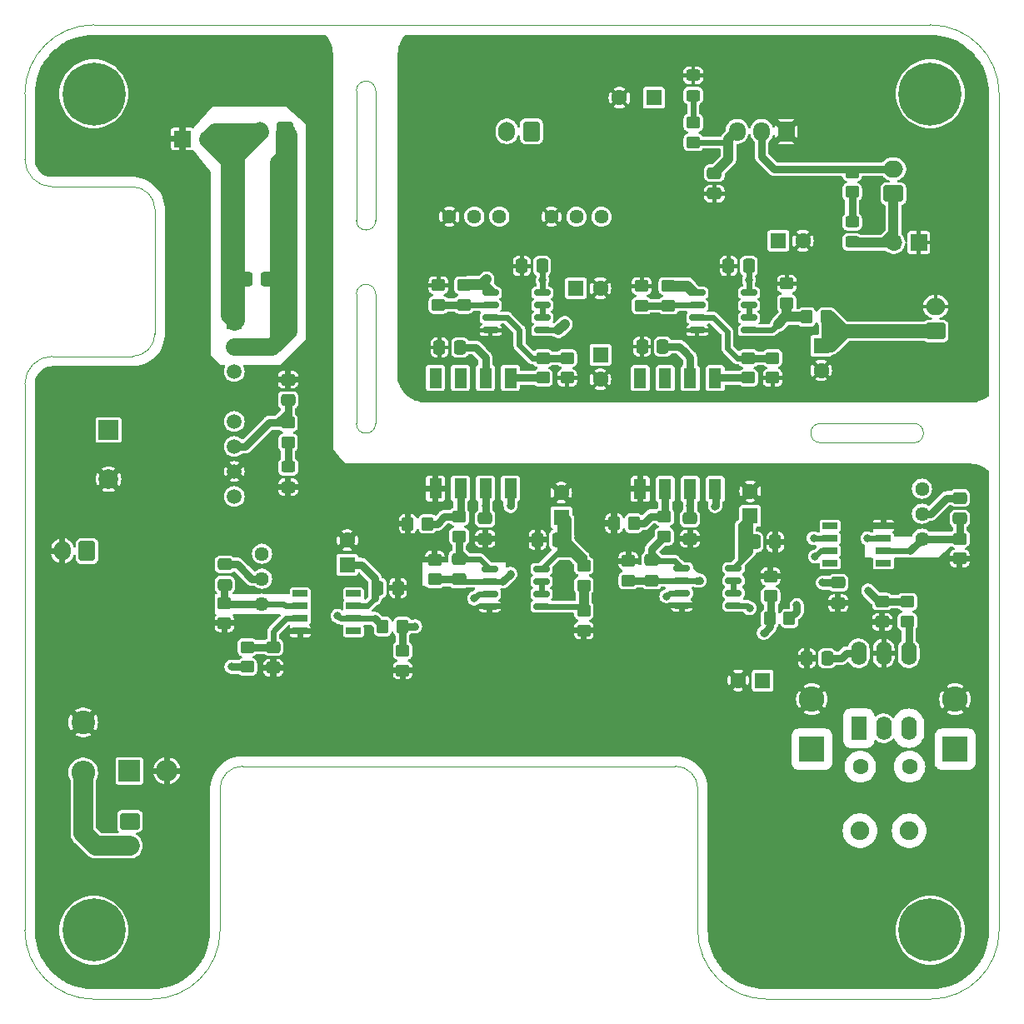
<source format=gtl>
G04 #@! TF.GenerationSoftware,KiCad,Pcbnew,7.0.7+dfsg-1*
G04 #@! TF.CreationDate,2024-09-28T12:18:31+02:00*
G04 #@! TF.ProjectId,evo-cube-sensor,65766f2d-6375-4626-952d-73656e736f72,rev?*
G04 #@! TF.SameCoordinates,Original*
G04 #@! TF.FileFunction,Copper,L1,Top*
G04 #@! TF.FilePolarity,Positive*
%FSLAX46Y46*%
G04 Gerber Fmt 4.6, Leading zero omitted, Abs format (unit mm)*
G04 Created by KiCad (PCBNEW 7.0.7+dfsg-1) date 2024-09-28 12:18:31*
%MOMM*%
%LPD*%
G01*
G04 APERTURE LIST*
G04 Aperture macros list*
%AMRoundRect*
0 Rectangle with rounded corners*
0 $1 Rounding radius*
0 $2 $3 $4 $5 $6 $7 $8 $9 X,Y pos of 4 corners*
0 Add a 4 corners polygon primitive as box body*
4,1,4,$2,$3,$4,$5,$6,$7,$8,$9,$2,$3,0*
0 Add four circle primitives for the rounded corners*
1,1,$1+$1,$2,$3*
1,1,$1+$1,$4,$5*
1,1,$1+$1,$6,$7*
1,1,$1+$1,$8,$9*
0 Add four rect primitives between the rounded corners*
20,1,$1+$1,$2,$3,$4,$5,0*
20,1,$1+$1,$4,$5,$6,$7,0*
20,1,$1+$1,$6,$7,$8,$9,0*
20,1,$1+$1,$8,$9,$2,$3,0*%
G04 Aperture macros list end*
G04 #@! TA.AperFunction,SMDPad,CuDef*
%ADD10RoundRect,0.150000X-0.675000X-0.150000X0.675000X-0.150000X0.675000X0.150000X-0.675000X0.150000X0*%
G04 #@! TD*
G04 #@! TA.AperFunction,ComponentPad*
%ADD11R,1.700000X1.700000*%
G04 #@! TD*
G04 #@! TA.AperFunction,ComponentPad*
%ADD12O,1.700000X1.700000*%
G04 #@! TD*
G04 #@! TA.AperFunction,SMDPad,CuDef*
%ADD13RoundRect,0.250000X-0.475000X0.337500X-0.475000X-0.337500X0.475000X-0.337500X0.475000X0.337500X0*%
G04 #@! TD*
G04 #@! TA.AperFunction,ComponentPad*
%ADD14RoundRect,0.250000X0.600000X0.725000X-0.600000X0.725000X-0.600000X-0.725000X0.600000X-0.725000X0*%
G04 #@! TD*
G04 #@! TA.AperFunction,ComponentPad*
%ADD15O,1.700000X1.950000*%
G04 #@! TD*
G04 #@! TA.AperFunction,SMDPad,CuDef*
%ADD16RoundRect,0.250000X0.450000X-0.350000X0.450000X0.350000X-0.450000X0.350000X-0.450000X-0.350000X0*%
G04 #@! TD*
G04 #@! TA.AperFunction,SMDPad,CuDef*
%ADD17RoundRect,0.250000X0.337500X0.475000X-0.337500X0.475000X-0.337500X-0.475000X0.337500X-0.475000X0*%
G04 #@! TD*
G04 #@! TA.AperFunction,SMDPad,CuDef*
%ADD18RoundRect,0.250000X0.475000X-0.337500X0.475000X0.337500X-0.475000X0.337500X-0.475000X-0.337500X0*%
G04 #@! TD*
G04 #@! TA.AperFunction,SMDPad,CuDef*
%ADD19RoundRect,0.250000X-0.450000X0.350000X-0.450000X-0.350000X0.450000X-0.350000X0.450000X0.350000X0*%
G04 #@! TD*
G04 #@! TA.AperFunction,ComponentPad*
%ADD20R,1.600000X1.600000*%
G04 #@! TD*
G04 #@! TA.AperFunction,ComponentPad*
%ADD21C,1.600000*%
G04 #@! TD*
G04 #@! TA.AperFunction,SMDPad,CuDef*
%ADD22RoundRect,0.250000X-0.337500X-0.475000X0.337500X-0.475000X0.337500X0.475000X-0.337500X0.475000X0*%
G04 #@! TD*
G04 #@! TA.AperFunction,SMDPad,CuDef*
%ADD23RoundRect,0.250000X0.350000X0.450000X-0.350000X0.450000X-0.350000X-0.450000X0.350000X-0.450000X0*%
G04 #@! TD*
G04 #@! TA.AperFunction,SMDPad,CuDef*
%ADD24R,1.300000X2.050000*%
G04 #@! TD*
G04 #@! TA.AperFunction,ComponentPad*
%ADD25RoundRect,0.250000X0.750000X-0.600000X0.750000X0.600000X-0.750000X0.600000X-0.750000X-0.600000X0*%
G04 #@! TD*
G04 #@! TA.AperFunction,ComponentPad*
%ADD26O,2.000000X1.700000*%
G04 #@! TD*
G04 #@! TA.AperFunction,ComponentPad*
%ADD27C,1.440000*%
G04 #@! TD*
G04 #@! TA.AperFunction,ComponentPad*
%ADD28C,1.905000*%
G04 #@! TD*
G04 #@! TA.AperFunction,ComponentPad*
%ADD29C,2.400000*%
G04 #@! TD*
G04 #@! TA.AperFunction,ComponentPad*
%ADD30O,2.400000X2.400000*%
G04 #@! TD*
G04 #@! TA.AperFunction,ComponentPad*
%ADD31R,2.200000X2.200000*%
G04 #@! TD*
G04 #@! TA.AperFunction,ComponentPad*
%ADD32O,2.200000X2.200000*%
G04 #@! TD*
G04 #@! TA.AperFunction,SMDPad,CuDef*
%ADD33RoundRect,0.250000X-0.350000X-0.450000X0.350000X-0.450000X0.350000X0.450000X-0.350000X0.450000X0*%
G04 #@! TD*
G04 #@! TA.AperFunction,ComponentPad*
%ADD34C,0.800000*%
G04 #@! TD*
G04 #@! TA.AperFunction,ComponentPad*
%ADD35C,6.400000*%
G04 #@! TD*
G04 #@! TA.AperFunction,ComponentPad*
%ADD36R,1.500000X1.500000*%
G04 #@! TD*
G04 #@! TA.AperFunction,ComponentPad*
%ADD37C,1.500000*%
G04 #@! TD*
G04 #@! TA.AperFunction,ComponentPad*
%ADD38R,1.600000X2.400000*%
G04 #@! TD*
G04 #@! TA.AperFunction,ComponentPad*
%ADD39O,1.600000X2.400000*%
G04 #@! TD*
G04 #@! TA.AperFunction,ComponentPad*
%ADD40R,2.600000X2.600000*%
G04 #@! TD*
G04 #@! TA.AperFunction,ComponentPad*
%ADD41O,2.600000X2.600000*%
G04 #@! TD*
G04 #@! TA.AperFunction,ComponentPad*
%ADD42RoundRect,0.250000X0.600000X0.750000X-0.600000X0.750000X-0.600000X-0.750000X0.600000X-0.750000X0*%
G04 #@! TD*
G04 #@! TA.AperFunction,ComponentPad*
%ADD43O,1.700000X2.000000*%
G04 #@! TD*
G04 #@! TA.AperFunction,ComponentPad*
%ADD44R,2.000000X2.000000*%
G04 #@! TD*
G04 #@! TA.AperFunction,ComponentPad*
%ADD45C,2.000000*%
G04 #@! TD*
G04 #@! TA.AperFunction,SMDPad,CuDef*
%ADD46RoundRect,0.250000X0.450000X-0.325000X0.450000X0.325000X-0.450000X0.325000X-0.450000X-0.325000X0*%
G04 #@! TD*
G04 #@! TA.AperFunction,SMDPad,CuDef*
%ADD47RoundRect,0.250000X-0.450000X0.325000X-0.450000X-0.325000X0.450000X-0.325000X0.450000X0.325000X0*%
G04 #@! TD*
G04 #@! TA.AperFunction,SMDPad,CuDef*
%ADD48R,1.528000X0.650000*%
G04 #@! TD*
G04 #@! TA.AperFunction,ComponentPad*
%ADD49RoundRect,0.250000X-0.750000X0.600000X-0.750000X-0.600000X0.750000X-0.600000X0.750000X0.600000X0*%
G04 #@! TD*
G04 #@! TA.AperFunction,ViaPad*
%ADD50C,0.800000*%
G04 #@! TD*
G04 #@! TA.AperFunction,Conductor*
%ADD51C,0.600000*%
G04 #@! TD*
G04 #@! TA.AperFunction,Conductor*
%ADD52C,0.800000*%
G04 #@! TD*
G04 #@! TA.AperFunction,Conductor*
%ADD53C,1.400000*%
G04 #@! TD*
G04 #@! TA.AperFunction,Conductor*
%ADD54C,0.250000*%
G04 #@! TD*
G04 #@! TA.AperFunction,Conductor*
%ADD55C,1.000000*%
G04 #@! TD*
G04 #@! TA.AperFunction,Conductor*
%ADD56C,1.800000*%
G04 #@! TD*
G04 #@! TA.AperFunction,Conductor*
%ADD57C,2.000000*%
G04 #@! TD*
G04 #@! TA.AperFunction,Profile*
%ADD58C,0.100000*%
G04 #@! TD*
G04 APERTURE END LIST*
D10*
X100426875Y-87777675D03*
X100426875Y-89047675D03*
X100426875Y-90317675D03*
X100426875Y-91587675D03*
X105676875Y-91587675D03*
X105676875Y-90317675D03*
X105676875Y-89047675D03*
X105676875Y-87777675D03*
D11*
X49677400Y-44145200D03*
D12*
X52217400Y-44145200D03*
D13*
X116306600Y-89255600D03*
X116306600Y-91330600D03*
D14*
X111034200Y-43383200D03*
D15*
X108534200Y-43383200D03*
X106034200Y-43383200D03*
D16*
X99060000Y-61096400D03*
X99060000Y-59096400D03*
D17*
X107234900Y-57073800D03*
X105159900Y-57073800D03*
D18*
X101244400Y-84802800D03*
X101244400Y-82727800D03*
D19*
X94996000Y-87028600D03*
X94996000Y-89028600D03*
D20*
X114579400Y-65176400D03*
D21*
X114579400Y-67676400D03*
D22*
X85750400Y-84886800D03*
X87825400Y-84886800D03*
D13*
X103733600Y-47628900D03*
X103733600Y-49703900D03*
D16*
X111099600Y-60867800D03*
X111099600Y-58867800D03*
D23*
X72018400Y-93700600D03*
X70018400Y-93700600D03*
X115112800Y-62255400D03*
X113112800Y-62255400D03*
D24*
X75387200Y-79691400D03*
X77927200Y-79691400D03*
X80467200Y-79691400D03*
X83007200Y-79691400D03*
X83007200Y-68441400D03*
X80467200Y-68441400D03*
X77927200Y-68441400D03*
X75387200Y-68441400D03*
D10*
X101988800Y-59791600D03*
X101988800Y-61061600D03*
X101988800Y-62331600D03*
X101988800Y-63601600D03*
X107238800Y-63601600D03*
X107238800Y-62331600D03*
X107238800Y-61061600D03*
X107238800Y-59791600D03*
D21*
X123556400Y-107950000D03*
X118556400Y-107950000D03*
D25*
X121914200Y-49713200D03*
D26*
X121914200Y-47213200D03*
D16*
X88773000Y-68437000D03*
X88773000Y-66437000D03*
D27*
X81879600Y-52044600D03*
X79339600Y-52044600D03*
X76799600Y-52044600D03*
D19*
X90449400Y-92109800D03*
X90449400Y-94109800D03*
D20*
X110224688Y-54508400D03*
D21*
X112724688Y-54508400D03*
D28*
X118520200Y-114439700D03*
X123520200Y-114439700D03*
D19*
X96342200Y-59096400D03*
X96342200Y-61096400D03*
D18*
X60401200Y-70688200D03*
X60401200Y-68613200D03*
D16*
X60401200Y-74999600D03*
X60401200Y-72999600D03*
X56265350Y-97808800D03*
X56265350Y-95808800D03*
D19*
X90449400Y-87528400D03*
X90449400Y-89528400D03*
D27*
X57759600Y-91389200D03*
X57759600Y-88849200D03*
X57759600Y-86309200D03*
D29*
X39598600Y-103445800D03*
D30*
X39598600Y-108525800D03*
D22*
X113114000Y-96926400D03*
X115189000Y-96926400D03*
D31*
X44286817Y-108381800D03*
D32*
X48096817Y-108381800D03*
D25*
X126212600Y-63688600D03*
D26*
X126212600Y-61188600D03*
D20*
X97581600Y-39979600D03*
D21*
X94081600Y-39979600D03*
D19*
X128655900Y-84782750D03*
X128655900Y-86782750D03*
D16*
X86309200Y-68437000D03*
X86309200Y-66437000D03*
D33*
X109356400Y-92903800D03*
X111356400Y-92903800D03*
D19*
X75692000Y-59020200D03*
X75692000Y-61020200D03*
D16*
X117729000Y-49539400D03*
X117729000Y-47539400D03*
D17*
X86229100Y-57073800D03*
X84154100Y-57073800D03*
D11*
X124490400Y-54686200D03*
D12*
X121950400Y-54686200D03*
D19*
X77800200Y-82550000D03*
X77800200Y-84550000D03*
D20*
X66421000Y-87426800D03*
D21*
X66421000Y-84926800D03*
D17*
X58263700Y-58420000D03*
X56188700Y-58420000D03*
X77872500Y-65354200D03*
X75797500Y-65354200D03*
X98475800Y-65252600D03*
X96400800Y-65252600D03*
D19*
X101600000Y-42500800D03*
X101600000Y-44500800D03*
D34*
X123264200Y-124569200D03*
X123967144Y-122872144D03*
X123967144Y-126266256D03*
X125664200Y-122169200D03*
D35*
X125664200Y-124569200D03*
D34*
X125664200Y-126969200D03*
X127361256Y-122872144D03*
X127361256Y-126266256D03*
X128064200Y-124569200D03*
D24*
X96189800Y-79716800D03*
X98729800Y-79716800D03*
X101269800Y-79716800D03*
X103809800Y-79716800D03*
X103809800Y-68466800D03*
X101269800Y-68466800D03*
X98729800Y-68466800D03*
X96189800Y-68466800D03*
D23*
X74574400Y-83261200D03*
X72574400Y-83261200D03*
D36*
X54940200Y-62712600D03*
D37*
X54940200Y-65252600D03*
X54940200Y-67792600D03*
X54940200Y-72872600D03*
X54940200Y-75412600D03*
X54940200Y-77952600D03*
X54940200Y-80492600D03*
D22*
X69519800Y-89789000D03*
X71594800Y-89789000D03*
D18*
X97332800Y-89044600D03*
X97332800Y-86969600D03*
D34*
X38264200Y-39569200D03*
X38967144Y-37872144D03*
X38967144Y-41266256D03*
X40664200Y-37169200D03*
D35*
X40664200Y-39569200D03*
D34*
X40664200Y-41969200D03*
X42361256Y-37872144D03*
X42361256Y-41266256D03*
X43064200Y-39569200D03*
D18*
X80441800Y-84802800D03*
X80441800Y-82727800D03*
D20*
X108647113Y-99187000D03*
D21*
X106147113Y-99187000D03*
D16*
X107188000Y-68437000D03*
X107188000Y-66437000D03*
D27*
X124820500Y-84782750D03*
X124820500Y-82242750D03*
X124820500Y-79702750D03*
D38*
X118389400Y-104038400D03*
D39*
X120929400Y-104038400D03*
X123469400Y-104038400D03*
X123469400Y-96418400D03*
X120929400Y-96418400D03*
X118389400Y-96418400D03*
D27*
X92252800Y-52070000D03*
X89712800Y-52070000D03*
X87172800Y-52070000D03*
D19*
X72059800Y-96164400D03*
X72059800Y-98164400D03*
D40*
X113639600Y-106172000D03*
D41*
X113639600Y-101092000D03*
D13*
X120777000Y-91160600D03*
X120777000Y-93235600D03*
D23*
X95538800Y-83210400D03*
X93538800Y-83210400D03*
D42*
X39979600Y-86029800D03*
D43*
X37479600Y-86029800D03*
D44*
X59847877Y-51816000D03*
D45*
X54847877Y-51816000D03*
D16*
X78257400Y-61020200D03*
X78257400Y-59020200D03*
D10*
X80915600Y-87858600D03*
X80915600Y-89128600D03*
X80915600Y-90398600D03*
X80915600Y-91668600D03*
X86165600Y-91668600D03*
X86165600Y-90398600D03*
X86165600Y-89128600D03*
X86165600Y-87858600D03*
D20*
X89650688Y-59334400D03*
D21*
X92150688Y-59334400D03*
D42*
X60066200Y-43383200D03*
D43*
X57566200Y-43383200D03*
D46*
X60426600Y-79545400D03*
X60426600Y-77495400D03*
D17*
X109898000Y-85115400D03*
X107823000Y-85115400D03*
D47*
X101574600Y-37693600D03*
X101574600Y-39743600D03*
D46*
X117729000Y-54635400D03*
X117729000Y-52585400D03*
D48*
X61645800Y-90366600D03*
X61645800Y-91636600D03*
X61645800Y-92906600D03*
X61645800Y-94176600D03*
X67067800Y-94176600D03*
X67067800Y-92906600D03*
X67067800Y-91636600D03*
X67067800Y-90366600D03*
D13*
X58906950Y-95808800D03*
X58906950Y-97883800D03*
D19*
X75311000Y-86925400D03*
X75311000Y-88925400D03*
D34*
X38264200Y-124569200D03*
X38967144Y-122872144D03*
X38967144Y-126266256D03*
X40664200Y-122169200D03*
D35*
X40664200Y-124569200D03*
D34*
X40664200Y-126969200D03*
X42361256Y-122872144D03*
X42361256Y-126266256D03*
X43064200Y-124569200D03*
D16*
X123342400Y-93192600D03*
X123342400Y-91192600D03*
X109432600Y-90611200D03*
X109432600Y-88611200D03*
D19*
X98653600Y-82556600D03*
X98653600Y-84556600D03*
D44*
X42164000Y-73730723D03*
D45*
X42164000Y-78730723D03*
D34*
X123264200Y-39569200D03*
X123967144Y-37872144D03*
X123967144Y-41266256D03*
X125664200Y-37169200D03*
D35*
X125664200Y-39569200D03*
D34*
X125664200Y-41969200D03*
X127361256Y-37872144D03*
X127361256Y-41266256D03*
X128064200Y-39569200D03*
D18*
X77749400Y-88917600D03*
X77749400Y-86842600D03*
D40*
X128193800Y-106172000D03*
D41*
X128193800Y-101092000D03*
D13*
X53975000Y-87379900D03*
X53975000Y-89454900D03*
D10*
X80991800Y-59791600D03*
X80991800Y-61061600D03*
X80991800Y-62331600D03*
X80991800Y-63601600D03*
X86241800Y-63601600D03*
X86241800Y-62331600D03*
X86241800Y-61061600D03*
X86241800Y-59791600D03*
D13*
X128681300Y-80650350D03*
X128681300Y-82725350D03*
D42*
X85146200Y-43383200D03*
D43*
X82646200Y-43383200D03*
D48*
X120909700Y-87276850D03*
X120909700Y-86006850D03*
X120909700Y-84736850D03*
X120909700Y-83466850D03*
X115487700Y-83466850D03*
X115487700Y-84736850D03*
X115487700Y-86006850D03*
X115487700Y-87276850D03*
D49*
X44338200Y-113487200D03*
D26*
X44338200Y-115987200D03*
D19*
X53949600Y-91363800D03*
X53949600Y-93363800D03*
D16*
X109651800Y-68421000D03*
X109651800Y-66421000D03*
D20*
X92151200Y-66090800D03*
D21*
X92151200Y-68590800D03*
D20*
X107365800Y-82473800D03*
D21*
X107365800Y-79973800D03*
D20*
X88163400Y-82612113D03*
D21*
X88163400Y-80112113D03*
D50*
X80467200Y-81432400D03*
X114731800Y-89255600D03*
X113969800Y-86588600D03*
X101269800Y-81432400D03*
X100711000Y-65786000D03*
X86258400Y-58521600D03*
X79984600Y-65887600D03*
X107238800Y-58496200D03*
X69799200Y-78562200D03*
X108762800Y-102870000D03*
X68478400Y-104952800D03*
X86436200Y-104952800D03*
X108026200Y-116738400D03*
X79705200Y-93395800D03*
X128854200Y-109778800D03*
X53238400Y-104952800D03*
X61950600Y-68961000D03*
X75285600Y-85217000D03*
X64693800Y-102895400D03*
X47828200Y-36525200D03*
X59613800Y-102844600D03*
X50368200Y-67233800D03*
X63906400Y-57302400D03*
X46050200Y-44119800D03*
X37439600Y-97891600D03*
X88595200Y-89738200D03*
X105918000Y-108585000D03*
X47218600Y-120167400D03*
X117551200Y-83769200D03*
X101854000Y-104952800D03*
X47269400Y-105816400D03*
X128854200Y-112318800D03*
X107162600Y-104952800D03*
X84759800Y-86334600D03*
X114782600Y-121462800D03*
X64719200Y-78562200D03*
X44526200Y-97053400D03*
X63906400Y-49682400D03*
X126593600Y-109626400D03*
X50368200Y-50495200D03*
X36982400Y-72186800D03*
X111506000Y-110185200D03*
X93319600Y-85801200D03*
X87071200Y-78333600D03*
X72110600Y-100253800D03*
X41808400Y-92075000D03*
X76276200Y-104952800D03*
X63906400Y-44602400D03*
X44907200Y-69545200D03*
X49606200Y-84099400D03*
X81407000Y-94564200D03*
X128854200Y-119938800D03*
X104394000Y-104952800D03*
X111506000Y-112928400D03*
X68427600Y-80645000D03*
X45516800Y-86131400D03*
X41808400Y-89535000D03*
X98145600Y-102870000D03*
X67233800Y-102895400D03*
X74904600Y-102895400D03*
X120878600Y-112979200D03*
X108026200Y-126898400D03*
X117551200Y-123190000D03*
X105765600Y-102870000D03*
X65938400Y-104952800D03*
X50774600Y-102641400D03*
X89611200Y-78333600D03*
X122453400Y-100203000D03*
X111506000Y-125628400D03*
X44145200Y-84074000D03*
X91516200Y-104952800D03*
X47523400Y-94056200D03*
X108772200Y-86985600D03*
X111506000Y-118008400D03*
X119126000Y-93675200D03*
X103225600Y-102870000D03*
X51485800Y-95377000D03*
X124815600Y-118008400D03*
X63906400Y-67640200D03*
X79984600Y-102895400D03*
X47193200Y-128041400D03*
X39827200Y-69545200D03*
X63855600Y-93726000D03*
X59334400Y-84734400D03*
X36982400Y-79806800D03*
X108026200Y-121818400D03*
X108026200Y-114198400D03*
X114782600Y-126542800D03*
X114782600Y-124002800D03*
X103479600Y-90703400D03*
X128854200Y-114858800D03*
X50368200Y-55575200D03*
X57099200Y-102819200D03*
X42367200Y-69545200D03*
X117551200Y-125730000D03*
X41935400Y-45897800D03*
X104013000Y-96621600D03*
X63906400Y-65100200D03*
X51841400Y-84734400D03*
X117551200Y-128270000D03*
X101142800Y-96596200D03*
X101142800Y-99364800D03*
X37033200Y-120167400D03*
X83896200Y-104952800D03*
X50368200Y-37795200D03*
X48564800Y-86207600D03*
X47447200Y-69545200D03*
X114427000Y-78562200D03*
X119507000Y-78562200D03*
X55778400Y-104952800D03*
X49758600Y-126365000D03*
X95504000Y-102870000D03*
X44780200Y-91084400D03*
X98983800Y-95300800D03*
X48996600Y-104521000D03*
X78816200Y-104952800D03*
X50825400Y-112420400D03*
X94056200Y-104952800D03*
X111506000Y-123088400D03*
X49758600Y-121285000D03*
X62560200Y-95835950D03*
X53086000Y-39065200D03*
X87604600Y-102895400D03*
X44526200Y-94640400D03*
X111506000Y-120548400D03*
X81457800Y-86080600D03*
X90144600Y-102895400D03*
X72364600Y-102895400D03*
X119684800Y-100203000D03*
X63906400Y-54762400D03*
X73761600Y-79679800D03*
X99314000Y-104952800D03*
X47218600Y-125247400D03*
X50800000Y-117754400D03*
X48895000Y-96596200D03*
X121056400Y-107950000D03*
X100685600Y-102870000D03*
X122275600Y-118008400D03*
X109397800Y-78562200D03*
X84099400Y-90805000D03*
X63906400Y-39522400D03*
X56134000Y-84709000D03*
X96316800Y-95783400D03*
X71501000Y-80645000D03*
X41808400Y-99695000D03*
X36982400Y-69545200D03*
X54356000Y-102590600D03*
X51917600Y-86588600D03*
X75996800Y-95681800D03*
X94970600Y-93548200D03*
X86487000Y-94564200D03*
X63906400Y-59842400D03*
X77444600Y-102895400D03*
X50368200Y-40335200D03*
X83947000Y-94564200D03*
X119735600Y-118008400D03*
X37439600Y-92811600D03*
X82524600Y-102895400D03*
X111937800Y-78562200D03*
X50825400Y-109880400D03*
X108026200Y-119278400D03*
X110845600Y-80924400D03*
X128854200Y-117398800D03*
X48895000Y-91821000D03*
X78359000Y-94894400D03*
X73152000Y-90424000D03*
X51231800Y-106705400D03*
X69773800Y-102895400D03*
X101549200Y-86156800D03*
X81356200Y-104952800D03*
X50825400Y-114960400D03*
X67259200Y-78562200D03*
X44272200Y-88341200D03*
X115620800Y-109524800D03*
X63906400Y-62560200D03*
X54076600Y-95758000D03*
X41808400Y-94615000D03*
X63398400Y-104952800D03*
X47828200Y-39065200D03*
X90271600Y-96113600D03*
X85166200Y-82931000D03*
X49758600Y-123825000D03*
X37439600Y-95351600D03*
X44958000Y-100634800D03*
X75412600Y-91617800D03*
X58318400Y-104952800D03*
X96774000Y-104952800D03*
X71196200Y-104952800D03*
X63906400Y-42062400D03*
X37769800Y-45796200D03*
X62153800Y-102895400D03*
X60858400Y-104952800D03*
X46736000Y-98755200D03*
X85064600Y-102895400D03*
X63906400Y-70180200D03*
X108026200Y-111455200D03*
X108026200Y-124358400D03*
X91338400Y-80416400D03*
X88595200Y-87909400D03*
X116967000Y-78562200D03*
X41808400Y-97155000D03*
X65887600Y-80645000D03*
X63881000Y-75463400D03*
X38074600Y-89662000D03*
X70104000Y-98247200D03*
X117195600Y-118008400D03*
X92151200Y-78333600D03*
X62001400Y-86004400D03*
X63906400Y-52222400D03*
X47752000Y-89052400D03*
X73736200Y-104952800D03*
X50368200Y-58115200D03*
X91490800Y-84378800D03*
X88976200Y-104952800D03*
X46685200Y-84074000D03*
X94589600Y-79679800D03*
X50368200Y-47955200D03*
X92938600Y-102870000D03*
X98679000Y-97840800D03*
X50368200Y-53035200D03*
X63881000Y-72923400D03*
X111506000Y-115468400D03*
X47066200Y-41554400D03*
X63906400Y-47142400D03*
X47218600Y-122707400D03*
X120878600Y-111074200D03*
X102235000Y-89027000D03*
X103809800Y-81483200D03*
X113817400Y-84734400D03*
X112099600Y-91532200D03*
X119354600Y-90043000D03*
X119278400Y-84759800D03*
X108737400Y-94361000D03*
X98846864Y-90637136D03*
X90449400Y-90827100D03*
X107306375Y-91846400D03*
X110895352Y-62255400D03*
X88520048Y-62965552D03*
X65430400Y-92633800D03*
X83007200Y-88341200D03*
X83007200Y-81457800D03*
X73329800Y-93675200D03*
X79324200Y-90855800D03*
X100457000Y-59004200D03*
X80568800Y-58420000D03*
X76098400Y-43205400D03*
X104546400Y-60375800D03*
X129641600Y-69342000D03*
X103352600Y-57048400D03*
X93345000Y-44119800D03*
X92786200Y-35585400D03*
X97866200Y-35306000D03*
X124028200Y-69342000D03*
X120091200Y-39243000D03*
X111074200Y-51257200D03*
X78613000Y-55702200D03*
X98729800Y-53695600D03*
X129286000Y-57175400D03*
X120269000Y-67005200D03*
X85750400Y-50520600D03*
X115011200Y-49453800D03*
X82118200Y-65049400D03*
X78638400Y-36855400D03*
X128854200Y-45745400D03*
X73101200Y-51790600D03*
X119862600Y-59156600D03*
X124206000Y-57175400D03*
X117551200Y-44018200D03*
X126339600Y-51054000D03*
X88849200Y-39065200D03*
X114782600Y-59156600D03*
X118948200Y-69342000D03*
X109931200Y-49453800D03*
X117551200Y-36880800D03*
X117551200Y-39243000D03*
X100787200Y-35966400D03*
X75590400Y-57480200D03*
X113893600Y-51892200D03*
X116408200Y-69342000D03*
X93472000Y-55575200D03*
X107289600Y-51028600D03*
X85318600Y-48641000D03*
X121666000Y-57175400D03*
X90982800Y-37896800D03*
X97129600Y-51714400D03*
X76098400Y-38125400D03*
X115011200Y-41706800D03*
X76123800Y-46101000D03*
X73101200Y-46710600D03*
X73101200Y-59410600D03*
X88849200Y-41605200D03*
X126314200Y-48361600D03*
X100355400Y-55549800D03*
X88646000Y-69875400D03*
X83921600Y-46812200D03*
X128854200Y-48361600D03*
X73101200Y-49250600D03*
X82778600Y-58089800D03*
X73101200Y-54330600D03*
X75692000Y-62966600D03*
X90982800Y-40436800D03*
X128422400Y-67005200D03*
X116484400Y-57175400D03*
X97790000Y-48818800D03*
X101650800Y-46736000D03*
X75361800Y-50495200D03*
X88849200Y-44145200D03*
X74853800Y-55702200D03*
X102946200Y-65024000D03*
X99110800Y-46736000D03*
X109651800Y-69850000D03*
X90982800Y-42976800D03*
X122402600Y-59156600D03*
X88849200Y-36525200D03*
X115011200Y-44018200D03*
X117551200Y-41706800D03*
X78638400Y-41935400D03*
X127101600Y-69342000D03*
X76098400Y-40665400D03*
X120091200Y-36880800D03*
X125882400Y-67005200D03*
X82626200Y-48641000D03*
X120091200Y-41706800D03*
X93649800Y-46837600D03*
X100330000Y-48818800D03*
X95097600Y-57429400D03*
X121488200Y-69342000D03*
X128879600Y-51054000D03*
X78638400Y-45415200D03*
X78638400Y-39395400D03*
X96570800Y-46736000D03*
X73101200Y-41630600D03*
X126746000Y-57175400D03*
X73101200Y-36550600D03*
X73101200Y-56870600D03*
X107264200Y-48285400D03*
X122809000Y-67005200D03*
X73101200Y-44170600D03*
X113944400Y-57175400D03*
X83642200Y-60375800D03*
X90982800Y-45516800D03*
X117322600Y-59156600D03*
X127381000Y-54610000D03*
X115011200Y-39243000D03*
X114985800Y-54762400D03*
X112471200Y-49453800D03*
X73101200Y-61950600D03*
X95250000Y-48818800D03*
X126314200Y-45745400D03*
X115011200Y-36880800D03*
X119126000Y-57175400D03*
X73101200Y-39090600D03*
X73101200Y-64490600D03*
X54649850Y-97790000D03*
D51*
X88036400Y-84466312D02*
X88064312Y-84466312D01*
X88036400Y-85987800D02*
X88773000Y-85987800D01*
D52*
X59334400Y-72999600D02*
X60401200Y-72999600D01*
D51*
X88912700Y-85991700D02*
X90449400Y-87528400D01*
X88163400Y-83197700D02*
X88912700Y-83947000D01*
X80416400Y-82702400D02*
X80416400Y-82550000D01*
X89585800Y-85987800D02*
X89585800Y-86664800D01*
X68459600Y-91636600D02*
X69240400Y-90855800D01*
X88163400Y-82612113D02*
X88163400Y-83197700D01*
X89234600Y-86313600D02*
X90449400Y-87528400D01*
D52*
X69240400Y-90855800D02*
X69240400Y-88798400D01*
D51*
X88912700Y-84518500D02*
X88912700Y-83947000D01*
D52*
X69240400Y-88798400D02*
X67868800Y-87426800D01*
X116306600Y-89255600D02*
X114731800Y-89255600D01*
D51*
X67067800Y-91636600D02*
X68459600Y-91636600D01*
X106434800Y-84404200D02*
X106434800Y-83404800D01*
D52*
X60401200Y-71932800D02*
X59334400Y-72999600D01*
X116611400Y-96926400D02*
X115189000Y-96926400D01*
D51*
X88912700Y-85064600D02*
X88912700Y-85102700D01*
X88912700Y-85102700D02*
X90449400Y-86639400D01*
X90221900Y-86411900D02*
X90396950Y-86586950D01*
X88912700Y-83426300D02*
X88138000Y-82651600D01*
X88912700Y-84518500D02*
X88912700Y-82791300D01*
X90449400Y-86969600D02*
X89865200Y-86385400D01*
X115487700Y-86006850D02*
X114551550Y-86006850D01*
X88036400Y-83896200D02*
X88163400Y-83769200D01*
X88064312Y-84466312D02*
X89585800Y-85987800D01*
D52*
X118389400Y-96418400D02*
X117119400Y-96418400D01*
D51*
X87710600Y-86313600D02*
X88036400Y-85987800D01*
X114551550Y-86006850D02*
X113969800Y-86588600D01*
D52*
X101269800Y-80047000D02*
X101269800Y-82702400D01*
D51*
X107365800Y-86088750D02*
X107365800Y-82473800D01*
D52*
X58470800Y-72999600D02*
X59334400Y-72999600D01*
D51*
X87710600Y-86313600D02*
X89234600Y-86313600D01*
D52*
X60401200Y-71932800D02*
X60401200Y-70688200D01*
D51*
X106154575Y-87299975D02*
X105676875Y-87777675D01*
X106434800Y-83404800D02*
X107365800Y-82473800D01*
X88773000Y-85987800D02*
X89585800Y-85987800D01*
X90449400Y-86639400D02*
X90449400Y-87528400D01*
X86165600Y-87858600D02*
X87710600Y-86313600D01*
X80441800Y-82727800D02*
X80416400Y-82702400D01*
X88036400Y-85251200D02*
X88163400Y-85124200D01*
X89585800Y-86664800D02*
X90449400Y-87528400D01*
D52*
X117119400Y-96418400D02*
X116611400Y-96926400D01*
D51*
X106959400Y-82880200D02*
X106959400Y-86495150D01*
X80467200Y-82702400D02*
X80441800Y-82727800D01*
X88163400Y-85124200D02*
X88163400Y-82612113D01*
D52*
X67868800Y-87426800D02*
X66421000Y-87426800D01*
X56057800Y-75412600D02*
X58470800Y-72999600D01*
D51*
X106434800Y-87019750D02*
X106434800Y-84404200D01*
X106434800Y-83404800D02*
X106959400Y-82880200D01*
X106959400Y-86495150D02*
X105676875Y-87777675D01*
D52*
X60401200Y-72999600D02*
X60401200Y-71932800D01*
D51*
X90449400Y-87528400D02*
X90449400Y-86969600D01*
X105676875Y-87777675D02*
X106434800Y-87019750D01*
D52*
X80467200Y-79691400D02*
X80467200Y-82702400D01*
D51*
X88036400Y-85987800D02*
X88036400Y-84466312D01*
X106959400Y-86495150D02*
X107365800Y-86088750D01*
X90396950Y-86586950D02*
X90449400Y-86639400D01*
D52*
X54940200Y-75412600D02*
X56057800Y-75412600D01*
D51*
X88036400Y-82600800D02*
X88112600Y-82524600D01*
X88912700Y-84518500D02*
X88912700Y-85064600D01*
X88036400Y-84466312D02*
X88036400Y-85251200D01*
X88163400Y-83769200D02*
X88912700Y-84518500D01*
D52*
X101269800Y-82702400D02*
X101244400Y-82727800D01*
D51*
X88036400Y-85251200D02*
X88773000Y-85987800D01*
X88912700Y-85064600D02*
X88912700Y-85991700D01*
X88036400Y-84466312D02*
X88036400Y-83896200D01*
X88912700Y-82791300D02*
X88442800Y-82321400D01*
X88544400Y-84455000D02*
X88493600Y-84455000D01*
X88036400Y-84466312D02*
X88036400Y-82600800D01*
X88163400Y-83769200D02*
X88163400Y-82612113D01*
X88912700Y-83947000D02*
X88912700Y-83426300D01*
X107234900Y-57073800D02*
X107234900Y-59787700D01*
D52*
X79451200Y-65354200D02*
X79984600Y-65887600D01*
D53*
X116758600Y-63688600D02*
X115325400Y-62255400D01*
D52*
X100711000Y-65786000D02*
X100177600Y-65252600D01*
D54*
X86241800Y-57086500D02*
X86229100Y-57073800D01*
D53*
X118353200Y-63688600D02*
X126212600Y-63688600D01*
X115325400Y-62255400D02*
X115325400Y-64906400D01*
D52*
X101269800Y-68466800D02*
X101269800Y-66344800D01*
X100177600Y-65252600D02*
X98475800Y-65252600D01*
D55*
X105168700Y-46193800D02*
X105168700Y-44208700D01*
X105994200Y-43383200D02*
X106034200Y-43383200D01*
D51*
X104876600Y-44500800D02*
X101600000Y-44500800D01*
D52*
X77872500Y-65354200D02*
X79451200Y-65354200D01*
D53*
X115325400Y-64906400D02*
X115519200Y-65100200D01*
X118353200Y-63688600D02*
X116758600Y-63688600D01*
D52*
X101269800Y-66344800D02*
X100711000Y-65786000D01*
D51*
X105994200Y-43383200D02*
X104876600Y-44500800D01*
D53*
X114579400Y-65176400D02*
X114655600Y-65100200D01*
D52*
X80467200Y-66370200D02*
X80467200Y-68441400D01*
D51*
X86241800Y-58538200D02*
X86258400Y-58521600D01*
D53*
X116758600Y-63860800D02*
X115519200Y-65100200D01*
D54*
X107234900Y-59787700D02*
X107238800Y-59791600D01*
D55*
X105168700Y-44208700D02*
X105994200Y-43383200D01*
D52*
X79984600Y-65887600D02*
X80467200Y-66370200D01*
D51*
X86241800Y-59791600D02*
X86241800Y-58538200D01*
D53*
X116758600Y-63688600D02*
X116758600Y-63860800D01*
D55*
X103733600Y-47628900D02*
X105168700Y-46193800D01*
D53*
X114655600Y-65100200D02*
X115519200Y-65100200D01*
D51*
X86258400Y-58521600D02*
X86241800Y-58505000D01*
X86241800Y-58505000D02*
X86241800Y-57086500D01*
D52*
X60401200Y-74999600D02*
X60401200Y-77470000D01*
D54*
X60401200Y-77470000D02*
X60426600Y-77495400D01*
D52*
X97282000Y-82499200D02*
X96570800Y-83210400D01*
X96570800Y-83210400D02*
X95538800Y-83210400D01*
D54*
X98221800Y-82981800D02*
X98247200Y-82956400D01*
D52*
X98729800Y-82480400D02*
X98711000Y-82499200D01*
X98711000Y-82499200D02*
X97282000Y-82499200D01*
X98729800Y-79716800D02*
X98729800Y-82480400D01*
X123469400Y-93319600D02*
X123469400Y-96418400D01*
D51*
X123342400Y-93192600D02*
X123291600Y-93243400D01*
D52*
X123342400Y-93192600D02*
X123469400Y-93319600D01*
X117729000Y-49539400D02*
X117729000Y-52585400D01*
D51*
X101600000Y-42500800D02*
X101600000Y-39769000D01*
D52*
X97332800Y-89044600D02*
X95012000Y-89044600D01*
D51*
X100426875Y-89047675D02*
X100407850Y-89066700D01*
D52*
X102235000Y-89027000D02*
X101955600Y-89027000D01*
X101955600Y-89027000D02*
X101934925Y-89047675D01*
D51*
X100407850Y-89066700D02*
X97354900Y-89066700D01*
X103835200Y-79742200D02*
X103772800Y-79679800D01*
X101934925Y-89047675D02*
X100426875Y-89047675D01*
X97358200Y-89324000D02*
X97332800Y-89298600D01*
X103835200Y-81508600D02*
X103809800Y-81483200D01*
D54*
X95012000Y-89044600D02*
X94996000Y-89028600D01*
D52*
X103835200Y-81457800D02*
X103835200Y-79742200D01*
D51*
X97354900Y-89066700D02*
X97332800Y-89044600D01*
X113817400Y-84734400D02*
X113819850Y-84736850D01*
D52*
X112109000Y-92151200D02*
X111356400Y-92903800D01*
D51*
X112099600Y-91532200D02*
X112109000Y-91541600D01*
X111356400Y-92903800D02*
X111356400Y-93138000D01*
X112109000Y-91522800D02*
X112099600Y-91532200D01*
D52*
X112109000Y-91541600D02*
X112109000Y-92151200D01*
X124820500Y-82242750D02*
X125732450Y-82242750D01*
X125732450Y-82242750D02*
X127324850Y-80650350D01*
X127324850Y-80650350D02*
X128681300Y-80650350D01*
D51*
X113814950Y-84736850D02*
X113817400Y-84734400D01*
X113819850Y-84736850D02*
X115487700Y-84736850D01*
D52*
X128655900Y-84782750D02*
X128655900Y-82750750D01*
X123596400Y-86006850D02*
X124820500Y-84782750D01*
X124820500Y-84782750D02*
X128655900Y-84782750D01*
D51*
X128655900Y-82750750D02*
X128681300Y-82725350D01*
X120909700Y-86006850D02*
X123596400Y-86006850D01*
D52*
X119354600Y-90043000D02*
X120472200Y-91160600D01*
D51*
X119278400Y-84759800D02*
X119301350Y-84736850D01*
X119354600Y-90043000D02*
X119354600Y-90017600D01*
X119255450Y-84736850D02*
X119278400Y-84759800D01*
X123310400Y-91160600D02*
X123342400Y-91192600D01*
D52*
X120472200Y-91160600D02*
X123310400Y-91160600D01*
D51*
X119301350Y-84736850D02*
X120909700Y-84736850D01*
D55*
X121950400Y-54686200D02*
X120980200Y-54686200D01*
X120980200Y-54686200D02*
X120999800Y-54686200D01*
X121914200Y-54650000D02*
X121950400Y-54686200D01*
X120999800Y-54686200D02*
X121914200Y-53771800D01*
X117779800Y-54686200D02*
X117729000Y-54635400D01*
X121914200Y-49713200D02*
X121914200Y-53771800D01*
X121914200Y-53771800D02*
X121914200Y-54650000D01*
X120980200Y-54686200D02*
X117779800Y-54686200D01*
D51*
X97713800Y-87042500D02*
X97332800Y-86661500D01*
D52*
X97332800Y-86661500D02*
X97332800Y-85877400D01*
D51*
X97336100Y-86210900D02*
X98094800Y-86969600D01*
X97940750Y-87044150D02*
X99693350Y-87044150D01*
D52*
X97332800Y-86969600D02*
X97332800Y-86210900D01*
D51*
X97332800Y-86210900D02*
X97336100Y-86210900D01*
X99693350Y-87044150D02*
X100426875Y-87777675D01*
X97332800Y-86969600D02*
X98094800Y-86969600D01*
D52*
X97332800Y-85877400D02*
X98653600Y-84556600D01*
X109474000Y-92786200D02*
X109474000Y-90652600D01*
D51*
X109474000Y-90652600D02*
X109432600Y-90611200D01*
D52*
X108737400Y-94361000D02*
X109356400Y-93742000D01*
D51*
X100414175Y-90330375D02*
X100426875Y-90317675D01*
X109356400Y-92903800D02*
X109474000Y-92786200D01*
X98846864Y-90637136D02*
X99166325Y-90317675D01*
X99166325Y-90317675D02*
X100426875Y-90317675D01*
D52*
X109356400Y-93742000D02*
X109356400Y-92903800D01*
D51*
X107306375Y-91846400D02*
X107047650Y-91587675D01*
D55*
X90449400Y-90827100D02*
X90449400Y-92109800D01*
D51*
X107047650Y-91587675D02*
X105676875Y-91587675D01*
X86165600Y-91668600D02*
X90008200Y-91668600D01*
X90008200Y-91668600D02*
X90449400Y-92109800D01*
D55*
X90449400Y-89528400D02*
X90449400Y-90827100D01*
D51*
X105676875Y-90317675D02*
X105676875Y-89047675D01*
D54*
X107188000Y-68437000D02*
X107180800Y-68429800D01*
D52*
X107180800Y-68429800D02*
X103846800Y-68429800D01*
D51*
X103846800Y-68429800D02*
X103809800Y-68466800D01*
X101988800Y-61061600D02*
X98856800Y-61061600D01*
D52*
X96342200Y-61096400D02*
X99060000Y-61096400D01*
D55*
X110895352Y-62255400D02*
X113112800Y-62255400D01*
X110895352Y-62255400D02*
X110185200Y-62965552D01*
X87884000Y-63601600D02*
X88520048Y-62965552D01*
X110895352Y-62255400D02*
X111099600Y-62051152D01*
D51*
X86241800Y-63601600D02*
X87884000Y-63601600D01*
X110185200Y-62965552D02*
X109549152Y-63601600D01*
X109549152Y-63601600D02*
X107238800Y-63601600D01*
D55*
X111099600Y-62051152D02*
X111099600Y-60867800D01*
D51*
X107238800Y-61061600D02*
X107238800Y-62331600D01*
X58906950Y-94204250D02*
X58906950Y-95808800D01*
X61645800Y-92906600D02*
X60204600Y-92906600D01*
X60204600Y-92906600D02*
X58906950Y-94204250D01*
X56247550Y-95808800D02*
X56234850Y-95796100D01*
D52*
X58906950Y-95808800D02*
X56247550Y-95808800D01*
X55248900Y-87379900D02*
X53975000Y-87379900D01*
X57759600Y-88849200D02*
X56718200Y-88849200D01*
D51*
X65430400Y-92633800D02*
X65430400Y-92608400D01*
X65455800Y-92633800D02*
X65430400Y-92633800D01*
X65728600Y-92906600D02*
X65455800Y-92633800D01*
D52*
X70018400Y-93700600D02*
X69224400Y-92906600D01*
X56718200Y-88849200D02*
X55248900Y-87379900D01*
D51*
X67067800Y-92906600D02*
X65728600Y-92906600D01*
X69224400Y-92906600D02*
X67067800Y-92906600D01*
X53949600Y-89480300D02*
X53975000Y-89454900D01*
X59893200Y-91389200D02*
X60140600Y-91636600D01*
D52*
X53949600Y-91363800D02*
X53949600Y-89480300D01*
X57759600Y-91389200D02*
X53975000Y-91389200D01*
D51*
X53975000Y-91389200D02*
X53949600Y-91363800D01*
X60140600Y-91636600D02*
X61645800Y-91636600D01*
X53984400Y-91389200D02*
X53949600Y-91424000D01*
X57759600Y-91389200D02*
X59893200Y-91389200D01*
D54*
X83007200Y-68441400D02*
X83011600Y-68437000D01*
D52*
X83011600Y-68437000D02*
X86309200Y-68437000D01*
D51*
X77749400Y-88917600D02*
X77767000Y-88900000D01*
X75318800Y-88917600D02*
X75311000Y-88925400D01*
D52*
X83007200Y-81457800D02*
X83007200Y-79691400D01*
D51*
X82219800Y-89128600D02*
X80915600Y-89128600D01*
X77960400Y-89128600D02*
X80915600Y-89128600D01*
D52*
X77749400Y-88917600D02*
X75318800Y-88917600D01*
X83007200Y-88341200D02*
X82219800Y-89128600D01*
D51*
X77749400Y-88917600D02*
X77960400Y-89128600D01*
X78613000Y-86842600D02*
X79899600Y-86842600D01*
X77800200Y-86106000D02*
X77876400Y-86106000D01*
D52*
X77800200Y-84550000D02*
X77800200Y-86106000D01*
X77800200Y-86106000D02*
X77800200Y-86791800D01*
D51*
X77800200Y-86791800D02*
X77749400Y-86842600D01*
X77876400Y-86106000D02*
X78613000Y-86842600D01*
X79899600Y-86842600D02*
X80915600Y-87858600D01*
X77389900Y-86842600D02*
X78613000Y-86842600D01*
X73329800Y-93675200D02*
X73355200Y-93700600D01*
X79324200Y-90855800D02*
X79781400Y-90398600D01*
X72059800Y-96164400D02*
X72059800Y-96189800D01*
X72018400Y-93700600D02*
X72126600Y-93808800D01*
D52*
X73304400Y-93700600D02*
X72018400Y-93700600D01*
D51*
X72059800Y-96189800D02*
X72110600Y-96240600D01*
D52*
X72018400Y-93700600D02*
X72018400Y-96123000D01*
X72018400Y-96123000D02*
X72059800Y-96164400D01*
D51*
X73304400Y-93700600D02*
X73329800Y-93675200D01*
X79781400Y-90398600D02*
X80915600Y-90398600D01*
X86165600Y-89128600D02*
X86165600Y-90398600D01*
D52*
X75590400Y-83261200D02*
X74574400Y-83261200D01*
X77927200Y-79691400D02*
X77927200Y-82423000D01*
X76301600Y-82550000D02*
X75590400Y-83261200D01*
X77927200Y-82423000D02*
X77800200Y-82550000D01*
X77800200Y-82550000D02*
X76301600Y-82550000D01*
D54*
X78241400Y-61036200D02*
X78257400Y-61020200D01*
D51*
X78298800Y-61061600D02*
X80991800Y-61061600D01*
D52*
X78257400Y-61020200D02*
X75692000Y-61020200D01*
D51*
X78257400Y-61020200D02*
X78298800Y-61061600D01*
X86241800Y-62331600D02*
X86241800Y-61061600D01*
X100457000Y-59004200D02*
X100253800Y-58801000D01*
X100702800Y-59096400D02*
X100998200Y-58801000D01*
D54*
X101675400Y-59936000D02*
X101844400Y-59936000D01*
D51*
X101142600Y-58945400D02*
X101988800Y-59791600D01*
D54*
X101844400Y-59936000D02*
X101988800Y-59791600D01*
D51*
X100652200Y-59164600D02*
X101279200Y-59791600D01*
X99355400Y-58801000D02*
X99060000Y-59096400D01*
X100457000Y-59004200D02*
X100660200Y-58801000D01*
X101279200Y-59791600D02*
X101988800Y-59791600D01*
X100998200Y-58801000D02*
X101988800Y-59791600D01*
X100660200Y-58801000D02*
X100998200Y-58801000D01*
D55*
X99271200Y-59164600D02*
X99118800Y-59012200D01*
D51*
X99060000Y-59096400D02*
X98949000Y-59096400D01*
D55*
X100677600Y-59164600D02*
X99271200Y-59164600D01*
D51*
X100253800Y-58801000D02*
X99517200Y-58801000D01*
X100998200Y-58801000D02*
X99355400Y-58801000D01*
X99060000Y-59096400D02*
X100702800Y-59096400D01*
D55*
X80568800Y-58420000D02*
X79968600Y-59020200D01*
D51*
X80467200Y-58801000D02*
X81407000Y-59740800D01*
D55*
X79968600Y-59020200D02*
X78257400Y-59020200D01*
D54*
X80991800Y-59791600D02*
X80740000Y-59791600D01*
D51*
X78257400Y-59020200D02*
X78578200Y-58699400D01*
X80568800Y-58420000D02*
X80636200Y-58420000D01*
X79968600Y-59020200D02*
X80187800Y-58801000D01*
X78578200Y-58699400D02*
X80391000Y-58699400D01*
X80187800Y-58801000D02*
X80467200Y-58801000D01*
X80740000Y-59791600D02*
X79968600Y-59020200D01*
D54*
X109635800Y-66437000D02*
X109651800Y-66421000D01*
D52*
X107188000Y-66437000D02*
X109635800Y-66437000D01*
D51*
X105029000Y-65405000D02*
X105029000Y-63754000D01*
X107188000Y-66437000D02*
X106061000Y-66437000D01*
X105029000Y-63754000D02*
X103606600Y-62331600D01*
X103606600Y-62331600D02*
X101988800Y-62331600D01*
X106061000Y-66437000D02*
X105029000Y-65405000D01*
X83921600Y-63576200D02*
X82677000Y-62331600D01*
X83921600Y-65125600D02*
X83921600Y-63576200D01*
X82677000Y-62331600D02*
X80991800Y-62331600D01*
X85233000Y-66437000D02*
X83921600Y-65125600D01*
X86309200Y-66437000D02*
X85233000Y-66437000D01*
D52*
X86309200Y-66437000D02*
X88773000Y-66437000D01*
D56*
X60066200Y-43383200D02*
X60066200Y-63952200D01*
X60401200Y-43718200D02*
X60066200Y-43383200D01*
X60066200Y-43383200D02*
X59980200Y-43469200D01*
X58765800Y-65252600D02*
X59410600Y-64607800D01*
X59980200Y-43469200D02*
X59980200Y-45999400D01*
X60066200Y-63952200D02*
X59410600Y-64607800D01*
X59410600Y-46569000D02*
X59980200Y-45999400D01*
X58765800Y-65252600D02*
X54940200Y-65252600D01*
X59980200Y-45999400D02*
X59980200Y-64038200D01*
X59410600Y-64607800D02*
X60401200Y-63617200D01*
X60066200Y-43383200D02*
X60274200Y-43383200D01*
X59980200Y-64038200D02*
X58765800Y-65252600D01*
X60401200Y-63617200D02*
X60401200Y-43718200D01*
X59410600Y-64607800D02*
X59410600Y-46569000D01*
D52*
X108534200Y-43383200D02*
X108534200Y-45943200D01*
X109804200Y-47213200D02*
X121914200Y-47213200D01*
X108534200Y-45943200D02*
X109804200Y-47213200D01*
D56*
X55108200Y-62544600D02*
X55108200Y-47955200D01*
X57566200Y-43383200D02*
X55108200Y-45841200D01*
X55108200Y-45841200D02*
X55108200Y-47955200D01*
X52979400Y-43383200D02*
X52217400Y-44145200D01*
X54940200Y-62712600D02*
X54940200Y-43891200D01*
X55108200Y-57607200D02*
X55108200Y-47955200D01*
X55108200Y-47036000D02*
X55108200Y-47955200D01*
X55108200Y-54305200D02*
X55108200Y-57607200D01*
X52217400Y-44145200D02*
X55108200Y-47036000D01*
X55108200Y-43723200D02*
X54457600Y-44373800D01*
X54940200Y-43891200D02*
X55108200Y-43723200D01*
X54457600Y-44373800D02*
X54457600Y-62052200D01*
X54457600Y-62052200D02*
X55016400Y-62611000D01*
X57566200Y-43383200D02*
X52979400Y-43383200D01*
X55108200Y-47955200D02*
X55108200Y-43723200D01*
X54940200Y-62712600D02*
X55108200Y-62544600D01*
D57*
X44338200Y-115987200D02*
X40904800Y-115987200D01*
X39598600Y-114681000D02*
X39598600Y-108525800D01*
X40904800Y-115987200D02*
X39598600Y-114681000D01*
D52*
X54649850Y-97770700D02*
X54687950Y-97808800D01*
X54687950Y-97808800D02*
X56265350Y-97808800D01*
G04 #@! TA.AperFunction,Conductor*
G36*
X89001542Y-86933785D02*
G01*
X89022184Y-86950419D01*
X89130469Y-87058704D01*
X89135820Y-87064805D01*
X89157518Y-87093082D01*
X89185795Y-87114780D01*
X89191885Y-87120120D01*
X89308846Y-87237081D01*
X89412581Y-87340816D01*
X89446066Y-87402139D01*
X89448900Y-87428496D01*
X89448900Y-87921502D01*
X89453606Y-87960689D01*
X89459522Y-88009961D01*
X89459522Y-88009963D01*
X89459523Y-88009964D01*
X89460474Y-88012376D01*
X89515039Y-88150743D01*
X89606477Y-88271322D01*
X89727056Y-88362760D01*
X89727057Y-88362760D01*
X89727058Y-88362761D01*
X89854571Y-88413046D01*
X89909714Y-88455951D01*
X89932907Y-88521859D01*
X89916786Y-88589844D01*
X89866470Y-88638320D01*
X89854578Y-88643751D01*
X89803391Y-88663937D01*
X89727056Y-88694039D01*
X89606477Y-88785477D01*
X89515039Y-88906056D01*
X89459522Y-89046838D01*
X89454513Y-89088557D01*
X89448900Y-89135298D01*
X89448900Y-89921502D01*
X89452832Y-89954246D01*
X89459522Y-90009961D01*
X89515039Y-90150743D01*
X89585908Y-90244197D01*
X89606478Y-90271322D01*
X89606482Y-90271325D01*
X89612473Y-90277316D01*
X89609843Y-90279945D01*
X89641186Y-90322028D01*
X89648900Y-90365080D01*
X89648900Y-90944100D01*
X89629215Y-91011139D01*
X89576411Y-91056894D01*
X89524900Y-91068100D01*
X87262729Y-91068100D01*
X87195690Y-91048415D01*
X87149935Y-90995611D01*
X87139991Y-90926453D01*
X87162958Y-90870467D01*
X87243393Y-90761482D01*
X87269480Y-90686930D01*
X87288246Y-90633301D01*
X87288246Y-90633299D01*
X87291100Y-90602869D01*
X87291100Y-90194330D01*
X87288246Y-90163900D01*
X87288246Y-90163898D01*
X87253374Y-90064242D01*
X87243393Y-90035718D01*
X87162750Y-89926450D01*
X87077277Y-89863368D01*
X87035028Y-89807723D01*
X87029569Y-89738067D01*
X87062636Y-89676517D01*
X87077270Y-89663836D01*
X87162750Y-89600750D01*
X87243393Y-89491482D01*
X87270215Y-89414830D01*
X87288246Y-89363301D01*
X87288246Y-89363299D01*
X87291100Y-89332869D01*
X87291100Y-88924330D01*
X87288246Y-88893900D01*
X87288246Y-88893898D01*
X87250678Y-88786538D01*
X87243393Y-88765718D01*
X87162750Y-88656450D01*
X87077277Y-88593368D01*
X87035028Y-88537723D01*
X87029569Y-88468067D01*
X87062636Y-88406517D01*
X87077270Y-88393836D01*
X87162750Y-88330750D01*
X87243393Y-88221482D01*
X87268483Y-88149779D01*
X87288246Y-88093301D01*
X87288246Y-88093299D01*
X87291100Y-88062869D01*
X87291100Y-87654333D01*
X87290759Y-87650695D01*
X87290370Y-87646553D01*
X87303703Y-87577971D01*
X87326143Y-87547290D01*
X87923015Y-86950419D01*
X87984339Y-86916934D01*
X88010697Y-86914100D01*
X88934503Y-86914100D01*
X89001542Y-86933785D01*
G37*
G04 #@! TD.AperFunction*
G04 #@! TA.AperFunction,Conductor*
G36*
X64214940Y-33589385D02*
G01*
X64240359Y-33611071D01*
X64316378Y-33696137D01*
X64320708Y-33701566D01*
X64511357Y-33970262D01*
X64515059Y-33976154D01*
X64674423Y-34264500D01*
X64677442Y-34270769D01*
X64803516Y-34575141D01*
X64805814Y-34581708D01*
X64897020Y-34898290D01*
X64898568Y-34905074D01*
X64953754Y-35229869D01*
X64954533Y-35236784D01*
X64973103Y-35567464D01*
X64973201Y-35570941D01*
X64973202Y-47328410D01*
X64973203Y-47378131D01*
X64973206Y-75717400D01*
X65579486Y-76437067D01*
X65579494Y-76437077D01*
X65579500Y-76437083D01*
X66185783Y-77156753D01*
X129662189Y-77151100D01*
X129665662Y-77151197D01*
X129996369Y-77169741D01*
X130003284Y-77170520D01*
X130215923Y-77206630D01*
X130328110Y-77225682D01*
X130334880Y-77227227D01*
X130651502Y-77318420D01*
X130658050Y-77320711D01*
X130962472Y-77446783D01*
X130968723Y-77449793D01*
X131257110Y-77609155D01*
X131262988Y-77612848D01*
X131477960Y-77765363D01*
X131531706Y-77803493D01*
X131537140Y-77807826D01*
X131622323Y-77883942D01*
X131659196Y-77943287D01*
X131663700Y-77976404D01*
X131663700Y-124476489D01*
X131663700Y-124476490D01*
X131663700Y-124569200D01*
X131649305Y-124935605D01*
X131645302Y-125037480D01*
X131644921Y-125042322D01*
X131617521Y-125273822D01*
X131590122Y-125505308D01*
X131589360Y-125510118D01*
X131498410Y-125967354D01*
X131497273Y-125972090D01*
X131370724Y-126420800D01*
X131369220Y-126425432D01*
X131207857Y-126862823D01*
X131205993Y-126867322D01*
X131010809Y-127290711D01*
X131008598Y-127295050D01*
X130890501Y-127505929D01*
X130780808Y-127701800D01*
X130778264Y-127705951D01*
X130519250Y-128093591D01*
X130516388Y-128097531D01*
X130227763Y-128463652D01*
X130224600Y-128467355D01*
X129908141Y-128809697D01*
X129904697Y-128813141D01*
X129562355Y-129129600D01*
X129558652Y-129132763D01*
X129192531Y-129421388D01*
X129188591Y-129424250D01*
X128800951Y-129683264D01*
X128796809Y-129685802D01*
X128637261Y-129775153D01*
X128390050Y-129913598D01*
X128385711Y-129915809D01*
X127962322Y-130110993D01*
X127957823Y-130112857D01*
X127520432Y-130274220D01*
X127515800Y-130275724D01*
X127067090Y-130402273D01*
X127062354Y-130403410D01*
X126605118Y-130494360D01*
X126600308Y-130495122D01*
X126368821Y-130522521D01*
X126137322Y-130549921D01*
X126132488Y-130550301D01*
X125664200Y-130568700D01*
X109042200Y-130568700D01*
X108573909Y-130550301D01*
X108569079Y-130549921D01*
X108287502Y-130516594D01*
X108106091Y-130495122D01*
X108101281Y-130494360D01*
X107644045Y-130403410D01*
X107639309Y-130402273D01*
X107190599Y-130275724D01*
X107185967Y-130274220D01*
X106748576Y-130112857D01*
X106744077Y-130110993D01*
X106320688Y-129915809D01*
X106316349Y-129913598D01*
X106167475Y-129830225D01*
X105909578Y-129685795D01*
X105905448Y-129683264D01*
X105517808Y-129424250D01*
X105513868Y-129421388D01*
X105438135Y-129361685D01*
X105147739Y-129132756D01*
X105144051Y-129129606D01*
X104801698Y-128813137D01*
X104798258Y-128809697D01*
X104481791Y-128467346D01*
X104478637Y-128463653D01*
X104190010Y-128097529D01*
X104187149Y-128093591D01*
X103971904Y-127771455D01*
X103928130Y-127705943D01*
X103925608Y-127701828D01*
X103697800Y-127295048D01*
X103695590Y-127290711D01*
X103500406Y-126867322D01*
X103498542Y-126862823D01*
X103337179Y-126425432D01*
X103335675Y-126420800D01*
X103209126Y-125972090D01*
X103207991Y-125967363D01*
X103117038Y-125510112D01*
X103116277Y-125505308D01*
X103102374Y-125387842D01*
X103061475Y-125042297D01*
X103061099Y-125037513D01*
X103042700Y-124569200D01*
X122158896Y-124569200D01*
X122178098Y-124935605D01*
X122235494Y-125297988D01*
X122235494Y-125297990D01*
X122330460Y-125652406D01*
X122461946Y-125994939D01*
X122628520Y-126321856D01*
X122828347Y-126629564D01*
X122828349Y-126629566D01*
X123059251Y-126914706D01*
X123318694Y-127174149D01*
X123318698Y-127174152D01*
X123603835Y-127405052D01*
X123911543Y-127604879D01*
X123911548Y-127604882D01*
X124238464Y-127771455D01*
X124581001Y-127902942D01*
X124935406Y-127997905D01*
X125297796Y-128055302D01*
X125643934Y-128073441D01*
X125664199Y-128074504D01*
X125664200Y-128074504D01*
X125664201Y-128074504D01*
X125683403Y-128073497D01*
X126030604Y-128055302D01*
X126392994Y-127997905D01*
X126747399Y-127902942D01*
X127089936Y-127771455D01*
X127416852Y-127604882D01*
X127724566Y-127405051D01*
X128009706Y-127174149D01*
X128269149Y-126914706D01*
X128500051Y-126629566D01*
X128699882Y-126321852D01*
X128866455Y-125994936D01*
X128997942Y-125652399D01*
X129092905Y-125297994D01*
X129150302Y-124935604D01*
X129169504Y-124569200D01*
X129150302Y-124202796D01*
X129092905Y-123840406D01*
X128997942Y-123486001D01*
X128866455Y-123143464D01*
X128699882Y-122816548D01*
X128500051Y-122508834D01*
X128269149Y-122223694D01*
X128009706Y-121964251D01*
X127724566Y-121733349D01*
X127724564Y-121733347D01*
X127416856Y-121533520D01*
X127089939Y-121366946D01*
X126747406Y-121235460D01*
X126747399Y-121235458D01*
X126392994Y-121140495D01*
X126392990Y-121140494D01*
X126392989Y-121140494D01*
X126030605Y-121083098D01*
X125664201Y-121063896D01*
X125664199Y-121063896D01*
X125297794Y-121083098D01*
X124935411Y-121140494D01*
X124935409Y-121140494D01*
X124580993Y-121235460D01*
X124238460Y-121366946D01*
X123911543Y-121533520D01*
X123603835Y-121733347D01*
X123318698Y-121964247D01*
X123318690Y-121964254D01*
X123059254Y-122223690D01*
X123059247Y-122223698D01*
X122828347Y-122508835D01*
X122628520Y-122816543D01*
X122461946Y-123143460D01*
X122330460Y-123485993D01*
X122235494Y-123840409D01*
X122235494Y-123840411D01*
X122178098Y-124202794D01*
X122158896Y-124569199D01*
X122158896Y-124569200D01*
X103042700Y-124569200D01*
X103042700Y-124476490D01*
X103042700Y-114439704D01*
X116762285Y-114439704D01*
X116781918Y-114701701D01*
X116840381Y-114957843D01*
X116840384Y-114957855D01*
X116936373Y-115202431D01*
X117067742Y-115429969D01*
X117231557Y-115635386D01*
X117424158Y-115814093D01*
X117641243Y-115962099D01*
X117877958Y-116076095D01*
X117877959Y-116076095D01*
X117877962Y-116076097D01*
X118129027Y-116153540D01*
X118388831Y-116192700D01*
X118651569Y-116192700D01*
X118911373Y-116153540D01*
X119162438Y-116076097D01*
X119399158Y-115962099D01*
X119616242Y-115814093D01*
X119808843Y-115635386D01*
X119972658Y-115429969D01*
X120104027Y-115202431D01*
X120200016Y-114957855D01*
X120258481Y-114701704D01*
X120274429Y-114488892D01*
X120278115Y-114439704D01*
X121762285Y-114439704D01*
X121781918Y-114701701D01*
X121840381Y-114957843D01*
X121840384Y-114957855D01*
X121936373Y-115202431D01*
X122067742Y-115429969D01*
X122231557Y-115635386D01*
X122424158Y-115814093D01*
X122641243Y-115962099D01*
X122877958Y-116076095D01*
X122877959Y-116076095D01*
X122877962Y-116076097D01*
X123129027Y-116153540D01*
X123388831Y-116192700D01*
X123651569Y-116192700D01*
X123911373Y-116153540D01*
X124162438Y-116076097D01*
X124399158Y-115962099D01*
X124616242Y-115814093D01*
X124808843Y-115635386D01*
X124972658Y-115429969D01*
X125104027Y-115202431D01*
X125200016Y-114957855D01*
X125258481Y-114701704D01*
X125274429Y-114488892D01*
X125278115Y-114439704D01*
X125278115Y-114439695D01*
X125264090Y-114252554D01*
X125258481Y-114177696D01*
X125200016Y-113921545D01*
X125104027Y-113676969D01*
X124972658Y-113449431D01*
X124808843Y-113244014D01*
X124616242Y-113065307D01*
X124399158Y-112917301D01*
X124399154Y-112917299D01*
X124399151Y-112917297D01*
X124399150Y-112917296D01*
X124162440Y-112803304D01*
X124162442Y-112803304D01*
X123911381Y-112725862D01*
X123911375Y-112725860D01*
X123651574Y-112686700D01*
X123651569Y-112686700D01*
X123388831Y-112686700D01*
X123388825Y-112686700D01*
X123129024Y-112725860D01*
X123129018Y-112725862D01*
X122877958Y-112803304D01*
X122641251Y-112917296D01*
X122641249Y-112917297D01*
X122424157Y-113065307D01*
X122231559Y-113244012D01*
X122231557Y-113244014D01*
X122067742Y-113449431D01*
X121936373Y-113676968D01*
X121840386Y-113921539D01*
X121840381Y-113921556D01*
X121781918Y-114177698D01*
X121762285Y-114439695D01*
X121762285Y-114439704D01*
X120278115Y-114439704D01*
X120278115Y-114439695D01*
X120264090Y-114252554D01*
X120258481Y-114177696D01*
X120200016Y-113921545D01*
X120104027Y-113676969D01*
X119972658Y-113449431D01*
X119808843Y-113244014D01*
X119616242Y-113065307D01*
X119399158Y-112917301D01*
X119399154Y-112917299D01*
X119399151Y-112917297D01*
X119399150Y-112917296D01*
X119162440Y-112803304D01*
X119162442Y-112803304D01*
X118911381Y-112725862D01*
X118911375Y-112725860D01*
X118651574Y-112686700D01*
X118651569Y-112686700D01*
X118388831Y-112686700D01*
X118388825Y-112686700D01*
X118129024Y-112725860D01*
X118129018Y-112725862D01*
X117877958Y-112803304D01*
X117641251Y-112917296D01*
X117641249Y-112917297D01*
X117424157Y-113065307D01*
X117231559Y-113244012D01*
X117231557Y-113244014D01*
X117067742Y-113449431D01*
X116936373Y-113676968D01*
X116840386Y-113921539D01*
X116840381Y-113921556D01*
X116781918Y-114177698D01*
X116762285Y-114439695D01*
X116762285Y-114439704D01*
X103042700Y-114439704D01*
X103042700Y-110134458D01*
X103042700Y-110134457D01*
X103042700Y-110012962D01*
X103006692Y-109670373D01*
X102935072Y-109333424D01*
X102828623Y-109005807D01*
X102688511Y-108691113D01*
X102688508Y-108691108D01*
X102688507Y-108691105D01*
X102516276Y-108392792D01*
X102516275Y-108392791D01*
X102516273Y-108392787D01*
X102313795Y-108114100D01*
X102083295Y-107858105D01*
X101827300Y-107627605D01*
X101675010Y-107516960D01*
X111539100Y-107516960D01*
X111554230Y-107651249D01*
X111554231Y-107651254D01*
X111613811Y-107821523D01*
X111694539Y-107950000D01*
X111709784Y-107974262D01*
X111837338Y-108101816D01*
X111920848Y-108154289D01*
X111987047Y-108195885D01*
X111990078Y-108197789D01*
X112085070Y-108231028D01*
X112160345Y-108257368D01*
X112160350Y-108257369D01*
X112250846Y-108267565D01*
X112294640Y-108272499D01*
X112294643Y-108272500D01*
X112294646Y-108272500D01*
X114984557Y-108272500D01*
X114984558Y-108272499D01*
X115051704Y-108264934D01*
X115118849Y-108257369D01*
X115118852Y-108257368D01*
X115118855Y-108257368D01*
X115289122Y-108197789D01*
X115441862Y-108101816D01*
X115569416Y-107974262D01*
X115584661Y-107950000D01*
X116950951Y-107950000D01*
X116970717Y-108201151D01*
X117029526Y-108446110D01*
X117125933Y-108678859D01*
X117257560Y-108893653D01*
X117257561Y-108893656D01*
X117290139Y-108931800D01*
X117421176Y-109085224D01*
X117569466Y-109211875D01*
X117612743Y-109248838D01*
X117612746Y-109248839D01*
X117827540Y-109380466D01*
X117946120Y-109429583D01*
X118060289Y-109476873D01*
X118305252Y-109535683D01*
X118556400Y-109555449D01*
X118807548Y-109535683D01*
X119052511Y-109476873D01*
X119285259Y-109380466D01*
X119500059Y-109248836D01*
X119691624Y-109085224D01*
X119855236Y-108893659D01*
X119986866Y-108678859D01*
X120083273Y-108446111D01*
X120142083Y-108201148D01*
X120161849Y-107950000D01*
X121950951Y-107950000D01*
X121970717Y-108201151D01*
X122029526Y-108446110D01*
X122125933Y-108678859D01*
X122257560Y-108893653D01*
X122257561Y-108893656D01*
X122290139Y-108931800D01*
X122421176Y-109085224D01*
X122569466Y-109211875D01*
X122612743Y-109248838D01*
X122612746Y-109248839D01*
X122827540Y-109380466D01*
X122946120Y-109429583D01*
X123060289Y-109476873D01*
X123305252Y-109535683D01*
X123556400Y-109555449D01*
X123807548Y-109535683D01*
X124052511Y-109476873D01*
X124285259Y-109380466D01*
X124500059Y-109248836D01*
X124691624Y-109085224D01*
X124855236Y-108893659D01*
X124986866Y-108678859D01*
X125083273Y-108446111D01*
X125142083Y-108201148D01*
X125161849Y-107950000D01*
X125142083Y-107698852D01*
X125098415Y-107516960D01*
X126093300Y-107516960D01*
X126108430Y-107651249D01*
X126108431Y-107651254D01*
X126168011Y-107821523D01*
X126248739Y-107950000D01*
X126263984Y-107974262D01*
X126391538Y-108101816D01*
X126475048Y-108154289D01*
X126541247Y-108195885D01*
X126544278Y-108197789D01*
X126639270Y-108231028D01*
X126714545Y-108257368D01*
X126714550Y-108257369D01*
X126805046Y-108267565D01*
X126848840Y-108272499D01*
X126848843Y-108272500D01*
X126848846Y-108272500D01*
X129538757Y-108272500D01*
X129538758Y-108272499D01*
X129605904Y-108264934D01*
X129673049Y-108257369D01*
X129673052Y-108257368D01*
X129673055Y-108257368D01*
X129843322Y-108197789D01*
X129996062Y-108101816D01*
X130123616Y-107974262D01*
X130219589Y-107821522D01*
X130279168Y-107651255D01*
X130281833Y-107627608D01*
X130294299Y-107516960D01*
X130294300Y-107516956D01*
X130294300Y-104827043D01*
X130294299Y-104827039D01*
X130279169Y-104692750D01*
X130279168Y-104692745D01*
X130219588Y-104522476D01*
X130123615Y-104369737D01*
X129996062Y-104242184D01*
X129843323Y-104146211D01*
X129673054Y-104086631D01*
X129673049Y-104086630D01*
X129538760Y-104071500D01*
X129538754Y-104071500D01*
X126848846Y-104071500D01*
X126848839Y-104071500D01*
X126714550Y-104086630D01*
X126714545Y-104086631D01*
X126544276Y-104146211D01*
X126391537Y-104242184D01*
X126263984Y-104369737D01*
X126168011Y-104522476D01*
X126108431Y-104692745D01*
X126108430Y-104692750D01*
X126093300Y-104827039D01*
X126093300Y-107516960D01*
X125098415Y-107516960D01*
X125083273Y-107453889D01*
X125039518Y-107348254D01*
X124986866Y-107221140D01*
X124855239Y-107006346D01*
X124855238Y-107006343D01*
X124794056Y-106934709D01*
X124691624Y-106814776D01*
X124564971Y-106706604D01*
X124500056Y-106651161D01*
X124500053Y-106651160D01*
X124285259Y-106519533D01*
X124052510Y-106423126D01*
X123807551Y-106364317D01*
X123556400Y-106344551D01*
X123305248Y-106364317D01*
X123060289Y-106423126D01*
X122827540Y-106519533D01*
X122612746Y-106651160D01*
X122612743Y-106651161D01*
X122421176Y-106814776D01*
X122257561Y-107006343D01*
X122257560Y-107006346D01*
X122125933Y-107221140D01*
X122029526Y-107453889D01*
X121970717Y-107698848D01*
X121950951Y-107950000D01*
X120161849Y-107950000D01*
X120142083Y-107698852D01*
X120083273Y-107453889D01*
X120039518Y-107348254D01*
X119986866Y-107221140D01*
X119855239Y-107006346D01*
X119855238Y-107006343D01*
X119794056Y-106934709D01*
X119691624Y-106814776D01*
X119564971Y-106706604D01*
X119500056Y-106651161D01*
X119500053Y-106651160D01*
X119285259Y-106519533D01*
X119052510Y-106423126D01*
X118807551Y-106364317D01*
X118619187Y-106349492D01*
X118556400Y-106344551D01*
X118556399Y-106344551D01*
X118305248Y-106364317D01*
X118060289Y-106423126D01*
X117827540Y-106519533D01*
X117612746Y-106651160D01*
X117612743Y-106651161D01*
X117421176Y-106814776D01*
X117257561Y-107006343D01*
X117257560Y-107006346D01*
X117125933Y-107221140D01*
X117029526Y-107453889D01*
X116970717Y-107698848D01*
X116950951Y-107950000D01*
X115584661Y-107950000D01*
X115665389Y-107821522D01*
X115724968Y-107651255D01*
X115727633Y-107627608D01*
X115740099Y-107516960D01*
X115740100Y-107516956D01*
X115740100Y-105283360D01*
X116788900Y-105283360D01*
X116804030Y-105417649D01*
X116804031Y-105417654D01*
X116863611Y-105587923D01*
X116957431Y-105737236D01*
X116959584Y-105740662D01*
X117087138Y-105868216D01*
X117239878Y-105964189D01*
X117410144Y-106023767D01*
X117410145Y-106023768D01*
X117410150Y-106023769D01*
X117500646Y-106033965D01*
X117544440Y-106038899D01*
X117544443Y-106038900D01*
X117544446Y-106038900D01*
X119234357Y-106038900D01*
X119234358Y-106038899D01*
X119301504Y-106031334D01*
X119368649Y-106023769D01*
X119368652Y-106023768D01*
X119368655Y-106023768D01*
X119538922Y-105964189D01*
X119691662Y-105868216D01*
X119819216Y-105740662D01*
X119915189Y-105587922D01*
X119974768Y-105417655D01*
X119977231Y-105395801D01*
X119984347Y-105332640D01*
X120011413Y-105268226D01*
X120069008Y-105228671D01*
X120138845Y-105226533D01*
X120188768Y-105252809D01*
X120224019Y-105283354D01*
X120288146Y-105338921D01*
X120470150Y-105444001D01*
X120470152Y-105444001D01*
X120470156Y-105444004D01*
X120668767Y-105512744D01*
X120876798Y-105542654D01*
X121086730Y-105532654D01*
X121290976Y-105483104D01*
X121434302Y-105417649D01*
X121482143Y-105395801D01*
X121482146Y-105395799D01*
X121482153Y-105395796D01*
X121653352Y-105273886D01*
X121798386Y-105121778D01*
X121805040Y-105111423D01*
X121857843Y-105065668D01*
X121927002Y-105055723D01*
X121990558Y-105084746D01*
X122023918Y-105131008D01*
X122038933Y-105167259D01*
X122170560Y-105382053D01*
X122170561Y-105382056D01*
X122200961Y-105417649D01*
X122334176Y-105573624D01*
X122482466Y-105700275D01*
X122525743Y-105737238D01*
X122525746Y-105737239D01*
X122740540Y-105868866D01*
X122970670Y-105964188D01*
X122973289Y-105965273D01*
X123218252Y-106024083D01*
X123469400Y-106043849D01*
X123720548Y-106024083D01*
X123965511Y-105965273D01*
X124198259Y-105868866D01*
X124413059Y-105737236D01*
X124604624Y-105573624D01*
X124768236Y-105382059D01*
X124899866Y-105167259D01*
X124996273Y-104934511D01*
X125055083Y-104689548D01*
X125069900Y-104501282D01*
X125069900Y-103575518D01*
X125055083Y-103387252D01*
X124996273Y-103142289D01*
X124944739Y-103017874D01*
X124899866Y-102909540D01*
X124768239Y-102694746D01*
X124768238Y-102694743D01*
X124656620Y-102564056D01*
X124604624Y-102503176D01*
X124477971Y-102395004D01*
X124413056Y-102339561D01*
X124413053Y-102339560D01*
X124198259Y-102207933D01*
X123965510Y-102111526D01*
X123720551Y-102052717D01*
X123532187Y-102037892D01*
X123469400Y-102032951D01*
X123469399Y-102032951D01*
X123218248Y-102052717D01*
X122973289Y-102111526D01*
X122740540Y-102207933D01*
X122525746Y-102339560D01*
X122525743Y-102339561D01*
X122334176Y-102503176D01*
X122170561Y-102694743D01*
X122170560Y-102694746D01*
X122038934Y-102909538D01*
X122022481Y-102949261D01*
X121978639Y-103003664D01*
X121912345Y-103025728D01*
X121844646Y-103008448D01*
X121810450Y-102978459D01*
X121729494Y-102875516D01*
X121729490Y-102875512D01*
X121570653Y-102737878D01*
X121388649Y-102632798D01*
X121388645Y-102632796D01*
X121388644Y-102632796D01*
X121190033Y-102564056D01*
X120982002Y-102534146D01*
X120981998Y-102534146D01*
X120772072Y-102544145D01*
X120567821Y-102593696D01*
X120567817Y-102593698D01*
X120376656Y-102680998D01*
X120376651Y-102681001D01*
X120205446Y-102802915D01*
X120205445Y-102802916D01*
X120196866Y-102811914D01*
X120136357Y-102846848D01*
X120066566Y-102843523D01*
X120009653Y-102802994D01*
X119983904Y-102740226D01*
X119974769Y-102659150D01*
X119974768Y-102659145D01*
X119931029Y-102534146D01*
X119915189Y-102488878D01*
X119819216Y-102336138D01*
X119691662Y-102208584D01*
X119655317Y-102185747D01*
X119538923Y-102112611D01*
X119368654Y-102053031D01*
X119368649Y-102053030D01*
X119234360Y-102037900D01*
X119234354Y-102037900D01*
X117544446Y-102037900D01*
X117544439Y-102037900D01*
X117410150Y-102053030D01*
X117410145Y-102053031D01*
X117239876Y-102112611D01*
X117087137Y-102208584D01*
X116959584Y-102336137D01*
X116863611Y-102488876D01*
X116804031Y-102659145D01*
X116804030Y-102659150D01*
X116788900Y-102793439D01*
X116788900Y-105283360D01*
X115740100Y-105283360D01*
X115740100Y-104827043D01*
X115740099Y-104827039D01*
X115724969Y-104692750D01*
X115724968Y-104692745D01*
X115665388Y-104522476D01*
X115569415Y-104369737D01*
X115441862Y-104242184D01*
X115289123Y-104146211D01*
X115118854Y-104086631D01*
X115118849Y-104086630D01*
X114984560Y-104071500D01*
X114984554Y-104071500D01*
X112294646Y-104071500D01*
X112294639Y-104071500D01*
X112160350Y-104086630D01*
X112160345Y-104086631D01*
X111990076Y-104146211D01*
X111837337Y-104242184D01*
X111709784Y-104369737D01*
X111613811Y-104522476D01*
X111554231Y-104692745D01*
X111554230Y-104692750D01*
X111539100Y-104827039D01*
X111539100Y-107516960D01*
X101675010Y-107516960D01*
X101548613Y-107425127D01*
X101548610Y-107425125D01*
X101548607Y-107425123D01*
X101250294Y-107252892D01*
X101214445Y-107236931D01*
X100935593Y-107112777D01*
X100924076Y-107109035D01*
X100853016Y-107085946D01*
X100607976Y-107006328D01*
X100607973Y-107006327D01*
X100607972Y-107006327D01*
X100439501Y-106970518D01*
X100271027Y-106934708D01*
X99928438Y-106898700D01*
X99928433Y-106898700D01*
X55881930Y-106898700D01*
X55881886Y-106898698D01*
X55837838Y-106898698D01*
X55837681Y-106898652D01*
X55614194Y-106898656D01*
X55614183Y-106898657D01*
X55271613Y-106934669D01*
X55271607Y-106934670D01*
X54934652Y-107006298D01*
X54607042Y-107112751D01*
X54607041Y-107112751D01*
X54292345Y-107252870D01*
X54292340Y-107252872D01*
X53994027Y-107425109D01*
X53715341Y-107627591D01*
X53715336Y-107627595D01*
X53459347Y-107858094D01*
X53228857Y-108114085D01*
X53228852Y-108114091D01*
X53228850Y-108114094D01*
X53109783Y-108277979D01*
X53026374Y-108392783D01*
X52854138Y-108691108D01*
X52854138Y-108691109D01*
X52714027Y-109005804D01*
X52607583Y-109333409D01*
X52607579Y-109333426D01*
X52535961Y-109670367D01*
X52535960Y-109670368D01*
X52524502Y-109779385D01*
X52499953Y-110012962D01*
X52499953Y-110083459D01*
X52499953Y-124476490D01*
X52499953Y-124569200D01*
X52485558Y-124935605D01*
X52481555Y-125037480D01*
X52481174Y-125042322D01*
X52453773Y-125273821D01*
X52426375Y-125505308D01*
X52425613Y-125510118D01*
X52334663Y-125967355D01*
X52333526Y-125972091D01*
X52206977Y-126420801D01*
X52205473Y-126425433D01*
X52044110Y-126862824D01*
X52042246Y-126867323D01*
X51847062Y-127290712D01*
X51844851Y-127295051D01*
X51783248Y-127405052D01*
X51617055Y-127701810D01*
X51614517Y-127705952D01*
X51355503Y-128093592D01*
X51352641Y-128097532D01*
X51064016Y-128463653D01*
X51060853Y-128467356D01*
X50744394Y-128809699D01*
X50740950Y-128813142D01*
X50398607Y-129129601D01*
X50394904Y-129132764D01*
X50028784Y-129421390D01*
X50024844Y-129424252D01*
X49637204Y-129683265D01*
X49633062Y-129685803D01*
X49473514Y-129775154D01*
X49226303Y-129913599D01*
X49221964Y-129915810D01*
X48798575Y-130110995D01*
X48794076Y-130112859D01*
X48356677Y-130274224D01*
X48352045Y-130275729D01*
X47903352Y-130402274D01*
X47898617Y-130403411D01*
X47441370Y-130494363D01*
X47436560Y-130495125D01*
X47205074Y-130522523D01*
X46973575Y-130549923D01*
X46968741Y-130550303D01*
X46500529Y-130568700D01*
X40664200Y-130568700D01*
X40195909Y-130550301D01*
X40191079Y-130549921D01*
X39909502Y-130516594D01*
X39728091Y-130495122D01*
X39723281Y-130494360D01*
X39266045Y-130403410D01*
X39261309Y-130402273D01*
X38812599Y-130275724D01*
X38807967Y-130274220D01*
X38370576Y-130112857D01*
X38366077Y-130110993D01*
X37942688Y-129915809D01*
X37938349Y-129913598D01*
X37789475Y-129830225D01*
X37531578Y-129685795D01*
X37527448Y-129683264D01*
X37139808Y-129424250D01*
X37135868Y-129421388D01*
X37060135Y-129361685D01*
X36769739Y-129132756D01*
X36766051Y-129129606D01*
X36423698Y-128813137D01*
X36420258Y-128809697D01*
X36103791Y-128467346D01*
X36100637Y-128463653D01*
X35812010Y-128097529D01*
X35809149Y-128093591D01*
X35593904Y-127771455D01*
X35550130Y-127705943D01*
X35547608Y-127701828D01*
X35319800Y-127295048D01*
X35317590Y-127290711D01*
X35122406Y-126867322D01*
X35120542Y-126862823D01*
X34959179Y-126425432D01*
X34957675Y-126420800D01*
X34831126Y-125972090D01*
X34829991Y-125967363D01*
X34739038Y-125510112D01*
X34738277Y-125505308D01*
X34724374Y-125387842D01*
X34683476Y-125042298D01*
X34683099Y-125037513D01*
X34669425Y-124689494D01*
X34669697Y-124680786D01*
X34670698Y-124670946D01*
X34670700Y-124670941D01*
X34670700Y-124569200D01*
X37158896Y-124569200D01*
X37178098Y-124935605D01*
X37235494Y-125297988D01*
X37235494Y-125297990D01*
X37330460Y-125652406D01*
X37461946Y-125994939D01*
X37628520Y-126321856D01*
X37828347Y-126629564D01*
X37828349Y-126629566D01*
X38059251Y-126914706D01*
X38318694Y-127174149D01*
X38318698Y-127174152D01*
X38603835Y-127405052D01*
X38911543Y-127604879D01*
X38911548Y-127604882D01*
X39238464Y-127771455D01*
X39581001Y-127902942D01*
X39935406Y-127997905D01*
X40297796Y-128055302D01*
X40643934Y-128073441D01*
X40664199Y-128074504D01*
X40664200Y-128074504D01*
X40664201Y-128074504D01*
X40683403Y-128073497D01*
X41030604Y-128055302D01*
X41392994Y-127997905D01*
X41747399Y-127902942D01*
X42089936Y-127771455D01*
X42416852Y-127604882D01*
X42724566Y-127405051D01*
X43009706Y-127174149D01*
X43269149Y-126914706D01*
X43500051Y-126629566D01*
X43699882Y-126321852D01*
X43866455Y-125994936D01*
X43997942Y-125652399D01*
X44092905Y-125297994D01*
X44150302Y-124935604D01*
X44169504Y-124569200D01*
X44150302Y-124202796D01*
X44092905Y-123840406D01*
X43997942Y-123486001D01*
X43866455Y-123143464D01*
X43699882Y-122816548D01*
X43500051Y-122508834D01*
X43269149Y-122223694D01*
X43009706Y-121964251D01*
X42724566Y-121733349D01*
X42724564Y-121733347D01*
X42416856Y-121533520D01*
X42089939Y-121366946D01*
X41747406Y-121235460D01*
X41747399Y-121235458D01*
X41392994Y-121140495D01*
X41392990Y-121140494D01*
X41392989Y-121140494D01*
X41030605Y-121083098D01*
X40664201Y-121063896D01*
X40664199Y-121063896D01*
X40297794Y-121083098D01*
X39935411Y-121140494D01*
X39935409Y-121140494D01*
X39580993Y-121235460D01*
X39238460Y-121366946D01*
X38911543Y-121533520D01*
X38603835Y-121733347D01*
X38318698Y-121964247D01*
X38318690Y-121964254D01*
X38059254Y-122223690D01*
X38059247Y-122223698D01*
X37828347Y-122508835D01*
X37628520Y-122816543D01*
X37461946Y-123143460D01*
X37330460Y-123485993D01*
X37235494Y-123840409D01*
X37235494Y-123840411D01*
X37178098Y-124202794D01*
X37158896Y-124569199D01*
X37158896Y-124569200D01*
X34670700Y-124569200D01*
X34670700Y-108525805D01*
X38092957Y-108525805D01*
X38113490Y-108773612D01*
X38113492Y-108773624D01*
X38174536Y-109014681D01*
X38274425Y-109242404D01*
X38274427Y-109242407D01*
X38277906Y-109247732D01*
X38298096Y-109314619D01*
X38298100Y-109315557D01*
X38298100Y-114564465D01*
X38298099Y-114564490D01*
X38298099Y-114794783D01*
X38307526Y-114848245D01*
X38308232Y-114853608D01*
X38312965Y-114907692D01*
X38327016Y-114960133D01*
X38328187Y-114965416D01*
X38337614Y-115018879D01*
X38356180Y-115069888D01*
X38357808Y-115075049D01*
X38371860Y-115127495D01*
X38371860Y-115127496D01*
X38394804Y-115176698D01*
X38396875Y-115181697D01*
X38415444Y-115232715D01*
X38442596Y-115279744D01*
X38445084Y-115284522D01*
X38453028Y-115301558D01*
X38468029Y-115333730D01*
X38468032Y-115333735D01*
X38499167Y-115378200D01*
X38502074Y-115382764D01*
X38525178Y-115422780D01*
X38529223Y-115429786D01*
X38564126Y-115471382D01*
X38567403Y-115475651D01*
X38595596Y-115515916D01*
X38598555Y-115520142D01*
X38761595Y-115683182D01*
X38761617Y-115683202D01*
X39903101Y-116824686D01*
X39903130Y-116824717D01*
X40065657Y-116987244D01*
X40065660Y-116987246D01*
X40065661Y-116987247D01*
X40110144Y-117018393D01*
X40114419Y-117021674D01*
X40156014Y-117056577D01*
X40179151Y-117069935D01*
X40203032Y-117083723D01*
X40207596Y-117086630D01*
X40252061Y-117117765D01*
X40252062Y-117117765D01*
X40252066Y-117117768D01*
X40301272Y-117140712D01*
X40306054Y-117143202D01*
X40353082Y-117170355D01*
X40404091Y-117188920D01*
X40409092Y-117190991D01*
X40445635Y-117208031D01*
X40458304Y-117213939D01*
X40458305Y-117213939D01*
X40458307Y-117213940D01*
X40458311Y-117213941D01*
X40510746Y-117227990D01*
X40515901Y-117229615D01*
X40566921Y-117248185D01*
X40620409Y-117257616D01*
X40625647Y-117258777D01*
X40678108Y-117272835D01*
X40732197Y-117277567D01*
X40737524Y-117278267D01*
X40791021Y-117287701D01*
X40791024Y-117287701D01*
X41021112Y-117287701D01*
X41021136Y-117287700D01*
X44394984Y-117287700D01*
X44564892Y-117272835D01*
X44784696Y-117213939D01*
X44990934Y-117117768D01*
X45177339Y-116987247D01*
X45338247Y-116826339D01*
X45468768Y-116639934D01*
X45564939Y-116433696D01*
X45623835Y-116213892D01*
X45630243Y-116140637D01*
X45631058Y-116134684D01*
X45638700Y-116093810D01*
X45638700Y-116046690D01*
X45638936Y-116041284D01*
X45643668Y-115987200D01*
X45643668Y-115987198D01*
X45638936Y-115933114D01*
X45638700Y-115927708D01*
X45638700Y-115880590D01*
X45631059Y-115839717D01*
X45630242Y-115833758D01*
X45623835Y-115760508D01*
X45564939Y-115540704D01*
X45468768Y-115334466D01*
X45338247Y-115148061D01*
X45338245Y-115148058D01*
X45177341Y-114987154D01*
X45000421Y-114863275D01*
X44956796Y-114808699D01*
X44949602Y-114739200D01*
X44981124Y-114676845D01*
X45041354Y-114641431D01*
X45071544Y-114637700D01*
X45131297Y-114637700D01*
X45131302Y-114637700D01*
X45219764Y-114627077D01*
X45360542Y-114571561D01*
X45481122Y-114480122D01*
X45572561Y-114359542D01*
X45628077Y-114218764D01*
X45638700Y-114130302D01*
X45638700Y-112844098D01*
X45628077Y-112755636D01*
X45572561Y-112614858D01*
X45572560Y-112614857D01*
X45572560Y-112614856D01*
X45481122Y-112494277D01*
X45360543Y-112402839D01*
X45219761Y-112347322D01*
X45174126Y-112341842D01*
X45131302Y-112336700D01*
X43545098Y-112336700D01*
X43506053Y-112341388D01*
X43456638Y-112347322D01*
X43315856Y-112402839D01*
X43195277Y-112494277D01*
X43103839Y-112614856D01*
X43048322Y-112755638D01*
X43042599Y-112803303D01*
X43037700Y-112844098D01*
X43037700Y-114130302D01*
X43039143Y-114142315D01*
X43048322Y-114218761D01*
X43103839Y-114359543D01*
X43200403Y-114486881D01*
X43197749Y-114488892D01*
X43223659Y-114536342D01*
X43218675Y-114606034D01*
X43176803Y-114661967D01*
X43111339Y-114686384D01*
X43102493Y-114686700D01*
X41494847Y-114686700D01*
X41427808Y-114667015D01*
X41407166Y-114650381D01*
X40935419Y-114178634D01*
X40901934Y-114117311D01*
X40899100Y-114090953D01*
X40899100Y-109526656D01*
X42886317Y-109526656D01*
X42886319Y-109526682D01*
X42889230Y-109551787D01*
X42889232Y-109551791D01*
X42934610Y-109654564D01*
X42934611Y-109654565D01*
X43014052Y-109734006D01*
X43116826Y-109779385D01*
X43141952Y-109782300D01*
X45431681Y-109782299D01*
X45431696Y-109782297D01*
X45431699Y-109782297D01*
X45456804Y-109779386D01*
X45456805Y-109779385D01*
X45456808Y-109779385D01*
X45559582Y-109734006D01*
X45639023Y-109654565D01*
X45684402Y-109551791D01*
X45687317Y-109526665D01*
X45687317Y-108681800D01*
X46728596Y-108681800D01*
X46768134Y-108837935D01*
X46861333Y-109050409D01*
X46988231Y-109244642D01*
X47145375Y-109415345D01*
X47145379Y-109415348D01*
X47328461Y-109557847D01*
X47328465Y-109557850D01*
X47532514Y-109668276D01*
X47532523Y-109668279D01*
X47751956Y-109743611D01*
X47796816Y-109751097D01*
X47796816Y-109032442D01*
X47816500Y-108965403D01*
X47869304Y-108919648D01*
X47938463Y-108909704D01*
X47954260Y-108913038D01*
X48021221Y-108931800D01*
X48021223Y-108931800D01*
X48134440Y-108931800D01*
X48225653Y-108919263D01*
X48246600Y-108916384D01*
X48246600Y-108916383D01*
X48255002Y-108915229D01*
X48255467Y-108918618D01*
X48309176Y-108919263D01*
X48367497Y-108957740D01*
X48395758Y-109021639D01*
X48396817Y-109037813D01*
X48396817Y-109751097D01*
X48441677Y-109743611D01*
X48661110Y-109668279D01*
X48661119Y-109668276D01*
X48865168Y-109557850D01*
X48865172Y-109557847D01*
X49048254Y-109415348D01*
X49048258Y-109415345D01*
X49205402Y-109244642D01*
X49332300Y-109050409D01*
X49425499Y-108837935D01*
X49465038Y-108681800D01*
X48749568Y-108681800D01*
X48682529Y-108662115D01*
X48636774Y-108609311D01*
X48626830Y-108540153D01*
X48632727Y-108516276D01*
X48635013Y-108509840D01*
X48640376Y-108494753D01*
X48650694Y-108343914D01*
X48627235Y-108231028D01*
X48632870Y-108161386D01*
X48675261Y-108105845D01*
X48740950Y-108082039D01*
X48748643Y-108081800D01*
X49465038Y-108081800D01*
X49425499Y-107925664D01*
X49332300Y-107713190D01*
X49205402Y-107518957D01*
X49048258Y-107348254D01*
X49048254Y-107348251D01*
X48865172Y-107205752D01*
X48865168Y-107205749D01*
X48661119Y-107095323D01*
X48661107Y-107095318D01*
X48441683Y-107019990D01*
X48441674Y-107019988D01*
X48396816Y-107012502D01*
X48396816Y-107731156D01*
X48377131Y-107798196D01*
X48324327Y-107843950D01*
X48255169Y-107853894D01*
X48239362Y-107850558D01*
X48209306Y-107842137D01*
X48172413Y-107831800D01*
X48059195Y-107831800D01*
X48059194Y-107831800D01*
X48007765Y-107838868D01*
X47947034Y-107847216D01*
X47947033Y-107847216D01*
X47938632Y-107848371D01*
X47938168Y-107844998D01*
X47884340Y-107844299D01*
X47826057Y-107805765D01*
X47797860Y-107741837D01*
X47796817Y-107725786D01*
X47796817Y-107012502D01*
X47751959Y-107019988D01*
X47751950Y-107019990D01*
X47532526Y-107095318D01*
X47532514Y-107095323D01*
X47328465Y-107205749D01*
X47328461Y-107205752D01*
X47145379Y-107348251D01*
X47145375Y-107348254D01*
X46988231Y-107518957D01*
X46861333Y-107713190D01*
X46768134Y-107925664D01*
X46728596Y-108081800D01*
X47444066Y-108081800D01*
X47511105Y-108101485D01*
X47556860Y-108154289D01*
X47566804Y-108223447D01*
X47560907Y-108247324D01*
X47553258Y-108268845D01*
X47544780Y-108392792D01*
X47542940Y-108419686D01*
X47561888Y-108510869D01*
X47566398Y-108532572D01*
X47560764Y-108602214D01*
X47518373Y-108657755D01*
X47452684Y-108681561D01*
X47444991Y-108681800D01*
X46728596Y-108681800D01*
X45687317Y-108681800D01*
X45687316Y-107236936D01*
X45687314Y-107236917D01*
X45684403Y-107211812D01*
X45684402Y-107211810D01*
X45684402Y-107211809D01*
X45639023Y-107109035D01*
X45559582Y-107029594D01*
X45537831Y-107019990D01*
X45456809Y-106984215D01*
X45431682Y-106981300D01*
X43141960Y-106981300D01*
X43141934Y-106981302D01*
X43116829Y-106984213D01*
X43116825Y-106984215D01*
X43014052Y-107029593D01*
X42934611Y-107109034D01*
X42889232Y-107211806D01*
X42889232Y-107211808D01*
X42886317Y-107236931D01*
X42886317Y-109526656D01*
X40899100Y-109526656D01*
X40899100Y-109315557D01*
X40918785Y-109248518D01*
X40919231Y-109247827D01*
X40922773Y-109242407D01*
X41022663Y-109014681D01*
X41083708Y-108773621D01*
X41084776Y-108760734D01*
X41104243Y-108525805D01*
X41104243Y-108525794D01*
X41083709Y-108277987D01*
X41083707Y-108277975D01*
X41022663Y-108036918D01*
X40922773Y-107809193D01*
X40786766Y-107601017D01*
X40709380Y-107516954D01*
X40618344Y-107418062D01*
X40422109Y-107265326D01*
X40422107Y-107265325D01*
X40422106Y-107265324D01*
X40203411Y-107146972D01*
X40203402Y-107146969D01*
X39968216Y-107066229D01*
X39722935Y-107025300D01*
X39474265Y-107025300D01*
X39228983Y-107066229D01*
X38993797Y-107146969D01*
X38993788Y-107146972D01*
X38775093Y-107265324D01*
X38578857Y-107418061D01*
X38410433Y-107601017D01*
X38274426Y-107809193D01*
X38174536Y-108036918D01*
X38113492Y-108277975D01*
X38113490Y-108277987D01*
X38092957Y-108525794D01*
X38092957Y-108525805D01*
X34670700Y-108525805D01*
X34670700Y-103445805D01*
X38093459Y-103445805D01*
X38113985Y-103693529D01*
X38113987Y-103693538D01*
X38175012Y-103934517D01*
X38274865Y-104162162D01*
X38274867Y-104162166D01*
X38347221Y-104272913D01*
X38886489Y-103733645D01*
X38947812Y-103700160D01*
X39017503Y-103705144D01*
X39072546Y-103745840D01*
X39074500Y-103748387D01*
X39074501Y-103748388D01*
X39170675Y-103873725D01*
X39249901Y-103934517D01*
X39298557Y-103971852D01*
X39339760Y-104028280D01*
X39343915Y-104098026D01*
X39310752Y-104157909D01*
X38768304Y-104700356D01*
X38768305Y-104700358D01*
X38775363Y-104705851D01*
X38775369Y-104705856D01*
X38993985Y-104824164D01*
X38993996Y-104824169D01*
X39229106Y-104904883D01*
X39474307Y-104945800D01*
X39722893Y-104945800D01*
X39968093Y-104904883D01*
X40203203Y-104824169D01*
X40203214Y-104824164D01*
X40421831Y-104705855D01*
X40421835Y-104705853D01*
X40428893Y-104700358D01*
X40428893Y-104700357D01*
X39886446Y-104157910D01*
X39852961Y-104096587D01*
X39857945Y-104026896D01*
X39898641Y-103971853D01*
X39901186Y-103969899D01*
X39901188Y-103969899D01*
X40026525Y-103873725D01*
X40122699Y-103748389D01*
X40122700Y-103748385D01*
X40124653Y-103745841D01*
X40181081Y-103704638D01*
X40250827Y-103700483D01*
X40310710Y-103733646D01*
X40849977Y-104272914D01*
X40922333Y-104162164D01*
X41022187Y-103934517D01*
X41083212Y-103693538D01*
X41083214Y-103693529D01*
X41103741Y-103445805D01*
X41103741Y-103445794D01*
X41083214Y-103198070D01*
X41083212Y-103198061D01*
X41022187Y-102957082D01*
X40922332Y-102729432D01*
X40849977Y-102618684D01*
X40310709Y-103157953D01*
X40249386Y-103191438D01*
X40179694Y-103186454D01*
X40124652Y-103145758D01*
X40122699Y-103143213D01*
X40122699Y-103143212D01*
X40026525Y-103017875D01*
X39901188Y-102921701D01*
X39901187Y-102921700D01*
X39898640Y-102919746D01*
X39857437Y-102863318D01*
X39853282Y-102793572D01*
X39886445Y-102733689D01*
X40428893Y-102191241D01*
X40428893Y-102191240D01*
X40421836Y-102185747D01*
X40421831Y-102185744D01*
X40203214Y-102067435D01*
X40203203Y-102067430D01*
X39968093Y-101986716D01*
X39722893Y-101945800D01*
X39474307Y-101945800D01*
X39229106Y-101986716D01*
X38993996Y-102067430D01*
X38993985Y-102067435D01*
X38775370Y-102185743D01*
X38775362Y-102185748D01*
X38768304Y-102191240D01*
X39310753Y-102733689D01*
X39344238Y-102795012D01*
X39339254Y-102864704D01*
X39298559Y-102919745D01*
X39170675Y-103017874D01*
X39170674Y-103017875D01*
X39072545Y-103145759D01*
X39016117Y-103186961D01*
X38946371Y-103191116D01*
X38886489Y-103157953D01*
X38347221Y-102618685D01*
X38274867Y-102729434D01*
X38175011Y-102957082D01*
X38113987Y-103198061D01*
X38113985Y-103198070D01*
X38093459Y-103445794D01*
X38093459Y-103445805D01*
X34670700Y-103445805D01*
X34670700Y-101092000D01*
X112034652Y-101092000D01*
X112054412Y-101343072D01*
X112113203Y-101587956D01*
X112209580Y-101820631D01*
X112314877Y-101992458D01*
X112894479Y-101412855D01*
X112955802Y-101379370D01*
X113025493Y-101384354D01*
X113081427Y-101426225D01*
X113086842Y-101434072D01*
X113134786Y-101509619D01*
X113134789Y-101509622D01*
X113134790Y-101509623D01*
X113254499Y-101622037D01*
X113254500Y-101622037D01*
X113254503Y-101622040D01*
X113290015Y-101641563D01*
X113339277Y-101691107D01*
X113353934Y-101759422D01*
X113329331Y-101824817D01*
X113317957Y-101837905D01*
X112739140Y-102416721D01*
X112739140Y-102416722D01*
X112910968Y-102522019D01*
X113143643Y-102618396D01*
X113388527Y-102677187D01*
X113639600Y-102696947D01*
X113890672Y-102677187D01*
X114135556Y-102618396D01*
X114368231Y-102522019D01*
X114540057Y-102416722D01*
X114540058Y-102416721D01*
X113961879Y-101838543D01*
X113928394Y-101777220D01*
X113933378Y-101707529D01*
X113975249Y-101651595D01*
X113976626Y-101650579D01*
X114088092Y-101569595D01*
X114192775Y-101443055D01*
X114192780Y-101443042D01*
X114196085Y-101437838D01*
X114248627Y-101391782D01*
X114317727Y-101381443D01*
X114381448Y-101410105D01*
X114388463Y-101416599D01*
X114964321Y-101992458D01*
X114964322Y-101992457D01*
X115069619Y-101820631D01*
X115165996Y-101587956D01*
X115224787Y-101343072D01*
X115244547Y-101092000D01*
X126588852Y-101092000D01*
X126608612Y-101343072D01*
X126667403Y-101587956D01*
X126763780Y-101820631D01*
X126869077Y-101992458D01*
X127448679Y-101412855D01*
X127510002Y-101379370D01*
X127579693Y-101384354D01*
X127635627Y-101426225D01*
X127641042Y-101434072D01*
X127688986Y-101509619D01*
X127688989Y-101509622D01*
X127688990Y-101509623D01*
X127808699Y-101622037D01*
X127808700Y-101622037D01*
X127808703Y-101622040D01*
X127844215Y-101641563D01*
X127893477Y-101691107D01*
X127908134Y-101759422D01*
X127883531Y-101824817D01*
X127872157Y-101837905D01*
X127293340Y-102416721D01*
X127293340Y-102416722D01*
X127465168Y-102522019D01*
X127697843Y-102618396D01*
X127942727Y-102677187D01*
X128193800Y-102696947D01*
X128444872Y-102677187D01*
X128689756Y-102618396D01*
X128922431Y-102522019D01*
X129094257Y-102416722D01*
X129094258Y-102416721D01*
X128516079Y-101838543D01*
X128482594Y-101777220D01*
X128487578Y-101707529D01*
X128529449Y-101651595D01*
X128530826Y-101650579D01*
X128642292Y-101569595D01*
X128746975Y-101443055D01*
X128746980Y-101443042D01*
X128750285Y-101437838D01*
X128802827Y-101391782D01*
X128871927Y-101381443D01*
X128935648Y-101410105D01*
X128942663Y-101416599D01*
X129518521Y-101992458D01*
X129518522Y-101992457D01*
X129623819Y-101820631D01*
X129720196Y-101587956D01*
X129778987Y-101343072D01*
X129798747Y-101092000D01*
X129778987Y-100840927D01*
X129720196Y-100596043D01*
X129623819Y-100363368D01*
X129518521Y-100191540D01*
X128938919Y-100771142D01*
X128877596Y-100804627D01*
X128807904Y-100799643D01*
X128751971Y-100757771D01*
X128746556Y-100749926D01*
X128698614Y-100674381D01*
X128634746Y-100614405D01*
X128578900Y-100561962D01*
X128578895Y-100561958D01*
X128543384Y-100542436D01*
X128494120Y-100492889D01*
X128479464Y-100424574D01*
X128504068Y-100359180D01*
X128515441Y-100346093D01*
X129094258Y-99767277D01*
X128922431Y-99661980D01*
X128689756Y-99565603D01*
X128444872Y-99506812D01*
X128193800Y-99487052D01*
X127942727Y-99506812D01*
X127697843Y-99565603D01*
X127465168Y-99661980D01*
X127293340Y-99767277D01*
X127871520Y-100345456D01*
X127905005Y-100406779D01*
X127900021Y-100476470D01*
X127858150Y-100532404D01*
X127856725Y-100533454D01*
X127745310Y-100614402D01*
X127745304Y-100614408D01*
X127640622Y-100740949D01*
X127637307Y-100746172D01*
X127584761Y-100792222D01*
X127515660Y-100802554D01*
X127451942Y-100773887D01*
X127444936Y-100767400D01*
X126869077Y-100191540D01*
X126763780Y-100363368D01*
X126667403Y-100596043D01*
X126608612Y-100840927D01*
X126588852Y-101092000D01*
X115244547Y-101092000D01*
X115224787Y-100840927D01*
X115165996Y-100596043D01*
X115069619Y-100363368D01*
X114964321Y-100191540D01*
X114384719Y-100771142D01*
X114323396Y-100804627D01*
X114253704Y-100799643D01*
X114197771Y-100757771D01*
X114192356Y-100749926D01*
X114144414Y-100674381D01*
X114080546Y-100614405D01*
X114024700Y-100561962D01*
X114024695Y-100561958D01*
X113989184Y-100542436D01*
X113939920Y-100492889D01*
X113925264Y-100424574D01*
X113949868Y-100359180D01*
X113961241Y-100346093D01*
X114540058Y-99767277D01*
X114368231Y-99661980D01*
X114135556Y-99565603D01*
X113890672Y-99506812D01*
X113639600Y-99487052D01*
X113388527Y-99506812D01*
X113143643Y-99565603D01*
X112910968Y-99661980D01*
X112739140Y-99767277D01*
X113317320Y-100345456D01*
X113350805Y-100406779D01*
X113345821Y-100476470D01*
X113303950Y-100532404D01*
X113302525Y-100533454D01*
X113191110Y-100614402D01*
X113191104Y-100614408D01*
X113086422Y-100740949D01*
X113083107Y-100746172D01*
X113030561Y-100792222D01*
X112961460Y-100802554D01*
X112897742Y-100773887D01*
X112890736Y-100767400D01*
X112314877Y-100191540D01*
X112209580Y-100363368D01*
X112113203Y-100596043D01*
X112054412Y-100840927D01*
X112034652Y-101092000D01*
X34670700Y-101092000D01*
X34670700Y-99187000D01*
X105042400Y-99187000D01*
X105061209Y-99389989D01*
X105061210Y-99389992D01*
X105116994Y-99586056D01*
X105117002Y-99586076D01*
X105185736Y-99724112D01*
X105585825Y-99324023D01*
X105647148Y-99290538D01*
X105716839Y-99295522D01*
X105772773Y-99337393D01*
X105783988Y-99355405D01*
X105819472Y-99425045D01*
X105819474Y-99425047D01*
X105819476Y-99425050D01*
X105909062Y-99514636D01*
X105909066Y-99514639D01*
X105909068Y-99514641D01*
X105978704Y-99550122D01*
X106029499Y-99598095D01*
X106046294Y-99665916D01*
X106023757Y-99732051D01*
X106010089Y-99748287D01*
X105610094Y-100148280D01*
X105610095Y-100148281D01*
X105654694Y-100175895D01*
X105654701Y-100175899D01*
X105844791Y-100249539D01*
X106045185Y-100287000D01*
X106249041Y-100287000D01*
X106449435Y-100249539D01*
X106639525Y-100175899D01*
X106639535Y-100175894D01*
X106684129Y-100148282D01*
X106684130Y-100148280D01*
X106567706Y-100031856D01*
X107546613Y-100031856D01*
X107546615Y-100031882D01*
X107549526Y-100056987D01*
X107549528Y-100056991D01*
X107594906Y-100159764D01*
X107594907Y-100159765D01*
X107674348Y-100239206D01*
X107777122Y-100284585D01*
X107802248Y-100287500D01*
X109491977Y-100287499D01*
X109491992Y-100287497D01*
X109491995Y-100287497D01*
X109517100Y-100284586D01*
X109517101Y-100284585D01*
X109517104Y-100284585D01*
X109619878Y-100239206D01*
X109699319Y-100159765D01*
X109744698Y-100056991D01*
X109747613Y-100031865D01*
X109747612Y-98342136D01*
X109747610Y-98342117D01*
X109744699Y-98317012D01*
X109744698Y-98317010D01*
X109744698Y-98317009D01*
X109699319Y-98214235D01*
X109619878Y-98134794D01*
X109581685Y-98117930D01*
X109517105Y-98089415D01*
X109491978Y-98086500D01*
X107802256Y-98086500D01*
X107802230Y-98086502D01*
X107777125Y-98089413D01*
X107777121Y-98089415D01*
X107674348Y-98134793D01*
X107594907Y-98214234D01*
X107549528Y-98317006D01*
X107549528Y-98317008D01*
X107546613Y-98342131D01*
X107546613Y-100031856D01*
X106567706Y-100031856D01*
X106284137Y-99748287D01*
X106250652Y-99686964D01*
X106255636Y-99617272D01*
X106297508Y-99561339D01*
X106315515Y-99550125D01*
X106385158Y-99514641D01*
X106474754Y-99425045D01*
X106510235Y-99355408D01*
X106558208Y-99304614D01*
X106626029Y-99287818D01*
X106692164Y-99310355D01*
X106708400Y-99324023D01*
X107108489Y-99724112D01*
X107177222Y-99586078D01*
X107177228Y-99586063D01*
X107233015Y-99389991D01*
X107233016Y-99389989D01*
X107251826Y-99187000D01*
X107251826Y-99186999D01*
X107233016Y-98984010D01*
X107233015Y-98984007D01*
X107177229Y-98787936D01*
X107177226Y-98787930D01*
X107108488Y-98649886D01*
X106708400Y-99049976D01*
X106647077Y-99083461D01*
X106577386Y-99078477D01*
X106521452Y-99036606D01*
X106510235Y-99018591D01*
X106474754Y-98948955D01*
X106474752Y-98948953D01*
X106474749Y-98948949D01*
X106385163Y-98859363D01*
X106385160Y-98859361D01*
X106385158Y-98859359D01*
X106315521Y-98823877D01*
X106264726Y-98775903D01*
X106247931Y-98708082D01*
X106270469Y-98641947D01*
X106284136Y-98625712D01*
X106684129Y-98225718D01*
X106639525Y-98198101D01*
X106639522Y-98198099D01*
X106449434Y-98124460D01*
X106249041Y-98087000D01*
X106045185Y-98087000D01*
X105844791Y-98124460D01*
X105654697Y-98198102D01*
X105610095Y-98225717D01*
X105610095Y-98225718D01*
X106010089Y-98625712D01*
X106043574Y-98687035D01*
X106038590Y-98756727D01*
X105996718Y-98812660D01*
X105978704Y-98823877D01*
X105909069Y-98859358D01*
X105909062Y-98859363D01*
X105819476Y-98948949D01*
X105819471Y-98948956D01*
X105783990Y-99018591D01*
X105736016Y-99069386D01*
X105668194Y-99086181D01*
X105602060Y-99063643D01*
X105585825Y-99049976D01*
X105185736Y-98649886D01*
X105116999Y-98787932D01*
X105116994Y-98787943D01*
X105061210Y-98984007D01*
X105061209Y-98984010D01*
X105042400Y-99186999D01*
X105042400Y-99187000D01*
X34670700Y-99187000D01*
X34670700Y-93663800D01*
X52949600Y-93663800D01*
X52949600Y-93756853D01*
X52960213Y-93845243D01*
X53015679Y-93985895D01*
X53107035Y-94106364D01*
X53227504Y-94197720D01*
X53368156Y-94253186D01*
X53456546Y-94263800D01*
X53649600Y-94263800D01*
X53649600Y-93663800D01*
X54249600Y-93663800D01*
X54249600Y-94263800D01*
X54442654Y-94263800D01*
X54531043Y-94253186D01*
X54671695Y-94197720D01*
X54792164Y-94106364D01*
X54883520Y-93985895D01*
X54938986Y-93845243D01*
X54949600Y-93756853D01*
X54949600Y-93663800D01*
X54249600Y-93663800D01*
X53649600Y-93663800D01*
X52949600Y-93663800D01*
X34670700Y-93663800D01*
X34670700Y-91756902D01*
X52949100Y-91756902D01*
X52951790Y-91779300D01*
X52959722Y-91845363D01*
X52972569Y-91877939D01*
X53001154Y-91950425D01*
X53009800Y-91995914D01*
X53009800Y-92430600D01*
X53012927Y-92433736D01*
X53069269Y-92450440D01*
X53114886Y-92503363D01*
X53124649Y-92572547D01*
X53100762Y-92629505D01*
X53015680Y-92741702D01*
X52960213Y-92882356D01*
X52949600Y-92970746D01*
X52949600Y-93063800D01*
X54949600Y-93063800D01*
X54949600Y-92970746D01*
X54938986Y-92882356D01*
X54883520Y-92741704D01*
X54802194Y-92634461D01*
X54777371Y-92569149D01*
X54791799Y-92500785D01*
X54840896Y-92451074D01*
X54901318Y-92435535D01*
X59515349Y-92447576D01*
X59582336Y-92467436D01*
X59627953Y-92520359D01*
X59637716Y-92589543D01*
X59608526Y-92653023D01*
X59602706Y-92659257D01*
X58513046Y-93748918D01*
X58506944Y-93754269D01*
X58478666Y-93775969D01*
X58402623Y-93875072D01*
X58382413Y-93901409D01*
X58321906Y-94047487D01*
X58321905Y-94047489D01*
X58301268Y-94204248D01*
X58301268Y-94204249D01*
X58305919Y-94239576D01*
X58306450Y-94247678D01*
X58306450Y-94844637D01*
X58286765Y-94911676D01*
X58233961Y-94957431D01*
X58227941Y-94959991D01*
X58159608Y-94986938D01*
X58032795Y-95083104D01*
X57967484Y-95107927D01*
X57957870Y-95108300D01*
X57202030Y-95108300D01*
X57134991Y-95088615D01*
X57115550Y-95070586D01*
X57114265Y-95071872D01*
X57108275Y-95065882D01*
X57108272Y-95065878D01*
X57108267Y-95065874D01*
X56987693Y-94974439D01*
X56887725Y-94935017D01*
X56846914Y-94918923D01*
X56846913Y-94918922D01*
X56846911Y-94918922D01*
X56801276Y-94913442D01*
X56758452Y-94908300D01*
X55772248Y-94908300D01*
X55733203Y-94912988D01*
X55683788Y-94918922D01*
X55543006Y-94974439D01*
X55422427Y-95065877D01*
X55330989Y-95186456D01*
X55275472Y-95327238D01*
X55273355Y-95344870D01*
X55264850Y-95415698D01*
X55264850Y-96201902D01*
X55267732Y-96225900D01*
X55275472Y-96290361D01*
X55330989Y-96431143D01*
X55422427Y-96551722D01*
X55543006Y-96643160D01*
X55543007Y-96643160D01*
X55543008Y-96643161D01*
X55670521Y-96693446D01*
X55725664Y-96736351D01*
X55748857Y-96802259D01*
X55732736Y-96870244D01*
X55682420Y-96918720D01*
X55670528Y-96924151D01*
X55619013Y-96944465D01*
X55543006Y-96974439D01*
X55422432Y-97065874D01*
X55416435Y-97071872D01*
X55413823Y-97069260D01*
X55371548Y-97100651D01*
X55328670Y-97108300D01*
X54911497Y-97108300D01*
X54867091Y-97098767D01*
X54866945Y-97099237D01*
X54861778Y-97097627D01*
X54860604Y-97097375D01*
X54859782Y-97097005D01*
X54859781Y-97097004D01*
X54692457Y-97066342D01*
X54692453Y-97066342D01*
X54565104Y-97074046D01*
X54522654Y-97076614D01*
X54472575Y-97092219D01*
X54360243Y-97127222D01*
X54214661Y-97215230D01*
X54094380Y-97335511D01*
X54006372Y-97481093D01*
X53955763Y-97643505D01*
X53949691Y-97743873D01*
X53949352Y-97747601D01*
X53944205Y-97789997D01*
X53944205Y-97790001D01*
X53944647Y-97793643D01*
X53945015Y-97805817D01*
X53945039Y-97805816D01*
X53945492Y-97813306D01*
X53949727Y-97836424D01*
X53950289Y-97840122D01*
X53964709Y-97958870D01*
X53964710Y-97958875D01*
X54025032Y-98117930D01*
X54025032Y-98117931D01*
X54036672Y-98134794D01*
X54121667Y-98257929D01*
X54248998Y-98370734D01*
X54269500Y-98381494D01*
X54300698Y-98397869D01*
X54319542Y-98410053D01*
X54322886Y-98412672D01*
X54322894Y-98412678D01*
X54332137Y-98416838D01*
X54351672Y-98427856D01*
X54360020Y-98433618D01*
X54388209Y-98444308D01*
X54395035Y-98447380D01*
X54399625Y-98449790D01*
X54404677Y-98451035D01*
X54411812Y-98453259D01*
X54415842Y-98454788D01*
X54418058Y-98455630D01*
X54421472Y-98457044D01*
X54478019Y-98482495D01*
X54487984Y-98484321D01*
X54509606Y-98490348D01*
X54512727Y-98491531D01*
X54519078Y-98493940D01*
X54564201Y-98499418D01*
X54580624Y-98501413D01*
X54584321Y-98501975D01*
X54645344Y-98513158D01*
X54700702Y-98509809D01*
X54707253Y-98509413D01*
X54710998Y-98509300D01*
X55328670Y-98509300D01*
X55395709Y-98528985D01*
X55415149Y-98547013D01*
X55416435Y-98545728D01*
X55422424Y-98551717D01*
X55422428Y-98551722D01*
X55422432Y-98551725D01*
X55543006Y-98643160D01*
X55543007Y-98643160D01*
X55543008Y-98643161D01*
X55683786Y-98698677D01*
X55772248Y-98709300D01*
X55772253Y-98709300D01*
X56758447Y-98709300D01*
X56758452Y-98709300D01*
X56846914Y-98698677D01*
X56987692Y-98643161D01*
X57108272Y-98551722D01*
X57199711Y-98431142D01*
X57255227Y-98290364D01*
X57265850Y-98201902D01*
X57265850Y-98183800D01*
X57881950Y-98183800D01*
X57881950Y-98264353D01*
X57892563Y-98352743D01*
X57948029Y-98493395D01*
X58039385Y-98613864D01*
X58159854Y-98705220D01*
X58300506Y-98760686D01*
X58388896Y-98771300D01*
X58606950Y-98771300D01*
X58606950Y-98183800D01*
X59206950Y-98183800D01*
X59206950Y-98771300D01*
X59425004Y-98771300D01*
X59513393Y-98760686D01*
X59654045Y-98705220D01*
X59774514Y-98613864D01*
X59865870Y-98493395D01*
X59877304Y-98464400D01*
X71059800Y-98464400D01*
X71059800Y-98557453D01*
X71070413Y-98645843D01*
X71125879Y-98786495D01*
X71217235Y-98906964D01*
X71337704Y-98998320D01*
X71478356Y-99053786D01*
X71566746Y-99064400D01*
X71759800Y-99064400D01*
X71759800Y-98464400D01*
X72359800Y-98464400D01*
X72359800Y-99064400D01*
X72552854Y-99064400D01*
X72641243Y-99053786D01*
X72781895Y-98998320D01*
X72902364Y-98906964D01*
X72993720Y-98786495D01*
X73049186Y-98645843D01*
X73059800Y-98557453D01*
X73059800Y-98464400D01*
X72359800Y-98464400D01*
X71759800Y-98464400D01*
X71059800Y-98464400D01*
X59877304Y-98464400D01*
X59921336Y-98352743D01*
X59931950Y-98264353D01*
X59931950Y-98183800D01*
X59206950Y-98183800D01*
X58606950Y-98183800D01*
X57881950Y-98183800D01*
X57265850Y-98183800D01*
X57265850Y-97583800D01*
X57881950Y-97583800D01*
X58606950Y-97583800D01*
X58606950Y-96996300D01*
X59206950Y-96996300D01*
X59206950Y-97583800D01*
X59931949Y-97583800D01*
X59931950Y-97503246D01*
X59921336Y-97414856D01*
X59865870Y-97274204D01*
X59774514Y-97153735D01*
X59654045Y-97062379D01*
X59513393Y-97006913D01*
X59425004Y-96996300D01*
X59206950Y-96996300D01*
X58606950Y-96996300D01*
X58388896Y-96996300D01*
X58300506Y-97006913D01*
X58159854Y-97062379D01*
X58039385Y-97153735D01*
X57948029Y-97274204D01*
X57892563Y-97414856D01*
X57881950Y-97503246D01*
X57881950Y-97583800D01*
X57265850Y-97583800D01*
X57265850Y-97415698D01*
X57255227Y-97327236D01*
X57199711Y-97186458D01*
X57199710Y-97186457D01*
X57199710Y-97186456D01*
X57108272Y-97065877D01*
X56987693Y-96974439D01*
X56949689Y-96959452D01*
X56860176Y-96924153D01*
X56805035Y-96881249D01*
X56781842Y-96815341D01*
X56797962Y-96747357D01*
X56848279Y-96698880D01*
X56860164Y-96693451D01*
X56987692Y-96643161D01*
X57108272Y-96551722D01*
X57108278Y-96551713D01*
X57114265Y-96545728D01*
X57116876Y-96548339D01*
X57159152Y-96516949D01*
X57202030Y-96509300D01*
X57957870Y-96509300D01*
X58024909Y-96528985D01*
X58032795Y-96534496D01*
X58159606Y-96630660D01*
X58159607Y-96630660D01*
X58159608Y-96630661D01*
X58300386Y-96686177D01*
X58388848Y-96696800D01*
X58388853Y-96696800D01*
X59425047Y-96696800D01*
X59425052Y-96696800D01*
X59513514Y-96686177D01*
X59654292Y-96630661D01*
X59774872Y-96539222D01*
X59866311Y-96418642D01*
X59921827Y-96277864D01*
X59932450Y-96189402D01*
X59932450Y-95428198D01*
X59921827Y-95339736D01*
X59866311Y-95198958D01*
X59866310Y-95198957D01*
X59866310Y-95198956D01*
X59774872Y-95078377D01*
X59654291Y-94986938D01*
X59585959Y-94959991D01*
X59530816Y-94917085D01*
X59507623Y-94851177D01*
X59507450Y-94844637D01*
X59507450Y-94504346D01*
X59515597Y-94476600D01*
X60581801Y-94476600D01*
X60581801Y-94546385D01*
X60581802Y-94546408D01*
X60584708Y-94571469D01*
X60584709Y-94571473D01*
X60630011Y-94674074D01*
X60630014Y-94674079D01*
X60709320Y-94753385D01*
X60709325Y-94753388D01*
X60811923Y-94798689D01*
X60837006Y-94801599D01*
X61345799Y-94801599D01*
X61345800Y-94801598D01*
X61345800Y-94476600D01*
X61945800Y-94476600D01*
X61945800Y-94801599D01*
X62454586Y-94801599D01*
X62454608Y-94801597D01*
X62479669Y-94798691D01*
X62479673Y-94798690D01*
X62582274Y-94753388D01*
X62582279Y-94753385D01*
X62661585Y-94674079D01*
X62661588Y-94674074D01*
X62706889Y-94571477D01*
X62706889Y-94571475D01*
X62709799Y-94546394D01*
X62709800Y-94546391D01*
X62709800Y-94476600D01*
X61945800Y-94476600D01*
X61345800Y-94476600D01*
X60581801Y-94476600D01*
X59515597Y-94476600D01*
X59527135Y-94437307D01*
X59543764Y-94416670D01*
X60417016Y-93543419D01*
X60478339Y-93509934D01*
X60504697Y-93507100D01*
X60515667Y-93507100D01*
X60582706Y-93526785D01*
X60628461Y-93579589D01*
X60638405Y-93648747D01*
X60629102Y-93681186D01*
X60584710Y-93781724D01*
X60581800Y-93806805D01*
X60581800Y-93876600D01*
X62709799Y-93876600D01*
X62709799Y-93806814D01*
X62709797Y-93806791D01*
X62706891Y-93781730D01*
X62706890Y-93781726D01*
X62661588Y-93679125D01*
X62661585Y-93679120D01*
X62612099Y-93629634D01*
X62578614Y-93568311D01*
X62583598Y-93498619D01*
X62612099Y-93454272D01*
X62635236Y-93431135D01*
X62662006Y-93404365D01*
X62707385Y-93301591D01*
X62710300Y-93276465D01*
X62710299Y-92633800D01*
X64724755Y-92633800D01*
X64745259Y-92802669D01*
X64745260Y-92802674D01*
X64805582Y-92961731D01*
X64842635Y-93015410D01*
X64902217Y-93101729D01*
X64977006Y-93167986D01*
X65029550Y-93214536D01*
X65147546Y-93276465D01*
X65180175Y-93293590D01*
X65245519Y-93309695D01*
X65252681Y-93311461D01*
X65298490Y-93333480D01*
X65315924Y-93346857D01*
X65330370Y-93357941D01*
X65330383Y-93357952D01*
X65425757Y-93431135D01*
X65425758Y-93431135D01*
X65425759Y-93431136D01*
X65571838Y-93491644D01*
X65624819Y-93498619D01*
X65728599Y-93512282D01*
X65728600Y-93512282D01*
X65763929Y-93507630D01*
X65772028Y-93507100D01*
X65937122Y-93507100D01*
X66004161Y-93526785D01*
X66049916Y-93579589D01*
X66059860Y-93648747D01*
X66050556Y-93681183D01*
X66040243Y-93704543D01*
X66006215Y-93781606D01*
X66006215Y-93781608D01*
X66003300Y-93806731D01*
X66003300Y-94546456D01*
X66003302Y-94546482D01*
X66006213Y-94571587D01*
X66006215Y-94571591D01*
X66051593Y-94674364D01*
X66051594Y-94674365D01*
X66131035Y-94753806D01*
X66233809Y-94799185D01*
X66258935Y-94802100D01*
X67876664Y-94802099D01*
X67876679Y-94802097D01*
X67876682Y-94802097D01*
X67901787Y-94799186D01*
X67901788Y-94799185D01*
X67901791Y-94799185D01*
X68004565Y-94753806D01*
X68084006Y-94674365D01*
X68129385Y-94571591D01*
X68132300Y-94546465D01*
X68132299Y-93806736D01*
X68129733Y-93784606D01*
X68129386Y-93781612D01*
X68129385Y-93781608D01*
X68090686Y-93693965D01*
X68085043Y-93681185D01*
X68075972Y-93611908D01*
X68105795Y-93548723D01*
X68165045Y-93511692D01*
X68198478Y-93507100D01*
X68782881Y-93507100D01*
X68849920Y-93526785D01*
X68870562Y-93543419D01*
X69081581Y-93754437D01*
X69115066Y-93815760D01*
X69117900Y-93842118D01*
X69117899Y-94193696D01*
X69128522Y-94282161D01*
X69184039Y-94422943D01*
X69275477Y-94543522D01*
X69396056Y-94634960D01*
X69396057Y-94634960D01*
X69396058Y-94634961D01*
X69536836Y-94690477D01*
X69625298Y-94701100D01*
X69625303Y-94701100D01*
X70411497Y-94701100D01*
X70411502Y-94701100D01*
X70499964Y-94690477D01*
X70640742Y-94634961D01*
X70761322Y-94543522D01*
X70852761Y-94422942D01*
X70903046Y-94295426D01*
X70945951Y-94240285D01*
X71011859Y-94217092D01*
X71079843Y-94233212D01*
X71128320Y-94283529D01*
X71133748Y-94295414D01*
X71169052Y-94384939D01*
X71184039Y-94422943D01*
X71265127Y-94529872D01*
X71275478Y-94543522D01*
X71275482Y-94543525D01*
X71281473Y-94549516D01*
X71278843Y-94552145D01*
X71310186Y-94594228D01*
X71317900Y-94637280D01*
X71317900Y-95283280D01*
X71298215Y-95350319D01*
X71268826Y-95382083D01*
X71216878Y-95421476D01*
X71125439Y-95542056D01*
X71069922Y-95682838D01*
X71068473Y-95694907D01*
X71059300Y-95771298D01*
X71059300Y-96557502D01*
X71063912Y-96595911D01*
X71069922Y-96645961D01*
X71125439Y-96786743D01*
X71216877Y-96907322D01*
X71337457Y-96998761D01*
X71358130Y-97006913D01*
X71465653Y-97049315D01*
X71520795Y-97092219D01*
X71543989Y-97158126D01*
X71527869Y-97226111D01*
X71477552Y-97274588D01*
X71465653Y-97280022D01*
X71337706Y-97330478D01*
X71217235Y-97421835D01*
X71125879Y-97542304D01*
X71070413Y-97682956D01*
X71059800Y-97771346D01*
X71059800Y-97864400D01*
X73059800Y-97864400D01*
X73059800Y-97771346D01*
X73049186Y-97682956D01*
X72993720Y-97542304D01*
X72902364Y-97421835D01*
X72781893Y-97330478D01*
X72781891Y-97330477D01*
X72653947Y-97280022D01*
X72598803Y-97237116D01*
X72595032Y-97226400D01*
X112226500Y-97226400D01*
X112226500Y-97444453D01*
X112237113Y-97532843D01*
X112292579Y-97673495D01*
X112383935Y-97793964D01*
X112504404Y-97885320D01*
X112645056Y-97940786D01*
X112733446Y-97951400D01*
X112814000Y-97951400D01*
X112814000Y-97226400D01*
X113414000Y-97226400D01*
X113414000Y-97951400D01*
X113494554Y-97951400D01*
X113582943Y-97940786D01*
X113723595Y-97885320D01*
X113844064Y-97793964D01*
X113935420Y-97673495D01*
X113990886Y-97532843D01*
X114001493Y-97444502D01*
X114301000Y-97444502D01*
X114302211Y-97454583D01*
X114311622Y-97532961D01*
X114311622Y-97532963D01*
X114311623Y-97532964D01*
X114327492Y-97573204D01*
X114367139Y-97673743D01*
X114458577Y-97794322D01*
X114579156Y-97885760D01*
X114579157Y-97885760D01*
X114579158Y-97885761D01*
X114719936Y-97941277D01*
X114808398Y-97951900D01*
X114808403Y-97951900D01*
X115569597Y-97951900D01*
X115569602Y-97951900D01*
X115658064Y-97941277D01*
X115798842Y-97885761D01*
X115919422Y-97794322D01*
X116009167Y-97675975D01*
X116065361Y-97634451D01*
X116107972Y-97626900D01*
X116588352Y-97626900D01*
X116592097Y-97627013D01*
X116599442Y-97627457D01*
X116654006Y-97630758D01*
X116691714Y-97623847D01*
X116715021Y-97619577D01*
X116718725Y-97619013D01*
X116736570Y-97616846D01*
X116780272Y-97611540D01*
X116789735Y-97607950D01*
X116811361Y-97601922D01*
X116812293Y-97601751D01*
X116821332Y-97600095D01*
X116877912Y-97574629D01*
X116881342Y-97573209D01*
X116939330Y-97551218D01*
X116947666Y-97545462D01*
X116967221Y-97534434D01*
X116976457Y-97530278D01*
X117025296Y-97492013D01*
X117028276Y-97489821D01*
X117079329Y-97454583D01*
X117120465Y-97408148D01*
X117122999Y-97405456D01*
X117221267Y-97307188D01*
X117282588Y-97273705D01*
X117352280Y-97278689D01*
X117408213Y-97320561D01*
X117419162Y-97338051D01*
X117459391Y-97416086D01*
X117589305Y-97581283D01*
X117589309Y-97581287D01*
X117748146Y-97718921D01*
X117930150Y-97824001D01*
X117930152Y-97824001D01*
X117930156Y-97824004D01*
X118128767Y-97892744D01*
X118336798Y-97922654D01*
X118546730Y-97912654D01*
X118750976Y-97863104D01*
X118860018Y-97813306D01*
X118942143Y-97775801D01*
X118942146Y-97775799D01*
X118942153Y-97775796D01*
X119113352Y-97653886D01*
X119113717Y-97653504D01*
X119258385Y-97501779D01*
X119265392Y-97490876D01*
X119372013Y-97324972D01*
X119450125Y-97129857D01*
X119489900Y-96923485D01*
X119489900Y-96870798D01*
X119829400Y-96870798D01*
X119844365Y-97027522D01*
X119844366Y-97027526D01*
X119903549Y-97229086D01*
X119999813Y-97415814D01*
X120129668Y-97580937D01*
X120129671Y-97580940D01*
X120288430Y-97718505D01*
X120288441Y-97718514D01*
X120470360Y-97823544D01*
X120470367Y-97823547D01*
X120668887Y-97892256D01*
X120679400Y-97893767D01*
X120679400Y-96928975D01*
X120699085Y-96861936D01*
X120751889Y-96816181D01*
X120821047Y-96806237D01*
X120822731Y-96806491D01*
X120855099Y-96811618D01*
X120897915Y-96818400D01*
X120897919Y-96818400D01*
X120960885Y-96818400D01*
X121003700Y-96811618D01*
X121036002Y-96806502D01*
X121105294Y-96815456D01*
X121158747Y-96860452D01*
X121179387Y-96927203D01*
X121179400Y-96928975D01*
X121179400Y-97889657D01*
X121290809Y-97862629D01*
X121481907Y-97775359D01*
X121653019Y-97653510D01*
X121653025Y-97653504D01*
X121797992Y-97501467D01*
X121911566Y-97324742D01*
X121989644Y-97129714D01*
X122029400Y-96923437D01*
X122029400Y-96668400D01*
X121439976Y-96668400D01*
X121372937Y-96648715D01*
X121327182Y-96595911D01*
X121317238Y-96526753D01*
X121317503Y-96525003D01*
X121334386Y-96418403D01*
X121334386Y-96418396D01*
X121317503Y-96311797D01*
X121326458Y-96242504D01*
X121371454Y-96189052D01*
X121438206Y-96168413D01*
X121439976Y-96168400D01*
X122029400Y-96168400D01*
X122029400Y-95966001D01*
X122014434Y-95809277D01*
X122014433Y-95809273D01*
X121955250Y-95607713D01*
X121858986Y-95420985D01*
X121729131Y-95255862D01*
X121729128Y-95255859D01*
X121570369Y-95118294D01*
X121570358Y-95118285D01*
X121388439Y-95013255D01*
X121388432Y-95013252D01*
X121189916Y-94944544D01*
X121179400Y-94943032D01*
X121179400Y-95907824D01*
X121159715Y-95974863D01*
X121106911Y-96020618D01*
X121037753Y-96030562D01*
X121036002Y-96030297D01*
X120960886Y-96018400D01*
X120960881Y-96018400D01*
X120897919Y-96018400D01*
X120897914Y-96018400D01*
X120822798Y-96030297D01*
X120753504Y-96021342D01*
X120700052Y-95976346D01*
X120679413Y-95909594D01*
X120679400Y-95907824D01*
X120679400Y-94947140D01*
X120679399Y-94947140D01*
X120567994Y-94974168D01*
X120567982Y-94974172D01*
X120376897Y-95061437D01*
X120376896Y-95061438D01*
X120205780Y-95183289D01*
X120205774Y-95183295D01*
X120060807Y-95335332D01*
X119947233Y-95512057D01*
X119869155Y-95707085D01*
X119829400Y-95913362D01*
X119829400Y-96168400D01*
X120418824Y-96168400D01*
X120485863Y-96188085D01*
X120531618Y-96240889D01*
X120541562Y-96310047D01*
X120541297Y-96311797D01*
X120524414Y-96418396D01*
X120524414Y-96418403D01*
X120541297Y-96525003D01*
X120532342Y-96594296D01*
X120487346Y-96647748D01*
X120420594Y-96668387D01*
X120418824Y-96668400D01*
X119829400Y-96668400D01*
X119829400Y-96870798D01*
X119489900Y-96870798D01*
X119489900Y-95965975D01*
X119474928Y-95809182D01*
X119415716Y-95607525D01*
X119319411Y-95420718D01*
X119319409Y-95420716D01*
X119319408Y-95420713D01*
X119189494Y-95255516D01*
X119189490Y-95255512D01*
X119030653Y-95117878D01*
X118848649Y-95012798D01*
X118848645Y-95012796D01*
X118848644Y-95012796D01*
X118650033Y-94944056D01*
X118442002Y-94914146D01*
X118441998Y-94914146D01*
X118232072Y-94924145D01*
X118027821Y-94973696D01*
X118027817Y-94973698D01*
X117836656Y-95060998D01*
X117836651Y-95061001D01*
X117665446Y-95182915D01*
X117665440Y-95182920D01*
X117520414Y-95335020D01*
X117406788Y-95511825D01*
X117406786Y-95511828D01*
X117406787Y-95511828D01*
X117355479Y-95639987D01*
X117312290Y-95694907D01*
X117246263Y-95717760D01*
X117240363Y-95717900D01*
X117142436Y-95717900D01*
X117138692Y-95717787D01*
X117076797Y-95714043D01*
X117076790Y-95714043D01*
X117015802Y-95725219D01*
X117012101Y-95725782D01*
X116950525Y-95733260D01*
X116941042Y-95736856D01*
X116919438Y-95742878D01*
X116917935Y-95743154D01*
X116909465Y-95744706D01*
X116909463Y-95744707D01*
X116852927Y-95770152D01*
X116849469Y-95771584D01*
X116791469Y-95793582D01*
X116783124Y-95799342D01*
X116763583Y-95810364D01*
X116754341Y-95814523D01*
X116705529Y-95852764D01*
X116702514Y-95854983D01*
X116651472Y-95890216D01*
X116651465Y-95890222D01*
X116610335Y-95936648D01*
X116607768Y-95939374D01*
X116357562Y-96189581D01*
X116296239Y-96223066D01*
X116269881Y-96225900D01*
X116107972Y-96225900D01*
X116040933Y-96206215D01*
X116009168Y-96176825D01*
X115919422Y-96058477D01*
X115798843Y-95967039D01*
X115662608Y-95913315D01*
X115658064Y-95911523D01*
X115658063Y-95911522D01*
X115658061Y-95911522D01*
X115612426Y-95906042D01*
X115569602Y-95900900D01*
X114808398Y-95900900D01*
X114769353Y-95905588D01*
X114719938Y-95911522D01*
X114579156Y-95967039D01*
X114458577Y-96058477D01*
X114367139Y-96179056D01*
X114311622Y-96319838D01*
X114305688Y-96369253D01*
X114301000Y-96408298D01*
X114301000Y-97444502D01*
X114001493Y-97444502D01*
X114001499Y-97444453D01*
X114001500Y-97226400D01*
X113414000Y-97226400D01*
X112814000Y-97226400D01*
X112226500Y-97226400D01*
X72595032Y-97226400D01*
X72575610Y-97171209D01*
X72591731Y-97103224D01*
X72642048Y-97054748D01*
X72653924Y-97049323D01*
X72782142Y-96998761D01*
X72902722Y-96907322D01*
X72994161Y-96786742D01*
X73049677Y-96645964D01*
X73052026Y-96626400D01*
X112226500Y-96626400D01*
X112814000Y-96626400D01*
X112814000Y-95901400D01*
X113414000Y-95901400D01*
X113414000Y-96626400D01*
X114001500Y-96626400D01*
X114001499Y-96408346D01*
X113990886Y-96319956D01*
X113935420Y-96179304D01*
X113844064Y-96058835D01*
X113723595Y-95967479D01*
X113582943Y-95912013D01*
X113494554Y-95901400D01*
X113414000Y-95901400D01*
X112814000Y-95901400D01*
X112733446Y-95901400D01*
X112645056Y-95912013D01*
X112504404Y-95967479D01*
X112383935Y-96058835D01*
X112292579Y-96179304D01*
X112237113Y-96319956D01*
X112226500Y-96408346D01*
X112226500Y-96626400D01*
X73052026Y-96626400D01*
X73060300Y-96557502D01*
X73060300Y-95771298D01*
X73049677Y-95682836D01*
X72994161Y-95542058D01*
X72994160Y-95542057D01*
X72994160Y-95542056D01*
X72902722Y-95421477D01*
X72782141Y-95330037D01*
X72782125Y-95330029D01*
X72782113Y-95330016D01*
X72775384Y-95324914D01*
X72776150Y-95323903D01*
X72733338Y-95280013D01*
X72718900Y-95221944D01*
X72718900Y-94637280D01*
X72738585Y-94570241D01*
X72756626Y-94550815D01*
X72755327Y-94549516D01*
X72761313Y-94543528D01*
X72761322Y-94543522D01*
X72829979Y-94452985D01*
X72832110Y-94450175D01*
X72886748Y-94409800D01*
X89449400Y-94409800D01*
X89449400Y-94502853D01*
X89460013Y-94591243D01*
X89515479Y-94731895D01*
X89606835Y-94852364D01*
X89727304Y-94943720D01*
X89867956Y-94999186D01*
X89956346Y-95009800D01*
X90149400Y-95009800D01*
X90149400Y-94409800D01*
X90749400Y-94409800D01*
X90749400Y-95009800D01*
X90942454Y-95009800D01*
X91030843Y-94999186D01*
X91171495Y-94943720D01*
X91291964Y-94852364D01*
X91383320Y-94731895D01*
X91438786Y-94591243D01*
X91449400Y-94502853D01*
X91449400Y-94409800D01*
X90749400Y-94409800D01*
X90149400Y-94409800D01*
X89449400Y-94409800D01*
X72886748Y-94409800D01*
X72888303Y-94408651D01*
X72930914Y-94401100D01*
X73346774Y-94401100D01*
X73388938Y-94395980D01*
X73473272Y-94385740D01*
X73538504Y-94361001D01*
X108031755Y-94361001D01*
X108039229Y-94422560D01*
X108039568Y-94426289D01*
X108042612Y-94476600D01*
X108043314Y-94488196D01*
X108046329Y-94497872D01*
X108051038Y-94519809D01*
X108052260Y-94529874D01*
X108074253Y-94587869D01*
X108075474Y-94591407D01*
X108093922Y-94650606D01*
X108099162Y-94659274D01*
X108108985Y-94679448D01*
X108112580Y-94688928D01*
X108120982Y-94701100D01*
X108147821Y-94739984D01*
X108149834Y-94743097D01*
X108181928Y-94796185D01*
X108189095Y-94803352D01*
X108203459Y-94820587D01*
X108209217Y-94828929D01*
X108255650Y-94870064D01*
X108258341Y-94872598D01*
X108302215Y-94916472D01*
X108310889Y-94921715D01*
X108328966Y-94935017D01*
X108336546Y-94941733D01*
X108336548Y-94941734D01*
X108391460Y-94970554D01*
X108394707Y-94972386D01*
X108398103Y-94974439D01*
X108447794Y-95004478D01*
X108457468Y-95007492D01*
X108478208Y-95016083D01*
X108487175Y-95020790D01*
X108487180Y-95020791D01*
X108487182Y-95020792D01*
X108504532Y-95025068D01*
X108547413Y-95035636D01*
X108550991Y-95036634D01*
X108610204Y-95055086D01*
X108620316Y-95055697D01*
X108642505Y-95059075D01*
X108652342Y-95061499D01*
X108652343Y-95061500D01*
X108652344Y-95061500D01*
X108714352Y-95061500D01*
X108718097Y-95061613D01*
X108725916Y-95062085D01*
X108780006Y-95065358D01*
X108789975Y-95063531D01*
X108812327Y-95061500D01*
X108822458Y-95061500D01*
X108822458Y-95061499D01*
X108882684Y-95046654D01*
X108886284Y-95045881D01*
X108947332Y-95034695D01*
X108956577Y-95030533D01*
X108977788Y-95023214D01*
X108987625Y-95020790D01*
X109042573Y-94991949D01*
X109045847Y-94990355D01*
X109102457Y-94964878D01*
X109110433Y-94958627D01*
X109129288Y-94946437D01*
X109138252Y-94941734D01*
X109184680Y-94900601D01*
X109187529Y-94898226D01*
X109202767Y-94886290D01*
X109216470Y-94872585D01*
X109219131Y-94870080D01*
X109265583Y-94828929D01*
X109271343Y-94820582D01*
X109285702Y-94803353D01*
X109835456Y-94253599D01*
X109838148Y-94251065D01*
X109884583Y-94209929D01*
X109919836Y-94158855D01*
X109922013Y-94155896D01*
X109960278Y-94107057D01*
X109964437Y-94097815D01*
X109975462Y-94078268D01*
X109981218Y-94069930D01*
X110003220Y-94011912D01*
X110004635Y-94008495D01*
X110030094Y-93951932D01*
X110031920Y-93941965D01*
X110037948Y-93920340D01*
X110041540Y-93910872D01*
X110049015Y-93849310D01*
X110049578Y-93845607D01*
X110053916Y-93821935D01*
X110085361Y-93759541D01*
X110096938Y-93749105D01*
X110099313Y-93746728D01*
X110099322Y-93746722D01*
X110190761Y-93626142D01*
X110241046Y-93498626D01*
X110283951Y-93443485D01*
X110349859Y-93420292D01*
X110417843Y-93436412D01*
X110466320Y-93486729D01*
X110471748Y-93498614D01*
X110493596Y-93554015D01*
X110522039Y-93626143D01*
X110613477Y-93746722D01*
X110734056Y-93838160D01*
X110734057Y-93838160D01*
X110734058Y-93838161D01*
X110874836Y-93893677D01*
X110963298Y-93904300D01*
X110963303Y-93904300D01*
X111749497Y-93904300D01*
X111749502Y-93904300D01*
X111837964Y-93893677D01*
X111978742Y-93838161D01*
X112099322Y-93746722D01*
X112190761Y-93626142D01*
X112226466Y-93535600D01*
X119752000Y-93535600D01*
X119752000Y-93616153D01*
X119762613Y-93704543D01*
X119818079Y-93845195D01*
X119909435Y-93965664D01*
X120029904Y-94057020D01*
X120170556Y-94112486D01*
X120258946Y-94123100D01*
X120477000Y-94123100D01*
X120477000Y-93535600D01*
X121077000Y-93535600D01*
X121077000Y-94123100D01*
X121295054Y-94123100D01*
X121383443Y-94112486D01*
X121524095Y-94057020D01*
X121644564Y-93965664D01*
X121735920Y-93845195D01*
X121791386Y-93704543D01*
X121802000Y-93616153D01*
X121802000Y-93535600D01*
X121077000Y-93535600D01*
X120477000Y-93535600D01*
X119752000Y-93535600D01*
X112226466Y-93535600D01*
X112246277Y-93485364D01*
X112256900Y-93396902D01*
X112256900Y-93045317D01*
X112276585Y-92978279D01*
X112293215Y-92957641D01*
X112315256Y-92935600D01*
X119752000Y-92935600D01*
X120477000Y-92935600D01*
X120477000Y-92348100D01*
X121077000Y-92348100D01*
X121077000Y-92935600D01*
X121801999Y-92935600D01*
X121802000Y-92855046D01*
X121791386Y-92766656D01*
X121735920Y-92626004D01*
X121644564Y-92505535D01*
X121524095Y-92414179D01*
X121383443Y-92358713D01*
X121295054Y-92348100D01*
X121077000Y-92348100D01*
X120477000Y-92348100D01*
X120258946Y-92348100D01*
X120170556Y-92358713D01*
X120029904Y-92414179D01*
X119909435Y-92505535D01*
X119818079Y-92626004D01*
X119762613Y-92766656D01*
X119752000Y-92855046D01*
X119752000Y-92935600D01*
X112315256Y-92935600D01*
X112588056Y-92662799D01*
X112590748Y-92660265D01*
X112637183Y-92619129D01*
X112672436Y-92568055D01*
X112674613Y-92565096D01*
X112712878Y-92516257D01*
X112717037Y-92507015D01*
X112728062Y-92487468D01*
X112733818Y-92479130D01*
X112755820Y-92421112D01*
X112757235Y-92417695D01*
X112782694Y-92361132D01*
X112784520Y-92351165D01*
X112790548Y-92329540D01*
X112794140Y-92320072D01*
X112800390Y-92268598D01*
X112801615Y-92258509D01*
X112802179Y-92254805D01*
X112806927Y-92228894D01*
X112813357Y-92193806D01*
X112813253Y-92192092D01*
X112809613Y-92131907D01*
X112809500Y-92128163D01*
X112809500Y-91630600D01*
X115281600Y-91630600D01*
X115281600Y-91711153D01*
X115292213Y-91799543D01*
X115347679Y-91940195D01*
X115439035Y-92060664D01*
X115559504Y-92152020D01*
X115700156Y-92207486D01*
X115788546Y-92218100D01*
X116006600Y-92218100D01*
X116006600Y-91630600D01*
X116606600Y-91630600D01*
X116606600Y-92218100D01*
X116824654Y-92218100D01*
X116913043Y-92207486D01*
X117053695Y-92152020D01*
X117174164Y-92060664D01*
X117265520Y-91940195D01*
X117320986Y-91799543D01*
X117331600Y-91711153D01*
X117331600Y-91630600D01*
X116606600Y-91630600D01*
X116006600Y-91630600D01*
X115281600Y-91630600D01*
X112809500Y-91630600D01*
X112809500Y-91499225D01*
X112797425Y-91399785D01*
X112794140Y-91372728D01*
X112792574Y-91368600D01*
X112752118Y-91261925D01*
X112733818Y-91213670D01*
X112727328Y-91204268D01*
X112682162Y-91138834D01*
X112637183Y-91073671D01*
X112635000Y-91071737D01*
X112629705Y-91066441D01*
X112627780Y-91064268D01*
X112589776Y-91030600D01*
X115281600Y-91030600D01*
X116006600Y-91030600D01*
X116006600Y-90443100D01*
X116606600Y-90443100D01*
X116606600Y-91030600D01*
X117331599Y-91030600D01*
X117331600Y-90950046D01*
X117320986Y-90861656D01*
X117265520Y-90721004D01*
X117174164Y-90600535D01*
X117053695Y-90509179D01*
X116913043Y-90453713D01*
X116824654Y-90443100D01*
X116606600Y-90443100D01*
X116006600Y-90443100D01*
X115788546Y-90443100D01*
X115700156Y-90453713D01*
X115559504Y-90509179D01*
X115439035Y-90600535D01*
X115347679Y-90721004D01*
X115292213Y-90861656D01*
X115281600Y-90950046D01*
X115281600Y-91030600D01*
X112589776Y-91030600D01*
X112500452Y-90951466D01*
X112500450Y-90951464D01*
X112349826Y-90872410D01*
X112184656Y-90831700D01*
X112014544Y-90831700D01*
X111849373Y-90872410D01*
X111698750Y-90951463D01*
X111593243Y-91044935D01*
X111571421Y-91064268D01*
X111571416Y-91064272D01*
X111474782Y-91204268D01*
X111414460Y-91363325D01*
X111414459Y-91363330D01*
X111393955Y-91532199D01*
X111393955Y-91532200D01*
X111405789Y-91629664D01*
X111408048Y-91648261D01*
X111408500Y-91655741D01*
X111408500Y-91779300D01*
X111388815Y-91846339D01*
X111336011Y-91892094D01*
X111284500Y-91903300D01*
X110963298Y-91903300D01*
X110924253Y-91907988D01*
X110874838Y-91913922D01*
X110734056Y-91969439D01*
X110613477Y-92060877D01*
X110522038Y-92181458D01*
X110471753Y-92308971D01*
X110428847Y-92364114D01*
X110362939Y-92387307D01*
X110294955Y-92371186D01*
X110246478Y-92320869D01*
X110241052Y-92308987D01*
X110190761Y-92181458D01*
X110190759Y-92181455D01*
X110190757Y-92181450D01*
X110190409Y-92180830D01*
X110190203Y-92180044D01*
X110187649Y-92173567D01*
X110188427Y-92173260D01*
X110174500Y-92120066D01*
X110174500Y-91492318D01*
X110194185Y-91425279D01*
X110223573Y-91393515D01*
X110275522Y-91354122D01*
X110366961Y-91233542D01*
X110422477Y-91092764D01*
X110433100Y-91004302D01*
X110433100Y-90218098D01*
X110422477Y-90129636D01*
X110366961Y-89988858D01*
X110366960Y-89988857D01*
X110366960Y-89988856D01*
X110275522Y-89868277D01*
X110154943Y-89776839D01*
X110111633Y-89759760D01*
X110026744Y-89726284D01*
X109971603Y-89683380D01*
X109948410Y-89617472D01*
X109964530Y-89549488D01*
X110014847Y-89501011D01*
X110026747Y-89495576D01*
X110154695Y-89445120D01*
X110275164Y-89353764D01*
X110349605Y-89255600D01*
X114026155Y-89255600D01*
X114029406Y-89282376D01*
X114030848Y-89294246D01*
X114031300Y-89301726D01*
X114031300Y-89340658D01*
X114040616Y-89378455D01*
X114041966Y-89385823D01*
X114046659Y-89424469D01*
X114046661Y-89424476D01*
X114060465Y-89460876D01*
X114062692Y-89468024D01*
X114069484Y-89495576D01*
X114072009Y-89505821D01*
X114072010Y-89505826D01*
X114090099Y-89540293D01*
X114093174Y-89547124D01*
X114106982Y-89583531D01*
X114106983Y-89583533D01*
X114129100Y-89615574D01*
X114132977Y-89621987D01*
X114151063Y-89656448D01*
X114151065Y-89656451D01*
X114176875Y-89685586D01*
X114181495Y-89691482D01*
X114203614Y-89723525D01*
X114203621Y-89723533D01*
X114232755Y-89749343D01*
X114238050Y-89754637D01*
X114257719Y-89776839D01*
X114263873Y-89783785D01*
X114295911Y-89805899D01*
X114301805Y-89810516D01*
X114306179Y-89814391D01*
X114330945Y-89836332D01*
X114330951Y-89836336D01*
X114365414Y-89854423D01*
X114371818Y-89858294D01*
X114403870Y-89880418D01*
X114440284Y-89894227D01*
X114447083Y-89897287D01*
X114481575Y-89915390D01*
X114481577Y-89915390D01*
X114481578Y-89915391D01*
X114488714Y-89917149D01*
X114519390Y-89924710D01*
X114526512Y-89926929D01*
X114562928Y-89940740D01*
X114582372Y-89943100D01*
X114601573Y-89945432D01*
X114608940Y-89946781D01*
X114627985Y-89951476D01*
X114646743Y-89956100D01*
X114646744Y-89956100D01*
X114689428Y-89956100D01*
X115357520Y-89956100D01*
X115424559Y-89975785D01*
X115432445Y-89981296D01*
X115559256Y-90077460D01*
X115559257Y-90077460D01*
X115559258Y-90077461D01*
X115700036Y-90132977D01*
X115788498Y-90143600D01*
X115788503Y-90143600D01*
X116824697Y-90143600D01*
X116824702Y-90143600D01*
X116913164Y-90132977D01*
X117053942Y-90077461D01*
X117099385Y-90043000D01*
X118648955Y-90043000D01*
X118650176Y-90053061D01*
X118650853Y-90075481D01*
X118650241Y-90085597D01*
X118650242Y-90085607D01*
X118661421Y-90146610D01*
X118661984Y-90150312D01*
X118669459Y-90211870D01*
X118669460Y-90211874D01*
X118673051Y-90221343D01*
X118679074Y-90242946D01*
X118680904Y-90252930D01*
X118706359Y-90309490D01*
X118707789Y-90312941D01*
X118729782Y-90370930D01*
X118734426Y-90377657D01*
X118735536Y-90379266D01*
X118746561Y-90398813D01*
X118750720Y-90408055D01*
X118750724Y-90408060D01*
X118767526Y-90429506D01*
X118777394Y-90442102D01*
X118788971Y-90456878D01*
X118791191Y-90459896D01*
X118826412Y-90510924D01*
X118826416Y-90510928D01*
X118826417Y-90510929D01*
X118872850Y-90552064D01*
X118875541Y-90554598D01*
X119715182Y-91394239D01*
X119748666Y-91455560D01*
X119751500Y-91481918D01*
X119751500Y-91541202D01*
X119753747Y-91559913D01*
X119762122Y-91629661D01*
X119817639Y-91770443D01*
X119909077Y-91891022D01*
X120029656Y-91982460D01*
X120029657Y-91982460D01*
X120029658Y-91982461D01*
X120170436Y-92037977D01*
X120258898Y-92048600D01*
X120258903Y-92048600D01*
X121295097Y-92048600D01*
X121295102Y-92048600D01*
X121383564Y-92037977D01*
X121524342Y-91982461D01*
X121566590Y-91950423D01*
X121651155Y-91886296D01*
X121716466Y-91861473D01*
X121726080Y-91861100D01*
X122381452Y-91861100D01*
X122448491Y-91880785D01*
X122480255Y-91910174D01*
X122497793Y-91933300D01*
X122499478Y-91935522D01*
X122511949Y-91944979D01*
X122620056Y-92026960D01*
X122620057Y-92026960D01*
X122620058Y-92026961D01*
X122747571Y-92077246D01*
X122802714Y-92120151D01*
X122825907Y-92186059D01*
X122809786Y-92254044D01*
X122759470Y-92302520D01*
X122747578Y-92307951D01*
X122711355Y-92322236D01*
X122620056Y-92358239D01*
X122499477Y-92449677D01*
X122408039Y-92570256D01*
X122352522Y-92711038D01*
X122349988Y-92732142D01*
X122341900Y-92799498D01*
X122341900Y-93585702D01*
X122345047Y-93611908D01*
X122352522Y-93674161D01*
X122352522Y-93674163D01*
X122352523Y-93674164D01*
X122355292Y-93681186D01*
X122408039Y-93814943D01*
X122499477Y-93935522D01*
X122620056Y-94026960D01*
X122620057Y-94026960D01*
X122620058Y-94026961D01*
X122690391Y-94054697D01*
X122745534Y-94097602D01*
X122768727Y-94163510D01*
X122768900Y-94170051D01*
X122768900Y-95108675D01*
X122749215Y-95175714D01*
X122734644Y-95194244D01*
X122600412Y-95335023D01*
X122486788Y-95511825D01*
X122408674Y-95706944D01*
X122368899Y-95913314D01*
X122368900Y-96408298D01*
X122368900Y-96870825D01*
X122383872Y-97027618D01*
X122406072Y-97103224D01*
X122443028Y-97229086D01*
X122443084Y-97229275D01*
X122497852Y-97335511D01*
X122539391Y-97416086D01*
X122669305Y-97581283D01*
X122669309Y-97581287D01*
X122828146Y-97718921D01*
X123010150Y-97824001D01*
X123010152Y-97824001D01*
X123010156Y-97824004D01*
X123208767Y-97892744D01*
X123416798Y-97922654D01*
X123626730Y-97912654D01*
X123830976Y-97863104D01*
X123940018Y-97813306D01*
X124022143Y-97775801D01*
X124022146Y-97775799D01*
X124022153Y-97775796D01*
X124193352Y-97653886D01*
X124193717Y-97653504D01*
X124338385Y-97501779D01*
X124345392Y-97490876D01*
X124452013Y-97324972D01*
X124530125Y-97129857D01*
X124569900Y-96923485D01*
X124569900Y-95965975D01*
X124554928Y-95809182D01*
X124495716Y-95607525D01*
X124399411Y-95420718D01*
X124399409Y-95420716D01*
X124399408Y-95420713D01*
X124269495Y-95255518D01*
X124269492Y-95255514D01*
X124212697Y-95206300D01*
X124174923Y-95147522D01*
X124169900Y-95112588D01*
X124169900Y-93997558D01*
X124189585Y-93930519D01*
X124195086Y-93922645D01*
X124276761Y-93814942D01*
X124332277Y-93674164D01*
X124342900Y-93585702D01*
X124342900Y-92799498D01*
X124332277Y-92711036D01*
X124276761Y-92570258D01*
X124276760Y-92570257D01*
X124276760Y-92570256D01*
X124185322Y-92449677D01*
X124064743Y-92358239D01*
X124018697Y-92340081D01*
X123937226Y-92307953D01*
X123882085Y-92265049D01*
X123858892Y-92199141D01*
X123875012Y-92131157D01*
X123925329Y-92082680D01*
X123937214Y-92077251D01*
X124064742Y-92026961D01*
X124185322Y-91935522D01*
X124276761Y-91814942D01*
X124332277Y-91674164D01*
X124342900Y-91585702D01*
X124342900Y-90799498D01*
X124332277Y-90711036D01*
X124276761Y-90570258D01*
X124276760Y-90570257D01*
X124276760Y-90570256D01*
X124185322Y-90449677D01*
X124064743Y-90358239D01*
X123941124Y-90309490D01*
X123923964Y-90302723D01*
X123923963Y-90302722D01*
X123923961Y-90302722D01*
X123878326Y-90297242D01*
X123835502Y-90292100D01*
X122849298Y-90292100D01*
X122810253Y-90296788D01*
X122760838Y-90302722D01*
X122620056Y-90358239D01*
X122518962Y-90434903D01*
X122453651Y-90459727D01*
X122444036Y-90460100D01*
X121726080Y-90460100D01*
X121659041Y-90440415D01*
X121651155Y-90434904D01*
X121524343Y-90338739D01*
X121406074Y-90292100D01*
X121383564Y-90283223D01*
X121383563Y-90283222D01*
X121383561Y-90283222D01*
X121334374Y-90277316D01*
X121295102Y-90272600D01*
X121295097Y-90272600D01*
X120626219Y-90272600D01*
X120559180Y-90252915D01*
X120538538Y-90236281D01*
X119902907Y-89600650D01*
X119888540Y-89583412D01*
X119882783Y-89575071D01*
X119882780Y-89575068D01*
X119836369Y-89533951D01*
X119833641Y-89531384D01*
X119819968Y-89517710D01*
X119804747Y-89505785D01*
X119801870Y-89503388D01*
X119755451Y-89462265D01*
X119746486Y-89457560D01*
X119727638Y-89445375D01*
X119719657Y-89439122D01*
X119719655Y-89439121D01*
X119719654Y-89439120D01*
X119665683Y-89414830D01*
X119663088Y-89413662D01*
X119659733Y-89412028D01*
X119647585Y-89405652D01*
X119604827Y-89383210D01*
X119604823Y-89383209D01*
X119594988Y-89380785D01*
X119573783Y-89373468D01*
X119564532Y-89369305D01*
X119564530Y-89369304D01*
X119564529Y-89369304D01*
X119503514Y-89358122D01*
X119499854Y-89357336D01*
X119439658Y-89342500D01*
X119439656Y-89342500D01*
X119429527Y-89342500D01*
X119407176Y-89340469D01*
X119397207Y-89338642D01*
X119397203Y-89338642D01*
X119335297Y-89342387D01*
X119331552Y-89342500D01*
X119269540Y-89342500D01*
X119259693Y-89344927D01*
X119237523Y-89348301D01*
X119227401Y-89348914D01*
X119168203Y-89367360D01*
X119164597Y-89368365D01*
X119104375Y-89383209D01*
X119104372Y-89383210D01*
X119095396Y-89387921D01*
X119074671Y-89396506D01*
X119064992Y-89399522D01*
X119011909Y-89431611D01*
X119008649Y-89433450D01*
X118953748Y-89462266D01*
X118946151Y-89468995D01*
X118928094Y-89482280D01*
X118919421Y-89487523D01*
X118919410Y-89487532D01*
X118875565Y-89531377D01*
X118872839Y-89533942D01*
X118826420Y-89575067D01*
X118826418Y-89575069D01*
X118820656Y-89583416D01*
X118806297Y-89600645D01*
X118799130Y-89607812D01*
X118799125Y-89607818D01*
X118767041Y-89660888D01*
X118765010Y-89664030D01*
X118729783Y-89715066D01*
X118729780Y-89715073D01*
X118726184Y-89724554D01*
X118716367Y-89744716D01*
X118711121Y-89753393D01*
X118692673Y-89812597D01*
X118691452Y-89816136D01*
X118669460Y-89874127D01*
X118669458Y-89874134D01*
X118668236Y-89884197D01*
X118663529Y-89906129D01*
X118660513Y-89915806D01*
X118656768Y-89977709D01*
X118656429Y-89981437D01*
X118648955Y-90042997D01*
X118648955Y-90043000D01*
X117099385Y-90043000D01*
X117174522Y-89986022D01*
X117265961Y-89865442D01*
X117321477Y-89724664D01*
X117332100Y-89636202D01*
X117332100Y-88874998D01*
X117321477Y-88786536D01*
X117265961Y-88645758D01*
X117265960Y-88645757D01*
X117265960Y-88645756D01*
X117174522Y-88525177D01*
X117053943Y-88433739D01*
X116931107Y-88385299D01*
X116913164Y-88378223D01*
X116913163Y-88378222D01*
X116913161Y-88378222D01*
X116867526Y-88372742D01*
X116824702Y-88367600D01*
X115788498Y-88367600D01*
X115749453Y-88372288D01*
X115700038Y-88378222D01*
X115559256Y-88433739D01*
X115432445Y-88529904D01*
X115367134Y-88554727D01*
X115357520Y-88555100D01*
X114816856Y-88555100D01*
X114646744Y-88555100D01*
X114636163Y-88557707D01*
X114608943Y-88564416D01*
X114601576Y-88565766D01*
X114562926Y-88570460D01*
X114526525Y-88584264D01*
X114519376Y-88586491D01*
X114481575Y-88595810D01*
X114481570Y-88595812D01*
X114447096Y-88613903D01*
X114440267Y-88616977D01*
X114403871Y-88630780D01*
X114403869Y-88630781D01*
X114371827Y-88652899D01*
X114365417Y-88656774D01*
X114330949Y-88674865D01*
X114301805Y-88700682D01*
X114295910Y-88705300D01*
X114263872Y-88727415D01*
X114263871Y-88727416D01*
X114238053Y-88756557D01*
X114232757Y-88761853D01*
X114203616Y-88787671D01*
X114203615Y-88787672D01*
X114181500Y-88819710D01*
X114176882Y-88825605D01*
X114151065Y-88854749D01*
X114132974Y-88889217D01*
X114129099Y-88895627D01*
X114106981Y-88927669D01*
X114106980Y-88927671D01*
X114093177Y-88964067D01*
X114090103Y-88970896D01*
X114072012Y-89005370D01*
X114072010Y-89005375D01*
X114062691Y-89043176D01*
X114060464Y-89050325D01*
X114046660Y-89086726D01*
X114041966Y-89125376D01*
X114040616Y-89132743D01*
X114031300Y-89170545D01*
X114031300Y-89209472D01*
X114030848Y-89216947D01*
X114026155Y-89255600D01*
X110349605Y-89255600D01*
X110366520Y-89233295D01*
X110421986Y-89092643D01*
X110432600Y-89004253D01*
X110432600Y-88911200D01*
X108432600Y-88911200D01*
X108432600Y-89004253D01*
X108443213Y-89092643D01*
X108498679Y-89233295D01*
X108590035Y-89353764D01*
X108710504Y-89445120D01*
X108838452Y-89495576D01*
X108893596Y-89538482D01*
X108916789Y-89604390D01*
X108900669Y-89672374D01*
X108850352Y-89720851D01*
X108838459Y-89726282D01*
X108791716Y-89744716D01*
X108710256Y-89776839D01*
X108589677Y-89868277D01*
X108498239Y-89988856D01*
X108442722Y-90129638D01*
X108438608Y-90163900D01*
X108432100Y-90218098D01*
X108432100Y-91004302D01*
X108437397Y-91048415D01*
X108442722Y-91092761D01*
X108498239Y-91233543D01*
X108589677Y-91354122D01*
X108642577Y-91394237D01*
X108710258Y-91445561D01*
X108710260Y-91445562D01*
X108710264Y-91445564D01*
X108710270Y-91445570D01*
X108717016Y-91450686D01*
X108716248Y-91451697D01*
X108759057Y-91495574D01*
X108773500Y-91553655D01*
X108773499Y-91877939D01*
X108753814Y-91944979D01*
X108724425Y-91976742D01*
X108613478Y-92060876D01*
X108522039Y-92181456D01*
X108466522Y-92322238D01*
X108461852Y-92361130D01*
X108455900Y-92410698D01*
X108455900Y-93396902D01*
X108458709Y-93420292D01*
X108466522Y-93485363D01*
X108480765Y-93521480D01*
X108487046Y-93591067D01*
X108454708Y-93653003D01*
X108453091Y-93654650D01*
X108258366Y-93849375D01*
X108255640Y-93851942D01*
X108209218Y-93893068D01*
X108173986Y-93944109D01*
X108171768Y-93947124D01*
X108133524Y-93995939D01*
X108133519Y-93995948D01*
X108129360Y-94005188D01*
X108118342Y-94024723D01*
X108112587Y-94033061D01*
X108112583Y-94033067D01*
X108112582Y-94033070D01*
X108112580Y-94033074D01*
X108112579Y-94033077D01*
X108090589Y-94091055D01*
X108089157Y-94094513D01*
X108063705Y-94151068D01*
X108061877Y-94161042D01*
X108055853Y-94182653D01*
X108052260Y-94192127D01*
X108052259Y-94192128D01*
X108044784Y-94253685D01*
X108044221Y-94257386D01*
X108033042Y-94318389D01*
X108033041Y-94318402D01*
X108033653Y-94328519D01*
X108032976Y-94350938D01*
X108031755Y-94360999D01*
X108031755Y-94361001D01*
X73538504Y-94361001D01*
X73632330Y-94325418D01*
X73772329Y-94228783D01*
X73810088Y-94186160D01*
X73815360Y-94180888D01*
X73857983Y-94143129D01*
X73954618Y-94003130D01*
X74014940Y-93844072D01*
X74035445Y-93675200D01*
X74014940Y-93506328D01*
X74012016Y-93498619D01*
X73973438Y-93396896D01*
X73954618Y-93347270D01*
X73945099Y-93333480D01*
X73917564Y-93293589D01*
X73857983Y-93207271D01*
X73740879Y-93103526D01*
X73730649Y-93094463D01*
X73580026Y-93015410D01*
X73414856Y-92974700D01*
X73244744Y-92974700D01*
X73156309Y-92996497D01*
X73126634Y-93000100D01*
X72930914Y-93000100D01*
X72863875Y-92980415D01*
X72832110Y-92951025D01*
X72761322Y-92857677D01*
X72640743Y-92766239D01*
X72544592Y-92728322D01*
X72499964Y-92710723D01*
X72499963Y-92710722D01*
X72499961Y-92710722D01*
X72454326Y-92705242D01*
X72411502Y-92700100D01*
X71625298Y-92700100D01*
X71586253Y-92704788D01*
X71536838Y-92710722D01*
X71396056Y-92766239D01*
X71275477Y-92857677D01*
X71184039Y-92978256D01*
X71171403Y-93010300D01*
X71133753Y-93105771D01*
X71090849Y-93160914D01*
X71024941Y-93184107D01*
X70956956Y-93167986D01*
X70908480Y-93117670D01*
X70903048Y-93105778D01*
X70852761Y-92978258D01*
X70852760Y-92978257D01*
X70852760Y-92978256D01*
X70761322Y-92857677D01*
X70640743Y-92766239D01*
X70544592Y-92728322D01*
X70499964Y-92710723D01*
X70499963Y-92710722D01*
X70499961Y-92710722D01*
X70454326Y-92705242D01*
X70411502Y-92700100D01*
X70411497Y-92700100D01*
X70059919Y-92700100D01*
X69992880Y-92680415D01*
X69972238Y-92663781D01*
X69689770Y-92381312D01*
X69614367Y-92322238D01*
X69589457Y-92302722D01*
X69558491Y-92288785D01*
X69434335Y-92232906D01*
X69434331Y-92232904D01*
X69267007Y-92202242D01*
X69267003Y-92202242D01*
X69097203Y-92212514D01*
X69097200Y-92212514D01*
X69048325Y-92227744D01*
X68978465Y-92228894D01*
X68919073Y-92192092D01*
X68889006Y-92129023D01*
X68897810Y-92059710D01*
X68923753Y-92021680D01*
X68976833Y-91968600D01*
X79816333Y-91968600D01*
X79838253Y-92031244D01*
X79918807Y-92140392D01*
X80027954Y-92220946D01*
X80155997Y-92265749D01*
X80186392Y-92268599D01*
X80615599Y-92268599D01*
X80615600Y-92268598D01*
X80615600Y-91968600D01*
X81215600Y-91968600D01*
X81215600Y-92268599D01*
X81644796Y-92268599D01*
X81675206Y-92265748D01*
X81803245Y-92220946D01*
X81912392Y-92140392D01*
X81992946Y-92031244D01*
X82014866Y-91968600D01*
X81215600Y-91968600D01*
X80615600Y-91968600D01*
X79816333Y-91968600D01*
X68976833Y-91968600D01*
X69072564Y-91872869D01*
X85040100Y-91872869D01*
X85042953Y-91903299D01*
X85042953Y-91903301D01*
X85087806Y-92031480D01*
X85087807Y-92031482D01*
X85168450Y-92140750D01*
X85277718Y-92221393D01*
X85320445Y-92236343D01*
X85405899Y-92266246D01*
X85436330Y-92269100D01*
X85436334Y-92269100D01*
X86126239Y-92269100D01*
X89324900Y-92269100D01*
X89391939Y-92288785D01*
X89437694Y-92341589D01*
X89448900Y-92393099D01*
X89448900Y-92502902D01*
X89452963Y-92536736D01*
X89459522Y-92591361D01*
X89515039Y-92732143D01*
X89606477Y-92852722D01*
X89727057Y-92944161D01*
X89761166Y-92957611D01*
X89855253Y-92994715D01*
X89910395Y-93037619D01*
X89933589Y-93103526D01*
X89917469Y-93171511D01*
X89867152Y-93219988D01*
X89855253Y-93225422D01*
X89727306Y-93275878D01*
X89606835Y-93367235D01*
X89515479Y-93487704D01*
X89460013Y-93628356D01*
X89449400Y-93716746D01*
X89449400Y-93809800D01*
X91449400Y-93809800D01*
X91449400Y-93716746D01*
X91438786Y-93628356D01*
X91383320Y-93487704D01*
X91291964Y-93367235D01*
X91171493Y-93275878D01*
X91171491Y-93275877D01*
X91043547Y-93225422D01*
X90988403Y-93182516D01*
X90965210Y-93116609D01*
X90981331Y-93048624D01*
X91031648Y-93000148D01*
X91043524Y-92994723D01*
X91171742Y-92944161D01*
X91292322Y-92852722D01*
X91383761Y-92732142D01*
X91439277Y-92591364D01*
X91449900Y-92502902D01*
X91449900Y-91887675D01*
X99327608Y-91887675D01*
X99349528Y-91950319D01*
X99430082Y-92059467D01*
X99539229Y-92140021D01*
X99667272Y-92184824D01*
X99697667Y-92187674D01*
X100126874Y-92187674D01*
X100126875Y-92187673D01*
X100726874Y-92187673D01*
X100726875Y-92187674D01*
X101156071Y-92187674D01*
X101186481Y-92184823D01*
X101314520Y-92140021D01*
X101423667Y-92059467D01*
X101504221Y-91950319D01*
X101526141Y-91887675D01*
X100726875Y-91887675D01*
X100726874Y-92187673D01*
X100126875Y-92187673D01*
X100126875Y-91887675D01*
X99327608Y-91887675D01*
X91449900Y-91887675D01*
X91449900Y-91791944D01*
X104551375Y-91791944D01*
X104554228Y-91822374D01*
X104554228Y-91822376D01*
X104599035Y-91950423D01*
X104599082Y-91950557D01*
X104679725Y-92059825D01*
X104788993Y-92140468D01*
X104822007Y-92152020D01*
X104917174Y-92185321D01*
X104947605Y-92188175D01*
X104947609Y-92188175D01*
X105637514Y-92188175D01*
X106626034Y-92188175D01*
X106693073Y-92207860D01*
X106728083Y-92241734D01*
X106738376Y-92256646D01*
X106778190Y-92314327D01*
X106778192Y-92314329D01*
X106795357Y-92329536D01*
X106905525Y-92427136D01*
X107038150Y-92496743D01*
X107056150Y-92506190D01*
X107221319Y-92546900D01*
X107391431Y-92546900D01*
X107556600Y-92506190D01*
X107662822Y-92450440D01*
X107707224Y-92427136D01*
X107707225Y-92427134D01*
X107707227Y-92427134D01*
X107834558Y-92314329D01*
X107931193Y-92174330D01*
X107991515Y-92015272D01*
X108012020Y-91846400D01*
X107991515Y-91677528D01*
X107931193Y-91518470D01*
X107929204Y-91515589D01*
X107887769Y-91455560D01*
X107834558Y-91378471D01*
X107707227Y-91265666D01*
X107707225Y-91265665D01*
X107707224Y-91265664D01*
X107556599Y-91186609D01*
X107556600Y-91186609D01*
X107515225Y-91176412D01*
X107469414Y-91154391D01*
X107350492Y-91063139D01*
X107257628Y-91024674D01*
X107204412Y-91002631D01*
X107155913Y-90996246D01*
X107104497Y-90989477D01*
X107047651Y-90981993D01*
X107047650Y-90981993D01*
X107012320Y-90986644D01*
X107004222Y-90987175D01*
X106774004Y-90987175D01*
X106706965Y-90967490D01*
X106661210Y-90914686D01*
X106651266Y-90845528D01*
X106674233Y-90789542D01*
X106754668Y-90680557D01*
X106782669Y-90600535D01*
X106799521Y-90552376D01*
X106799521Y-90552374D01*
X106801024Y-90536342D01*
X106802375Y-90521941D01*
X106802375Y-90113409D01*
X106799521Y-90082976D01*
X106799521Y-90082975D01*
X106799521Y-90082973D01*
X106763942Y-89981296D01*
X106754668Y-89954793D01*
X106674025Y-89845525D01*
X106588552Y-89782443D01*
X106546303Y-89726798D01*
X106540844Y-89657142D01*
X106573911Y-89595592D01*
X106588545Y-89582911D01*
X106674025Y-89519825D01*
X106754668Y-89410557D01*
X106786870Y-89318529D01*
X106799521Y-89282376D01*
X106799521Y-89282374D01*
X106800004Y-89277224D01*
X106802375Y-89251941D01*
X106802375Y-88843409D01*
X106799521Y-88812976D01*
X106799521Y-88812975D01*
X106799521Y-88812973D01*
X106757523Y-88692953D01*
X106754668Y-88684793D01*
X106674025Y-88575525D01*
X106588552Y-88512443D01*
X106546303Y-88456798D01*
X106540844Y-88387142D01*
X106573911Y-88325592D01*
X106588545Y-88312911D01*
X106590863Y-88311200D01*
X108432600Y-88311200D01*
X109132600Y-88311200D01*
X109132600Y-87711200D01*
X109732600Y-87711200D01*
X109732600Y-88311200D01*
X110432600Y-88311200D01*
X110432600Y-88218146D01*
X110421986Y-88129756D01*
X110366520Y-87989104D01*
X110275164Y-87868635D01*
X110154695Y-87777279D01*
X110014043Y-87721813D01*
X109925654Y-87711200D01*
X109732600Y-87711200D01*
X109132600Y-87711200D01*
X108939546Y-87711200D01*
X108851156Y-87721813D01*
X108710504Y-87777279D01*
X108590035Y-87868635D01*
X108498679Y-87989104D01*
X108443213Y-88129756D01*
X108432600Y-88218146D01*
X108432600Y-88311200D01*
X106590863Y-88311200D01*
X106674025Y-88249825D01*
X106754668Y-88140557D01*
X106785797Y-88051595D01*
X106799521Y-88012376D01*
X106799521Y-88012374D01*
X106801703Y-87989104D01*
X106802375Y-87981941D01*
X106802375Y-87573409D01*
X106801881Y-87568145D01*
X106815214Y-87499561D01*
X106849853Y-87458182D01*
X106863082Y-87448032D01*
X106884783Y-87419749D01*
X106890111Y-87413672D01*
X107353322Y-86950461D01*
X107359399Y-86945133D01*
X107387682Y-86923432D01*
X107409383Y-86895149D01*
X107414711Y-86889072D01*
X107759722Y-86544061D01*
X107765799Y-86538733D01*
X107794082Y-86517032D01*
X107890336Y-86391591D01*
X107950844Y-86245512D01*
X107950844Y-86245504D01*
X107952947Y-86237662D01*
X107955061Y-86238228D01*
X107978686Y-86184821D01*
X108037009Y-86146348D01*
X108073361Y-86140900D01*
X108203597Y-86140900D01*
X108203602Y-86140900D01*
X108292064Y-86130277D01*
X108432842Y-86074761D01*
X108553422Y-85983322D01*
X108644861Y-85862742D01*
X108700377Y-85721964D01*
X108711000Y-85633502D01*
X108711000Y-85415400D01*
X109010500Y-85415400D01*
X109010500Y-85633453D01*
X109021113Y-85721843D01*
X109076579Y-85862495D01*
X109167935Y-85982964D01*
X109288404Y-86074320D01*
X109429056Y-86129786D01*
X109517446Y-86140400D01*
X109598000Y-86140400D01*
X109598000Y-85415400D01*
X110198000Y-85415400D01*
X110198000Y-86140400D01*
X110278554Y-86140400D01*
X110366943Y-86129786D01*
X110507595Y-86074320D01*
X110628064Y-85982964D01*
X110719420Y-85862495D01*
X110774886Y-85721843D01*
X110785499Y-85633453D01*
X110785500Y-85415400D01*
X110198000Y-85415400D01*
X109598000Y-85415400D01*
X109010500Y-85415400D01*
X108711000Y-85415400D01*
X108711000Y-84815400D01*
X109010500Y-84815400D01*
X109598000Y-84815400D01*
X109598000Y-84090400D01*
X110198000Y-84090400D01*
X110198000Y-84815400D01*
X110785500Y-84815400D01*
X110785500Y-84734400D01*
X113111755Y-84734400D01*
X113112426Y-84739923D01*
X113132259Y-84903269D01*
X113132260Y-84903274D01*
X113192582Y-85062331D01*
X113223219Y-85106715D01*
X113289217Y-85202329D01*
X113388088Y-85289921D01*
X113416550Y-85315136D01*
X113561021Y-85390960D01*
X113567175Y-85394190D01*
X113732344Y-85434900D01*
X113902456Y-85434900D01*
X113963999Y-85419731D01*
X114033800Y-85422800D01*
X114090862Y-85463120D01*
X114117068Y-85527889D01*
X114104096Y-85596544D01*
X114081354Y-85627809D01*
X113824678Y-85884485D01*
X113766673Y-85917201D01*
X113719572Y-85928810D01*
X113568950Y-86007863D01*
X113441616Y-86120672D01*
X113344982Y-86260668D01*
X113284660Y-86419725D01*
X113284659Y-86419730D01*
X113264155Y-86588600D01*
X113284659Y-86757469D01*
X113284660Y-86757474D01*
X113344982Y-86916531D01*
X113402113Y-86999298D01*
X113441617Y-87056529D01*
X113530529Y-87135298D01*
X113568950Y-87169336D01*
X113719573Y-87248389D01*
X113719575Y-87248390D01*
X113884744Y-87289100D01*
X114054856Y-87289100D01*
X114220025Y-87248390D01*
X114241572Y-87237080D01*
X114310080Y-87223354D01*
X114375134Y-87248845D01*
X114416079Y-87305460D01*
X114423200Y-87346876D01*
X114423200Y-87646706D01*
X114423202Y-87646732D01*
X114426113Y-87671837D01*
X114426115Y-87671841D01*
X114471493Y-87774614D01*
X114471494Y-87774615D01*
X114550935Y-87854056D01*
X114653709Y-87899435D01*
X114678835Y-87902350D01*
X116296564Y-87902349D01*
X116296579Y-87902347D01*
X116296582Y-87902347D01*
X116321687Y-87899436D01*
X116321688Y-87899435D01*
X116321691Y-87899435D01*
X116424465Y-87854056D01*
X116503906Y-87774615D01*
X116549285Y-87671841D01*
X116552200Y-87646715D01*
X116552199Y-86906986D01*
X116552197Y-86906967D01*
X116549286Y-86881862D01*
X116549285Y-86881860D01*
X116549285Y-86881859D01*
X116503906Y-86779085D01*
X116454352Y-86729531D01*
X116420867Y-86668208D01*
X116425851Y-86598516D01*
X116454352Y-86554169D01*
X116478722Y-86529799D01*
X116503906Y-86504615D01*
X116549285Y-86401841D01*
X116552200Y-86376715D01*
X116552199Y-85636986D01*
X116552197Y-85636967D01*
X116549286Y-85611862D01*
X116549285Y-85611860D01*
X116549285Y-85611859D01*
X116503906Y-85509085D01*
X116454350Y-85459529D01*
X116420866Y-85398209D01*
X116425850Y-85328517D01*
X116454350Y-85284170D01*
X116503906Y-85234615D01*
X116549285Y-85131841D01*
X116552200Y-85106715D01*
X116552200Y-84759800D01*
X118572755Y-84759800D01*
X118593259Y-84928669D01*
X118593260Y-84928674D01*
X118653582Y-85087731D01*
X118714409Y-85175852D01*
X118750217Y-85227729D01*
X118877548Y-85340534D01*
X118932626Y-85369441D01*
X118982838Y-85418024D01*
X118999000Y-85479236D01*
X118999000Y-86715600D01*
X119731224Y-86715600D01*
X119798263Y-86735285D01*
X119844018Y-86788089D01*
X119853962Y-86857247D01*
X119849565Y-86872586D01*
X119850564Y-86872858D01*
X119848115Y-86881858D01*
X119845200Y-86906981D01*
X119845200Y-87646706D01*
X119845202Y-87646732D01*
X119848113Y-87671837D01*
X119848115Y-87671841D01*
X119893493Y-87774614D01*
X119893494Y-87774615D01*
X119972935Y-87854056D01*
X120075709Y-87899435D01*
X120100835Y-87902350D01*
X121718564Y-87902349D01*
X121718579Y-87902347D01*
X121718582Y-87902347D01*
X121743687Y-87899436D01*
X121743688Y-87899435D01*
X121743691Y-87899435D01*
X121846465Y-87854056D01*
X121925906Y-87774615D01*
X121971285Y-87671841D01*
X121974200Y-87646715D01*
X121974199Y-87082750D01*
X127655900Y-87082750D01*
X127655900Y-87175803D01*
X127666513Y-87264193D01*
X127721979Y-87404845D01*
X127813335Y-87525314D01*
X127933804Y-87616670D01*
X128074456Y-87672136D01*
X128162846Y-87682750D01*
X128355900Y-87682750D01*
X128355900Y-87082750D01*
X128955900Y-87082750D01*
X128955900Y-87682750D01*
X129148954Y-87682750D01*
X129237343Y-87672136D01*
X129377995Y-87616670D01*
X129498464Y-87525314D01*
X129589820Y-87404845D01*
X129645286Y-87264193D01*
X129655900Y-87175803D01*
X129655900Y-87082750D01*
X128955900Y-87082750D01*
X128355900Y-87082750D01*
X127655900Y-87082750D01*
X121974199Y-87082750D01*
X121974199Y-86906986D01*
X121974197Y-86906967D01*
X121971286Y-86881862D01*
X121968837Y-86872861D01*
X121972415Y-86871887D01*
X121965663Y-86820447D01*
X121995466Y-86757253D01*
X122054704Y-86720203D01*
X122088175Y-86715600D01*
X126499160Y-86715600D01*
X126499162Y-86715600D01*
X127772559Y-85618101D01*
X127836190Y-85589247D01*
X127905322Y-85599374D01*
X127928437Y-85613228D01*
X127931594Y-85615622D01*
X127933558Y-85617111D01*
X128061753Y-85667665D01*
X128116895Y-85710569D01*
X128140089Y-85776476D01*
X128123969Y-85844461D01*
X128073652Y-85892938D01*
X128061753Y-85898372D01*
X127933806Y-85948828D01*
X127813335Y-86040185D01*
X127721979Y-86160654D01*
X127666513Y-86301306D01*
X127655900Y-86389696D01*
X127655900Y-86482750D01*
X129655900Y-86482750D01*
X129655900Y-86389696D01*
X129645286Y-86301306D01*
X129589820Y-86160654D01*
X129498464Y-86040185D01*
X129377993Y-85948828D01*
X129377991Y-85948827D01*
X129250047Y-85898372D01*
X129194903Y-85855466D01*
X129171710Y-85789559D01*
X129187831Y-85721574D01*
X129238148Y-85673098D01*
X129250024Y-85667673D01*
X129378242Y-85617111D01*
X129498822Y-85525672D01*
X129590261Y-85405092D01*
X129645777Y-85264314D01*
X129656400Y-85175852D01*
X129656400Y-84389648D01*
X129645777Y-84301186D01*
X129590261Y-84160408D01*
X129590260Y-84160407D01*
X129590260Y-84160406D01*
X129498822Y-84039827D01*
X129405475Y-83969040D01*
X129363951Y-83912847D01*
X129356400Y-83870236D01*
X129356400Y-83660093D01*
X129376085Y-83593054D01*
X129422214Y-83553082D01*
X129421250Y-83551367D01*
X129428636Y-83547213D01*
X129428642Y-83547211D01*
X129549222Y-83455772D01*
X129640661Y-83335192D01*
X129696177Y-83194414D01*
X129706800Y-83105952D01*
X129706800Y-82344748D01*
X129696177Y-82256286D01*
X129640661Y-82115508D01*
X129640660Y-82115507D01*
X129640660Y-82115506D01*
X129549222Y-81994927D01*
X129428643Y-81903489D01*
X129330684Y-81864859D01*
X129287864Y-81847973D01*
X129287863Y-81847972D01*
X129287861Y-81847972D01*
X129242226Y-81842492D01*
X129199402Y-81837350D01*
X128163198Y-81837350D01*
X128124153Y-81842038D01*
X128074738Y-81847972D01*
X127933956Y-81903489D01*
X127813377Y-81994927D01*
X127721939Y-82115506D01*
X127666422Y-82256288D01*
X127663998Y-82276479D01*
X127655800Y-82344748D01*
X127655800Y-83105952D01*
X127661426Y-83152804D01*
X127666422Y-83194411D01*
X127721939Y-83335193D01*
X127813377Y-83455772D01*
X127850801Y-83484151D01*
X127906324Y-83526255D01*
X127947847Y-83582447D01*
X127955399Y-83625059D01*
X127955399Y-83870237D01*
X127935714Y-83937276D01*
X127906324Y-83969041D01*
X127812982Y-84039824D01*
X127806985Y-84045822D01*
X127804373Y-84043210D01*
X127762098Y-84074601D01*
X127719220Y-84082250D01*
X125619930Y-84082250D01*
X125552891Y-84062565D01*
X125541265Y-84054103D01*
X125390206Y-83930131D01*
X125390204Y-83930130D01*
X125390203Y-83930129D01*
X125212918Y-83835369D01*
X125020553Y-83777016D01*
X125020550Y-83777015D01*
X125020553Y-83777015D01*
X124820500Y-83757312D01*
X124620448Y-83777015D01*
X124428082Y-83835369D01*
X124250793Y-83930131D01*
X124095405Y-84057655D01*
X123967881Y-84213043D01*
X123939323Y-84266472D01*
X123886386Y-84365512D01*
X123873117Y-84390336D01*
X123841672Y-84493996D01*
X123803375Y-84552434D01*
X123739562Y-84580891D01*
X123723012Y-84582000D01*
X122098199Y-84582000D01*
X122031160Y-84562315D01*
X121985405Y-84509511D01*
X121974199Y-84458000D01*
X121974199Y-84366993D01*
X121974199Y-84366986D01*
X121973950Y-84364839D01*
X121971286Y-84341862D01*
X121971285Y-84341860D01*
X121971285Y-84341859D01*
X121925906Y-84239085D01*
X121875998Y-84189178D01*
X121842514Y-84127855D01*
X121847498Y-84058163D01*
X121875999Y-84013816D01*
X121925485Y-83964329D01*
X121925488Y-83964324D01*
X121970789Y-83861727D01*
X121970789Y-83861725D01*
X121973699Y-83836644D01*
X121973700Y-83836641D01*
X121973700Y-83766850D01*
X119845701Y-83766850D01*
X119845701Y-83836635D01*
X119845702Y-83836658D01*
X119848608Y-83861719D01*
X119848609Y-83861722D01*
X119893002Y-83962265D01*
X119902073Y-84031543D01*
X119872248Y-84094728D01*
X119812999Y-84131758D01*
X119779567Y-84136350D01*
X119628427Y-84136350D01*
X119570801Y-84122146D01*
X119535778Y-84103764D01*
X119528624Y-84100009D01*
X119363456Y-84059300D01*
X119193344Y-84059300D01*
X119028173Y-84100010D01*
X118877550Y-84179063D01*
X118750216Y-84291872D01*
X118653582Y-84431868D01*
X118593260Y-84590925D01*
X118593259Y-84590930D01*
X118572755Y-84759800D01*
X116552200Y-84759800D01*
X116552199Y-84366986D01*
X116551950Y-84364839D01*
X116549286Y-84341862D01*
X116549285Y-84341860D01*
X116549285Y-84341859D01*
X116503906Y-84239085D01*
X116454352Y-84189531D01*
X116420867Y-84128208D01*
X116425851Y-84058516D01*
X116454352Y-84014169D01*
X116478094Y-83990427D01*
X116503906Y-83964615D01*
X116549285Y-83861841D01*
X116552200Y-83836715D01*
X116552199Y-83166850D01*
X119845700Y-83166850D01*
X120609700Y-83166850D01*
X120609700Y-82841850D01*
X121209700Y-82841850D01*
X121209700Y-83166850D01*
X121973699Y-83166850D01*
X121973699Y-83097064D01*
X121973697Y-83097041D01*
X121970791Y-83071980D01*
X121970790Y-83071976D01*
X121925488Y-82969375D01*
X121925485Y-82969370D01*
X121846179Y-82890064D01*
X121846174Y-82890061D01*
X121743576Y-82844760D01*
X121718494Y-82841850D01*
X121209700Y-82841850D01*
X120609700Y-82841850D01*
X120100914Y-82841850D01*
X120100891Y-82841852D01*
X120075830Y-82844758D01*
X120075826Y-82844759D01*
X119973225Y-82890061D01*
X119973220Y-82890064D01*
X119893914Y-82969370D01*
X119893911Y-82969375D01*
X119848610Y-83071972D01*
X119848610Y-83071974D01*
X119845700Y-83097055D01*
X119845700Y-83166850D01*
X116552199Y-83166850D01*
X116552199Y-83096986D01*
X116552012Y-83095371D01*
X116549286Y-83071862D01*
X116549285Y-83071860D01*
X116549285Y-83071859D01*
X116503906Y-82969085D01*
X116424465Y-82889644D01*
X116424261Y-82889554D01*
X116321692Y-82844265D01*
X116296565Y-82841350D01*
X114678843Y-82841350D01*
X114678817Y-82841352D01*
X114653712Y-82844263D01*
X114653708Y-82844265D01*
X114550935Y-82889643D01*
X114471494Y-82969084D01*
X114426115Y-83071856D01*
X114426115Y-83071858D01*
X114423200Y-83096981D01*
X114423200Y-83836706D01*
X114423202Y-83836732D01*
X114426113Y-83861837D01*
X114426114Y-83861841D01*
X114470456Y-83962264D01*
X114479528Y-84031542D01*
X114449705Y-84094727D01*
X114390455Y-84131758D01*
X114357022Y-84136350D01*
X114215822Y-84136350D01*
X114158196Y-84122146D01*
X114101425Y-84092350D01*
X114067624Y-84074609D01*
X113902456Y-84033900D01*
X113732344Y-84033900D01*
X113567173Y-84074610D01*
X113416550Y-84153663D01*
X113289216Y-84266472D01*
X113192582Y-84406468D01*
X113132260Y-84565525D01*
X113132259Y-84565530D01*
X113117298Y-84688749D01*
X113111755Y-84734400D01*
X110785500Y-84734400D01*
X110785499Y-84597346D01*
X110774886Y-84508956D01*
X110719420Y-84368304D01*
X110628064Y-84247835D01*
X110507595Y-84156479D01*
X110366943Y-84101013D01*
X110278554Y-84090400D01*
X110198000Y-84090400D01*
X109598000Y-84090400D01*
X109517446Y-84090400D01*
X109429056Y-84101013D01*
X109288404Y-84156479D01*
X109167935Y-84247835D01*
X109076579Y-84368304D01*
X109021113Y-84508956D01*
X109010500Y-84597346D01*
X109010500Y-84815400D01*
X108711000Y-84815400D01*
X108711000Y-84597298D01*
X108700377Y-84508836D01*
X108644861Y-84368058D01*
X108644860Y-84368057D01*
X108644860Y-84368056D01*
X108553422Y-84247477D01*
X108432843Y-84156039D01*
X108301190Y-84104122D01*
X108292064Y-84100523D01*
X108292063Y-84100522D01*
X108292061Y-84100522D01*
X108246426Y-84095042D01*
X108203602Y-84089900D01*
X108203597Y-84089900D01*
X108090300Y-84089900D01*
X108023261Y-84070215D01*
X107977506Y-84017411D01*
X107966300Y-83965900D01*
X107966300Y-83698299D01*
X107985985Y-83631260D01*
X108038789Y-83585505D01*
X108090300Y-83574299D01*
X108210656Y-83574299D01*
X108210664Y-83574299D01*
X108210679Y-83574297D01*
X108210682Y-83574297D01*
X108235787Y-83571386D01*
X108235788Y-83571385D01*
X108235791Y-83571385D01*
X108338565Y-83526006D01*
X108418006Y-83446565D01*
X108463385Y-83343791D01*
X108466300Y-83318665D01*
X108466299Y-82242749D01*
X123795062Y-82242749D01*
X123814765Y-82442801D01*
X123828616Y-82488460D01*
X123873119Y-82635168D01*
X123965703Y-82808382D01*
X123967881Y-82812456D01*
X124095405Y-82967844D01*
X124222290Y-83071976D01*
X124250797Y-83095371D01*
X124428082Y-83190131D01*
X124620447Y-83248484D01*
X124620446Y-83248484D01*
X124623391Y-83248774D01*
X124820500Y-83268188D01*
X125020553Y-83248484D01*
X125212918Y-83190131D01*
X125390203Y-83095371D01*
X125541264Y-82971397D01*
X125605575Y-82944084D01*
X125619930Y-82943250D01*
X125709402Y-82943250D01*
X125713147Y-82943363D01*
X125720492Y-82943807D01*
X125775056Y-82947108D01*
X125812764Y-82940197D01*
X125836071Y-82935927D01*
X125839775Y-82935363D01*
X125857620Y-82933196D01*
X125901322Y-82927890D01*
X125910785Y-82924300D01*
X125932411Y-82918272D01*
X125933343Y-82918101D01*
X125942382Y-82916445D01*
X125998962Y-82890979D01*
X126002392Y-82889559D01*
X126060380Y-82867568D01*
X126068716Y-82861812D01*
X126088271Y-82850784D01*
X126097507Y-82846628D01*
X126146346Y-82808363D01*
X126149326Y-82806171D01*
X126200379Y-82770933D01*
X126241515Y-82724498D01*
X126244049Y-82721806D01*
X127578687Y-81387169D01*
X127640011Y-81353684D01*
X127666369Y-81350850D01*
X127732220Y-81350850D01*
X127799259Y-81370535D01*
X127807145Y-81376046D01*
X127933956Y-81472210D01*
X127933957Y-81472210D01*
X127933958Y-81472211D01*
X128074736Y-81527727D01*
X128163198Y-81538350D01*
X128163203Y-81538350D01*
X129199397Y-81538350D01*
X129199402Y-81538350D01*
X129287864Y-81527727D01*
X129428642Y-81472211D01*
X129549222Y-81380772D01*
X129640661Y-81260192D01*
X129696177Y-81119414D01*
X129706800Y-81030952D01*
X129706800Y-80269748D01*
X129696177Y-80181286D01*
X129640661Y-80040508D01*
X129640660Y-80040507D01*
X129640660Y-80040506D01*
X129549222Y-79919927D01*
X129428643Y-79828489D01*
X129287861Y-79772972D01*
X129242226Y-79767492D01*
X129199402Y-79762350D01*
X128163198Y-79762350D01*
X128124153Y-79767038D01*
X128074738Y-79772972D01*
X127933956Y-79828489D01*
X127807145Y-79924654D01*
X127741834Y-79949477D01*
X127732220Y-79949850D01*
X127347898Y-79949850D01*
X127344153Y-79949737D01*
X127282246Y-79945992D01*
X127282239Y-79945992D01*
X127221236Y-79957171D01*
X127217535Y-79957734D01*
X127155978Y-79965209D01*
X127155971Y-79965211D01*
X127146497Y-79968804D01*
X127124899Y-79974825D01*
X127114919Y-79976654D01*
X127058369Y-80002105D01*
X127054910Y-80003538D01*
X126996921Y-80025531D01*
X126996916Y-80025534D01*
X126988572Y-80031293D01*
X126969037Y-80042311D01*
X126959797Y-80046470D01*
X126959795Y-80046471D01*
X126910986Y-80084709D01*
X126907972Y-80086926D01*
X126856920Y-80122167D01*
X126856918Y-80122168D01*
X126815792Y-80168590D01*
X126813225Y-80171316D01*
X125581834Y-81402707D01*
X125520511Y-81436192D01*
X125450819Y-81431208D01*
X125415489Y-81410880D01*
X125390206Y-81390131D01*
X125390204Y-81390130D01*
X125390203Y-81390129D01*
X125212918Y-81295369D01*
X125020553Y-81237016D01*
X125020550Y-81237015D01*
X125020553Y-81237015D01*
X124838436Y-81219078D01*
X124820500Y-81217312D01*
X124820499Y-81217312D01*
X124620448Y-81237015D01*
X124428082Y-81295369D01*
X124250793Y-81390131D01*
X124095405Y-81517655D01*
X123967881Y-81673043D01*
X123873119Y-81850332D01*
X123814765Y-82042698D01*
X123795062Y-82242749D01*
X108466299Y-82242749D01*
X108466299Y-81628936D01*
X108466037Y-81626674D01*
X108463386Y-81603812D01*
X108463385Y-81603810D01*
X108463385Y-81603809D01*
X108418006Y-81501035D01*
X108338565Y-81421594D01*
X108275509Y-81393752D01*
X108235792Y-81376215D01*
X108210665Y-81373300D01*
X106520943Y-81373300D01*
X106520917Y-81373302D01*
X106495812Y-81376213D01*
X106495808Y-81376215D01*
X106393035Y-81421593D01*
X106313594Y-81501034D01*
X106268215Y-81603806D01*
X106268215Y-81603808D01*
X106265300Y-81628931D01*
X106265300Y-82673702D01*
X106245615Y-82740741D01*
X106228981Y-82761383D01*
X106040896Y-82949468D01*
X106034794Y-82954819D01*
X106006516Y-82976518D01*
X105933363Y-83071856D01*
X105930728Y-83075290D01*
X105915322Y-83095368D01*
X105910262Y-83101962D01*
X105910261Y-83101963D01*
X105849757Y-83248034D01*
X105849755Y-83248039D01*
X105830940Y-83390960D01*
X105829118Y-83404800D01*
X105831948Y-83426299D01*
X105833769Y-83440126D01*
X105834300Y-83448228D01*
X105834300Y-86719653D01*
X105814615Y-86786692D01*
X105797981Y-86807334D01*
X105464459Y-87140856D01*
X105403136Y-87174341D01*
X105376778Y-87177175D01*
X104947605Y-87177175D01*
X104917175Y-87180028D01*
X104917173Y-87180028D01*
X104788994Y-87224881D01*
X104788992Y-87224882D01*
X104679725Y-87305525D01*
X104599082Y-87414792D01*
X104599081Y-87414794D01*
X104554228Y-87542973D01*
X104554228Y-87542975D01*
X104551375Y-87573405D01*
X104551375Y-87981944D01*
X104554228Y-88012374D01*
X104554228Y-88012376D01*
X104596236Y-88132424D01*
X104599082Y-88140557D01*
X104679725Y-88249825D01*
X104765196Y-88312905D01*
X104807446Y-88368552D01*
X104812905Y-88438209D01*
X104779837Y-88499758D01*
X104765196Y-88512444D01*
X104707905Y-88554727D01*
X104679725Y-88575525D01*
X104599082Y-88684792D01*
X104599081Y-88684794D01*
X104554228Y-88812973D01*
X104554228Y-88812975D01*
X104551375Y-88843405D01*
X104551375Y-89251944D01*
X104554228Y-89282374D01*
X104554228Y-89282376D01*
X104599081Y-89410555D01*
X104599082Y-89410557D01*
X104679725Y-89519825D01*
X104765196Y-89582905D01*
X104807446Y-89638552D01*
X104812905Y-89708209D01*
X104779837Y-89769758D01*
X104765196Y-89782444D01*
X104729422Y-89808847D01*
X104679725Y-89845525D01*
X104599082Y-89954792D01*
X104599081Y-89954794D01*
X104554228Y-90082973D01*
X104554228Y-90082975D01*
X104551375Y-90113405D01*
X104551375Y-90521944D01*
X104554228Y-90552374D01*
X104554228Y-90552376D01*
X104599081Y-90680555D01*
X104599082Y-90680557D01*
X104679725Y-90789825D01*
X104762823Y-90851154D01*
X104765196Y-90852905D01*
X104807446Y-90908552D01*
X104812905Y-90978209D01*
X104779837Y-91039758D01*
X104765196Y-91052444D01*
X104736434Y-91073672D01*
X104679725Y-91115525D01*
X104599082Y-91224792D01*
X104599081Y-91224794D01*
X104554228Y-91352973D01*
X104554228Y-91352975D01*
X104551375Y-91383405D01*
X104551375Y-91791944D01*
X91449900Y-91791944D01*
X91449900Y-91716698D01*
X91439277Y-91628236D01*
X91383761Y-91487458D01*
X91383760Y-91487457D01*
X91383760Y-91487456D01*
X91292325Y-91366882D01*
X91292322Y-91366878D01*
X91292317Y-91366874D01*
X91286328Y-91360885D01*
X91288862Y-91358350D01*
X91257295Y-91315301D01*
X91249900Y-91273119D01*
X91249900Y-90365080D01*
X91269585Y-90298041D01*
X91287626Y-90278615D01*
X91286327Y-90277316D01*
X91292313Y-90271328D01*
X91292322Y-90271322D01*
X91383761Y-90150742D01*
X91439277Y-90009964D01*
X91449900Y-89921502D01*
X91449900Y-89135298D01*
X91439277Y-89046836D01*
X91383761Y-88906058D01*
X91383760Y-88906057D01*
X91383760Y-88906056D01*
X91292322Y-88785477D01*
X91171743Y-88694039D01*
X91123120Y-88674865D01*
X91044226Y-88643753D01*
X90989085Y-88600849D01*
X90965892Y-88534941D01*
X90982012Y-88466957D01*
X91032329Y-88418480D01*
X91044214Y-88413051D01*
X91171742Y-88362761D01*
X91292322Y-88271322D01*
X91383761Y-88150742D01*
X91439277Y-88009964D01*
X91449900Y-87921502D01*
X91449900Y-87135298D01*
X91439277Y-87046836D01*
X91383761Y-86906058D01*
X91383760Y-86906057D01*
X91383760Y-86906056D01*
X91292322Y-86785477D01*
X91217318Y-86728600D01*
X93996000Y-86728600D01*
X94696000Y-86728600D01*
X94696000Y-86128600D01*
X95296000Y-86128600D01*
X95296000Y-86728600D01*
X95996000Y-86728600D01*
X95996000Y-86635546D01*
X95985386Y-86547156D01*
X95929920Y-86406504D01*
X95838564Y-86286035D01*
X95718095Y-86194679D01*
X95577443Y-86139213D01*
X95489054Y-86128600D01*
X95296000Y-86128600D01*
X94696000Y-86128600D01*
X94502946Y-86128600D01*
X94414556Y-86139213D01*
X94273904Y-86194679D01*
X94153435Y-86286035D01*
X94062079Y-86406504D01*
X94006613Y-86547156D01*
X93996000Y-86635546D01*
X93996000Y-86728600D01*
X91217318Y-86728600D01*
X91171741Y-86694038D01*
X91171739Y-86694037D01*
X91124200Y-86675290D01*
X91069056Y-86632385D01*
X91046752Y-86576124D01*
X91034444Y-86482638D01*
X90995946Y-86389696D01*
X90973938Y-86336563D01*
X90973938Y-86336562D01*
X90973936Y-86336559D01*
X90955540Y-86312585D01*
X90877682Y-86211118D01*
X90849405Y-86189420D01*
X90843304Y-86184069D01*
X89549519Y-84890284D01*
X89516034Y-84828961D01*
X89513200Y-84802603D01*
X89513200Y-84561927D01*
X89513731Y-84553826D01*
X89518382Y-84518500D01*
X89518382Y-84518499D01*
X89513731Y-84483173D01*
X89513200Y-84475071D01*
X89513200Y-83990427D01*
X89513731Y-83982326D01*
X89515453Y-83969251D01*
X89518382Y-83947000D01*
X89513730Y-83911669D01*
X89513200Y-83903571D01*
X89513200Y-83510400D01*
X92638800Y-83510400D01*
X92638800Y-83703453D01*
X92649413Y-83791843D01*
X92704879Y-83932495D01*
X92796235Y-84052964D01*
X92916704Y-84144320D01*
X93057356Y-84199786D01*
X93145746Y-84210400D01*
X93238800Y-84210400D01*
X93838800Y-84210400D01*
X93931854Y-84210400D01*
X94020243Y-84199786D01*
X94160895Y-84144320D01*
X94281364Y-84052964D01*
X94372720Y-83932495D01*
X94423176Y-83804547D01*
X94466082Y-83749403D01*
X94531990Y-83726210D01*
X94599974Y-83742330D01*
X94648451Y-83792647D01*
X94653879Y-83804532D01*
X94686013Y-83886018D01*
X94704439Y-83932743D01*
X94795877Y-84053322D01*
X94916456Y-84144760D01*
X94916457Y-84144760D01*
X94916458Y-84144761D01*
X95057236Y-84200277D01*
X95145698Y-84210900D01*
X95145703Y-84210900D01*
X95931897Y-84210900D01*
X95931902Y-84210900D01*
X96020364Y-84200277D01*
X96161142Y-84144761D01*
X96281722Y-84053322D01*
X96311413Y-84014169D01*
X96352510Y-83959975D01*
X96408703Y-83918451D01*
X96451314Y-83910900D01*
X96547752Y-83910900D01*
X96551497Y-83911013D01*
X96558842Y-83911457D01*
X96613406Y-83914758D01*
X96652258Y-83907638D01*
X96674421Y-83903577D01*
X96678125Y-83903013D01*
X96695970Y-83900846D01*
X96739672Y-83895540D01*
X96749135Y-83891950D01*
X96770761Y-83885922D01*
X96771693Y-83885751D01*
X96780732Y-83884095D01*
X96837312Y-83858629D01*
X96840742Y-83857209D01*
X96898730Y-83835218D01*
X96907066Y-83829462D01*
X96926621Y-83818434D01*
X96935857Y-83814278D01*
X96984696Y-83776013D01*
X96987676Y-83773821D01*
X97038729Y-83738583D01*
X97079865Y-83692148D01*
X97082399Y-83689456D01*
X97535837Y-83236019D01*
X97597161Y-83202534D01*
X97623519Y-83199700D01*
X97673390Y-83199700D01*
X97740429Y-83219385D01*
X97772193Y-83248774D01*
X97810676Y-83299521D01*
X97931256Y-83390960D01*
X97931257Y-83390960D01*
X97931258Y-83390961D01*
X98058771Y-83441246D01*
X98113914Y-83484151D01*
X98137107Y-83550059D01*
X98120986Y-83618044D01*
X98070670Y-83666520D01*
X98058778Y-83671951D01*
X98016558Y-83688601D01*
X97931256Y-83722239D01*
X97810677Y-83813677D01*
X97719239Y-83934256D01*
X97663722Y-84075038D01*
X97660273Y-84103764D01*
X97653100Y-84163498D01*
X97653100Y-84163503D01*
X97653100Y-84515080D01*
X97633415Y-84582119D01*
X97616781Y-84602761D01*
X96853766Y-85365775D01*
X96851040Y-85368342D01*
X96804618Y-85409468D01*
X96769386Y-85460509D01*
X96767168Y-85463524D01*
X96728924Y-85512339D01*
X96728919Y-85512348D01*
X96724760Y-85521588D01*
X96713742Y-85541123D01*
X96707987Y-85549461D01*
X96707983Y-85549467D01*
X96707982Y-85549470D01*
X96707980Y-85549474D01*
X96707979Y-85549477D01*
X96685989Y-85607455D01*
X96684557Y-85610913D01*
X96659105Y-85667468D01*
X96657277Y-85677442D01*
X96651253Y-85699053D01*
X96647660Y-85708527D01*
X96647659Y-85708528D01*
X96640184Y-85770085D01*
X96639621Y-85773786D01*
X96628442Y-85834790D01*
X96628442Y-85834795D01*
X96632186Y-85896703D01*
X96632299Y-85900447D01*
X96632300Y-86050628D01*
X96612616Y-86117668D01*
X96583227Y-86149430D01*
X96554961Y-86170866D01*
X96464877Y-86239177D01*
X96373439Y-86359756D01*
X96317922Y-86500538D01*
X96316204Y-86514848D01*
X96307300Y-86588998D01*
X96307300Y-86589003D01*
X96307300Y-87328200D01*
X96287615Y-87395239D01*
X96234811Y-87440994D01*
X96183300Y-87452200D01*
X96120000Y-87452200D01*
X96052961Y-87432515D01*
X96007206Y-87379711D01*
X95996111Y-87328711D01*
X95996000Y-87328600D01*
X93996000Y-87328600D01*
X93996000Y-87421653D01*
X94006613Y-87510043D01*
X94062079Y-87650695D01*
X94153435Y-87771164D01*
X94273905Y-87862521D01*
X94307889Y-87875922D01*
X94363033Y-87918828D01*
X94386227Y-87984735D01*
X94386400Y-87991277D01*
X94386400Y-88065385D01*
X94366715Y-88132424D01*
X94313911Y-88178179D01*
X94307904Y-88180733D01*
X94295495Y-88185627D01*
X94273656Y-88194239D01*
X94153077Y-88285677D01*
X94061639Y-88406256D01*
X94006122Y-88547038D01*
X94001147Y-88588470D01*
X93995500Y-88635498D01*
X93995500Y-89421702D01*
X93999767Y-89457236D01*
X94006122Y-89510161D01*
X94006122Y-89510163D01*
X94006123Y-89510164D01*
X94015657Y-89534340D01*
X94061639Y-89650943D01*
X94153077Y-89771522D01*
X94273656Y-89862960D01*
X94273657Y-89862960D01*
X94273658Y-89862961D01*
X94414436Y-89918477D01*
X94502898Y-89929100D01*
X94502903Y-89929100D01*
X95489097Y-89929100D01*
X95489102Y-89929100D01*
X95577564Y-89918477D01*
X95718342Y-89862961D01*
X95838922Y-89771522D01*
X95838922Y-89771521D01*
X95840537Y-89770297D01*
X95905849Y-89745473D01*
X95915463Y-89745100D01*
X96383720Y-89745100D01*
X96450759Y-89764785D01*
X96458645Y-89770296D01*
X96585456Y-89866460D01*
X96585457Y-89866460D01*
X96585458Y-89866461D01*
X96726236Y-89921977D01*
X96814698Y-89932600D01*
X96814703Y-89932600D01*
X97850897Y-89932600D01*
X97850902Y-89932600D01*
X97939364Y-89921977D01*
X98080142Y-89866461D01*
X98200722Y-89775022D01*
X98245271Y-89716274D01*
X98301463Y-89674752D01*
X98344075Y-89667200D01*
X98662318Y-89667200D01*
X98729357Y-89686885D01*
X98775112Y-89739689D01*
X98785056Y-89808847D01*
X98756031Y-89872403D01*
X98738776Y-89888659D01*
X98738044Y-89889391D01*
X98716344Y-89917669D01*
X98710993Y-89923771D01*
X98701742Y-89933021D01*
X98643737Y-89965737D01*
X98596636Y-89977346D01*
X98446014Y-90056399D01*
X98318680Y-90169208D01*
X98222046Y-90309204D01*
X98161724Y-90468261D01*
X98161723Y-90468266D01*
X98145663Y-90600535D01*
X98141219Y-90637136D01*
X98144507Y-90664216D01*
X98161723Y-90806005D01*
X98161724Y-90806010D01*
X98222046Y-90965067D01*
X98277176Y-91044935D01*
X98318681Y-91105065D01*
X98410727Y-91186610D01*
X98446014Y-91217872D01*
X98579011Y-91287674D01*
X98596639Y-91296926D01*
X98761808Y-91337636D01*
X98931920Y-91337636D01*
X99097089Y-91296926D01*
X99173829Y-91256649D01*
X99242338Y-91242923D01*
X99307391Y-91268415D01*
X99325859Y-91287675D01*
X101526142Y-91287675D01*
X101526141Y-91287674D01*
X101504221Y-91225030D01*
X101423667Y-91115882D01*
X101338132Y-91052755D01*
X101295882Y-90997108D01*
X101290423Y-90927451D01*
X101323491Y-90865902D01*
X101338118Y-90853226D01*
X101424025Y-90789825D01*
X101504668Y-90680557D01*
X101532669Y-90600535D01*
X101549521Y-90552376D01*
X101549521Y-90552374D01*
X101551024Y-90536342D01*
X101552375Y-90521941D01*
X101552375Y-90113409D01*
X101549521Y-90082976D01*
X101549521Y-90082975D01*
X101549521Y-90082973D01*
X101513942Y-89981296D01*
X101504668Y-89954793D01*
X101424233Y-89845807D01*
X101400263Y-89780180D01*
X101415578Y-89712009D01*
X101465319Y-89662941D01*
X101524004Y-89648175D01*
X101539657Y-89648175D01*
X101603806Y-89666058D01*
X101621108Y-89676517D01*
X101645319Y-89691153D01*
X101807729Y-89741761D01*
X101977531Y-89752033D01*
X102100322Y-89729531D01*
X102122674Y-89727500D01*
X102320058Y-89727500D01*
X102331573Y-89724661D01*
X102357875Y-89718177D01*
X102365206Y-89716834D01*
X102403872Y-89712140D01*
X102440277Y-89698333D01*
X102447427Y-89696106D01*
X102466188Y-89691482D01*
X102485225Y-89686790D01*
X102519707Y-89668691D01*
X102526507Y-89665630D01*
X102562930Y-89651818D01*
X102594981Y-89629693D01*
X102601379Y-89625825D01*
X102635852Y-89607734D01*
X102665002Y-89581908D01*
X102670871Y-89577310D01*
X102702929Y-89555183D01*
X102728748Y-89526037D01*
X102734037Y-89520748D01*
X102763183Y-89494929D01*
X102785310Y-89462871D01*
X102789908Y-89457002D01*
X102815734Y-89427852D01*
X102833825Y-89393379D01*
X102837693Y-89386981D01*
X102859818Y-89354930D01*
X102873630Y-89318507D01*
X102876691Y-89311707D01*
X102894790Y-89277225D01*
X102904106Y-89239427D01*
X102906335Y-89232271D01*
X102912145Y-89216952D01*
X102920140Y-89195872D01*
X102924834Y-89157206D01*
X102926177Y-89149875D01*
X102935500Y-89112056D01*
X102935500Y-89073126D01*
X102935952Y-89065646D01*
X102937580Y-89052238D01*
X102940645Y-89027000D01*
X102935951Y-88988347D01*
X102935500Y-88980872D01*
X102935500Y-88941943D01*
X102930357Y-88921078D01*
X102926181Y-88904140D01*
X102924832Y-88896773D01*
X102920140Y-88858130D01*
X102920140Y-88858128D01*
X102906329Y-88821712D01*
X102904110Y-88814590D01*
X102894790Y-88776775D01*
X102876687Y-88742283D01*
X102873627Y-88735484D01*
X102859818Y-88699070D01*
X102837694Y-88667018D01*
X102833823Y-88660614D01*
X102815736Y-88626151D01*
X102815732Y-88626145D01*
X102793321Y-88600849D01*
X102789916Y-88597005D01*
X102785299Y-88591111D01*
X102784424Y-88589844D01*
X102775919Y-88577522D01*
X102763185Y-88559073D01*
X102763183Y-88559071D01*
X102734037Y-88533250D01*
X102728743Y-88527955D01*
X102702933Y-88498821D01*
X102702930Y-88498819D01*
X102702929Y-88498817D01*
X102702925Y-88498814D01*
X102670882Y-88476695D01*
X102664986Y-88472075D01*
X102635851Y-88446265D01*
X102635848Y-88446263D01*
X102601387Y-88428177D01*
X102594974Y-88424300D01*
X102562933Y-88402183D01*
X102562931Y-88402182D01*
X102526524Y-88388374D01*
X102519693Y-88385299D01*
X102485226Y-88367210D01*
X102485221Y-88367209D01*
X102483601Y-88366809D01*
X102447424Y-88357892D01*
X102440276Y-88355665D01*
X102403876Y-88341861D01*
X102403869Y-88341859D01*
X102365223Y-88337166D01*
X102357855Y-88335816D01*
X102320058Y-88326500D01*
X102320056Y-88326500D01*
X102284046Y-88326500D01*
X102217007Y-88306815D01*
X102207917Y-88300380D01*
X102203297Y-88296787D01*
X102043279Y-88172328D01*
X101600246Y-87827746D01*
X101559414Y-87771049D01*
X101552375Y-87729866D01*
X101552375Y-87573405D01*
X101549521Y-87542975D01*
X101549521Y-87542973D01*
X101507068Y-87421653D01*
X101504668Y-87414793D01*
X101424025Y-87305525D01*
X101314757Y-87224882D01*
X101314755Y-87224881D01*
X101186575Y-87180028D01*
X101156145Y-87177175D01*
X101156141Y-87177175D01*
X100726972Y-87177175D01*
X100659933Y-87157490D01*
X100639291Y-87140856D01*
X100396566Y-86898131D01*
X100148670Y-86650235D01*
X100143330Y-86644145D01*
X100121632Y-86615868D01*
X99996191Y-86519614D01*
X99984675Y-86514844D01*
X99934452Y-86494041D01*
X99850112Y-86459106D01*
X99811594Y-86454035D01*
X99811586Y-86454034D01*
X99693351Y-86438468D01*
X99693350Y-86438468D01*
X99658020Y-86443119D01*
X99649922Y-86443650D01*
X98469447Y-86443650D01*
X98402408Y-86423965D01*
X98381766Y-86407331D01*
X98175327Y-86200892D01*
X98141842Y-86139569D01*
X98146826Y-86069877D01*
X98175327Y-86025530D01*
X98707438Y-85493419D01*
X98768761Y-85459934D01*
X98795119Y-85457100D01*
X99146697Y-85457100D01*
X99146702Y-85457100D01*
X99235164Y-85446477D01*
X99375942Y-85390961D01*
X99496522Y-85299522D01*
X99587961Y-85178942D01*
X99617988Y-85102800D01*
X100219400Y-85102800D01*
X100219400Y-85183353D01*
X100230013Y-85271743D01*
X100285479Y-85412395D01*
X100376835Y-85532864D01*
X100497304Y-85624220D01*
X100637956Y-85679686D01*
X100726346Y-85690300D01*
X100944400Y-85690300D01*
X100944399Y-85690299D01*
X101544399Y-85690299D01*
X101544400Y-85690300D01*
X101762454Y-85690300D01*
X101850843Y-85679686D01*
X101991495Y-85624220D01*
X102111964Y-85532864D01*
X102203320Y-85412395D01*
X102258786Y-85271743D01*
X102269400Y-85183353D01*
X102269400Y-85102800D01*
X101544400Y-85102800D01*
X101544399Y-85690299D01*
X100944399Y-85690299D01*
X100944400Y-85102800D01*
X100219400Y-85102800D01*
X99617988Y-85102800D01*
X99643477Y-85038164D01*
X99654100Y-84949702D01*
X99654100Y-84502800D01*
X100219400Y-84502800D01*
X100944400Y-84502800D01*
X100944399Y-84502799D01*
X101544399Y-84502799D01*
X101544400Y-84502800D01*
X102269400Y-84502800D01*
X102269400Y-84422246D01*
X102258786Y-84333856D01*
X102203320Y-84193204D01*
X102111964Y-84072735D01*
X101991495Y-83981379D01*
X101850843Y-83925913D01*
X101762454Y-83915300D01*
X101544400Y-83915300D01*
X101544399Y-84502799D01*
X100944399Y-84502799D01*
X100944400Y-83915300D01*
X100726346Y-83915300D01*
X100637956Y-83925913D01*
X100497304Y-83981379D01*
X100376835Y-84072735D01*
X100285479Y-84193204D01*
X100230013Y-84333856D01*
X100219400Y-84422246D01*
X100219400Y-84502800D01*
X99654100Y-84502800D01*
X99654100Y-84163498D01*
X99643477Y-84075036D01*
X99587961Y-83934258D01*
X99587960Y-83934257D01*
X99587960Y-83934256D01*
X99496522Y-83813677D01*
X99375943Y-83722239D01*
X99337939Y-83707252D01*
X99248426Y-83671953D01*
X99193285Y-83629049D01*
X99170092Y-83563141D01*
X99186212Y-83495157D01*
X99236529Y-83446680D01*
X99248414Y-83441251D01*
X99375942Y-83390961D01*
X99496522Y-83299522D01*
X99587961Y-83178942D01*
X99615779Y-83108402D01*
X100218900Y-83108402D01*
X100224526Y-83155254D01*
X100229522Y-83196861D01*
X100229522Y-83196863D01*
X100229523Y-83196864D01*
X100231759Y-83202534D01*
X100285039Y-83337643D01*
X100376477Y-83458222D01*
X100497056Y-83549660D01*
X100497057Y-83549660D01*
X100497058Y-83549661D01*
X100637836Y-83605177D01*
X100726298Y-83615800D01*
X100726303Y-83615800D01*
X101762497Y-83615800D01*
X101762502Y-83615800D01*
X101850964Y-83605177D01*
X101991742Y-83549661D01*
X102112322Y-83458222D01*
X102203761Y-83337642D01*
X102259277Y-83196864D01*
X102269900Y-83108402D01*
X102269900Y-82347198D01*
X102259277Y-82258736D01*
X102203761Y-82117958D01*
X102203760Y-82117957D01*
X102203760Y-82117956D01*
X102112323Y-81997379D01*
X102112320Y-81997377D01*
X102019374Y-81926893D01*
X101977851Y-81870700D01*
X101970300Y-81828089D01*
X101970300Y-81478526D01*
X101970752Y-81471046D01*
X101975445Y-81432400D01*
X101970751Y-81393747D01*
X101970300Y-81386272D01*
X101970300Y-81128789D01*
X101989985Y-81061750D01*
X102042789Y-81015995D01*
X102044095Y-81015407D01*
X102092565Y-80994006D01*
X102172006Y-80914565D01*
X102217385Y-80811791D01*
X102220300Y-80786665D01*
X102220300Y-80786656D01*
X102859300Y-80786656D01*
X102859302Y-80786682D01*
X102862213Y-80811787D01*
X102862215Y-80811791D01*
X102907593Y-80914564D01*
X102907594Y-80914564D01*
X102907594Y-80914565D01*
X102987035Y-80994006D01*
X103060788Y-81026571D01*
X103114162Y-81071655D01*
X103134690Y-81138441D01*
X103134700Y-81140004D01*
X103134700Y-81265131D01*
X103126642Y-81309102D01*
X103124660Y-81314325D01*
X103124659Y-81314330D01*
X103104279Y-81482178D01*
X103104155Y-81483200D01*
X103106321Y-81501035D01*
X103124659Y-81652069D01*
X103124660Y-81652074D01*
X103184982Y-81811131D01*
X103237034Y-81886540D01*
X103281617Y-81951129D01*
X103384976Y-82042697D01*
X103408950Y-82063936D01*
X103559573Y-82142989D01*
X103559575Y-82142990D01*
X103724744Y-82183700D01*
X103894856Y-82183700D01*
X104060025Y-82142990D01*
X104210652Y-82063934D01*
X104337983Y-81951129D01*
X104337985Y-81951125D01*
X104342953Y-81945519D01*
X104343495Y-81945999D01*
X104354403Y-81933683D01*
X104363383Y-81925729D01*
X104460018Y-81785730D01*
X104520340Y-81626672D01*
X104535595Y-81501035D01*
X104535700Y-81500174D01*
X104535700Y-81117574D01*
X104555385Y-81050535D01*
X104608189Y-81004780D01*
X104609530Y-81004176D01*
X104632565Y-80994006D01*
X104712006Y-80914565D01*
X104757385Y-80811791D01*
X104760300Y-80786665D01*
X104760300Y-79973800D01*
X106261087Y-79973800D01*
X106279896Y-80176789D01*
X106279897Y-80176792D01*
X106335681Y-80372856D01*
X106335689Y-80372876D01*
X106404423Y-80510912D01*
X106804512Y-80110823D01*
X106865835Y-80077338D01*
X106935526Y-80082322D01*
X106991460Y-80124193D01*
X107002675Y-80142205D01*
X107038159Y-80211845D01*
X107038161Y-80211847D01*
X107038163Y-80211850D01*
X107127749Y-80301436D01*
X107127753Y-80301439D01*
X107127755Y-80301441D01*
X107197391Y-80336922D01*
X107248186Y-80384895D01*
X107264981Y-80452716D01*
X107242444Y-80518851D01*
X107228776Y-80535087D01*
X106828781Y-80935080D01*
X106828782Y-80935081D01*
X106873381Y-80962695D01*
X106873388Y-80962699D01*
X107063478Y-81036339D01*
X107263872Y-81073800D01*
X107467728Y-81073800D01*
X107668122Y-81036339D01*
X107858212Y-80962699D01*
X107858222Y-80962694D01*
X107902816Y-80935082D01*
X107902817Y-80935080D01*
X107502824Y-80535087D01*
X107469339Y-80473764D01*
X107474323Y-80404072D01*
X107516195Y-80348139D01*
X107534202Y-80336925D01*
X107603845Y-80301441D01*
X107693441Y-80211845D01*
X107728922Y-80142208D01*
X107776895Y-80091414D01*
X107844716Y-80074618D01*
X107910851Y-80097155D01*
X107927087Y-80110823D01*
X108327176Y-80510912D01*
X108395909Y-80372878D01*
X108395915Y-80372863D01*
X108451702Y-80176791D01*
X108451703Y-80176789D01*
X108470513Y-79973800D01*
X108470513Y-79973799D01*
X108451703Y-79770810D01*
X108451702Y-79770807D01*
X108432338Y-79702749D01*
X123795062Y-79702749D01*
X123814765Y-79902801D01*
X123844809Y-80001843D01*
X123873119Y-80095168D01*
X123966436Y-80269753D01*
X123967881Y-80272456D01*
X124095405Y-80427844D01*
X124250793Y-80555368D01*
X124250797Y-80555371D01*
X124428082Y-80650131D01*
X124620447Y-80708484D01*
X124620446Y-80708484D01*
X124638383Y-80710250D01*
X124820500Y-80728188D01*
X125020553Y-80708484D01*
X125212918Y-80650131D01*
X125390203Y-80555371D01*
X125545594Y-80427844D01*
X125673121Y-80272453D01*
X125767881Y-80095168D01*
X125826234Y-79902803D01*
X125845938Y-79702750D01*
X125826234Y-79502697D01*
X125767881Y-79310332D01*
X125673121Y-79133047D01*
X125665052Y-79123215D01*
X125545594Y-78977655D01*
X125390206Y-78850131D01*
X125390204Y-78850130D01*
X125390203Y-78850129D01*
X125212918Y-78755369D01*
X125020553Y-78697016D01*
X125020550Y-78697015D01*
X125020553Y-78697015D01*
X124820500Y-78677312D01*
X124620448Y-78697015D01*
X124428082Y-78755369D01*
X124250793Y-78850131D01*
X124095405Y-78977655D01*
X123967881Y-79133043D01*
X123873119Y-79310332D01*
X123814765Y-79502698D01*
X123795062Y-79702749D01*
X108432338Y-79702749D01*
X108395916Y-79574736D01*
X108395913Y-79574730D01*
X108327175Y-79436686D01*
X107927087Y-79836776D01*
X107865764Y-79870261D01*
X107796073Y-79865277D01*
X107740139Y-79823406D01*
X107728922Y-79805391D01*
X107693441Y-79735755D01*
X107693439Y-79735753D01*
X107693436Y-79735749D01*
X107603850Y-79646163D01*
X107603847Y-79646161D01*
X107603845Y-79646159D01*
X107534208Y-79610677D01*
X107483413Y-79562703D01*
X107466618Y-79494882D01*
X107489156Y-79428747D01*
X107502823Y-79412512D01*
X107902816Y-79012518D01*
X107858212Y-78984901D01*
X107858209Y-78984899D01*
X107668121Y-78911260D01*
X107467728Y-78873800D01*
X107263872Y-78873800D01*
X107063478Y-78911260D01*
X106873384Y-78984902D01*
X106828782Y-79012517D01*
X106828782Y-79012518D01*
X107228776Y-79412512D01*
X107262261Y-79473835D01*
X107257277Y-79543527D01*
X107215405Y-79599460D01*
X107197391Y-79610677D01*
X107127756Y-79646158D01*
X107127749Y-79646163D01*
X107038163Y-79735749D01*
X107038158Y-79735756D01*
X107002677Y-79805391D01*
X106954703Y-79856186D01*
X106886881Y-79872981D01*
X106820747Y-79850443D01*
X106804512Y-79836776D01*
X106404423Y-79436686D01*
X106335686Y-79574732D01*
X106335681Y-79574743D01*
X106279897Y-79770807D01*
X106279896Y-79770810D01*
X106261087Y-79973799D01*
X106261087Y-79973800D01*
X104760300Y-79973800D01*
X104760299Y-78646936D01*
X104760297Y-78646917D01*
X104757386Y-78621812D01*
X104757385Y-78621810D01*
X104757385Y-78621809D01*
X104712006Y-78519035D01*
X104632565Y-78439594D01*
X104621071Y-78434519D01*
X104529792Y-78394215D01*
X104504665Y-78391300D01*
X103114943Y-78391300D01*
X103114917Y-78391302D01*
X103089812Y-78394213D01*
X103089808Y-78394215D01*
X102987035Y-78439593D01*
X102907594Y-78519034D01*
X102862215Y-78621806D01*
X102862215Y-78621808D01*
X102859300Y-78646931D01*
X102859300Y-80786656D01*
X102220300Y-80786656D01*
X102220299Y-78646936D01*
X102220297Y-78646917D01*
X102217386Y-78621812D01*
X102217385Y-78621810D01*
X102217385Y-78621809D01*
X102172006Y-78519035D01*
X102092565Y-78439594D01*
X102081071Y-78434519D01*
X101989792Y-78394215D01*
X101964665Y-78391300D01*
X100574943Y-78391300D01*
X100574917Y-78391302D01*
X100549812Y-78394213D01*
X100549808Y-78394215D01*
X100447035Y-78439593D01*
X100367594Y-78519034D01*
X100322215Y-78621806D01*
X100322215Y-78621808D01*
X100319300Y-78646931D01*
X100319300Y-80786656D01*
X100319302Y-80786682D01*
X100322213Y-80811787D01*
X100322215Y-80811791D01*
X100367593Y-80914564D01*
X100367594Y-80914564D01*
X100367594Y-80914565D01*
X100447035Y-80994006D01*
X100495388Y-81015356D01*
X100548762Y-81060440D01*
X100569290Y-81127226D01*
X100569300Y-81128789D01*
X100569300Y-81386272D01*
X100568848Y-81393747D01*
X100564155Y-81432400D01*
X100568457Y-81467832D01*
X100568848Y-81471046D01*
X100569300Y-81478526D01*
X100569300Y-81793055D01*
X100549615Y-81860094D01*
X100503486Y-81900064D01*
X100504452Y-81901781D01*
X100497058Y-81905938D01*
X100376477Y-81997377D01*
X100285039Y-82117956D01*
X100229522Y-82258738D01*
X100223588Y-82308153D01*
X100218900Y-82347198D01*
X100218900Y-83108402D01*
X99615779Y-83108402D01*
X99643477Y-83038164D01*
X99654100Y-82949702D01*
X99654100Y-82163498D01*
X99643477Y-82075036D01*
X99587961Y-81934258D01*
X99587960Y-81934257D01*
X99587960Y-81934256D01*
X99496522Y-81813678D01*
X99479373Y-81800673D01*
X99437851Y-81744480D01*
X99430300Y-81701870D01*
X99430300Y-81128789D01*
X99449985Y-81061750D01*
X99502789Y-81015995D01*
X99504095Y-81015407D01*
X99552565Y-80994006D01*
X99632006Y-80914565D01*
X99677385Y-80811791D01*
X99680300Y-80786665D01*
X99680299Y-78646936D01*
X99680297Y-78646917D01*
X99677386Y-78621812D01*
X99677385Y-78621810D01*
X99677385Y-78621809D01*
X99632006Y-78519035D01*
X99552565Y-78439594D01*
X99541071Y-78434519D01*
X99449792Y-78394215D01*
X99424665Y-78391300D01*
X98034943Y-78391300D01*
X98034917Y-78391302D01*
X98009812Y-78394213D01*
X98009808Y-78394215D01*
X97907035Y-78439593D01*
X97827594Y-78519034D01*
X97782215Y-78621806D01*
X97782215Y-78621808D01*
X97779300Y-78646931D01*
X97779300Y-80786656D01*
X97779302Y-80786682D01*
X97782213Y-80811787D01*
X97782215Y-80811791D01*
X97827593Y-80914564D01*
X97827594Y-80914564D01*
X97827594Y-80914565D01*
X97907035Y-80994006D01*
X97955388Y-81015356D01*
X98008762Y-81060440D01*
X98029290Y-81127226D01*
X98029300Y-81128789D01*
X98029300Y-81599181D01*
X98009615Y-81666220D01*
X97956811Y-81711975D01*
X97950793Y-81714534D01*
X97931261Y-81722236D01*
X97905038Y-81742122D01*
X97863653Y-81773504D01*
X97798344Y-81798327D01*
X97788730Y-81798700D01*
X97305048Y-81798700D01*
X97301303Y-81798587D01*
X97239396Y-81794842D01*
X97239389Y-81794842D01*
X97178386Y-81806021D01*
X97174685Y-81806584D01*
X97113128Y-81814059D01*
X97113121Y-81814061D01*
X97103647Y-81817654D01*
X97082049Y-81823675D01*
X97072069Y-81825504D01*
X97015519Y-81850955D01*
X97012060Y-81852388D01*
X96954071Y-81874381D01*
X96954066Y-81874384D01*
X96945722Y-81880143D01*
X96926187Y-81891161D01*
X96916947Y-81895320D01*
X96916945Y-81895321D01*
X96868136Y-81933559D01*
X96865122Y-81935776D01*
X96814070Y-81971017D01*
X96814068Y-81971018D01*
X96772942Y-82017440D01*
X96770375Y-82020166D01*
X96438560Y-82351981D01*
X96377237Y-82385466D01*
X96307545Y-82380482D01*
X96275956Y-82363106D01*
X96188163Y-82296530D01*
X96161141Y-82276038D01*
X96053035Y-82233406D01*
X96020364Y-82220523D01*
X96020363Y-82220522D01*
X96020361Y-82220522D01*
X95974726Y-82215042D01*
X95931902Y-82209900D01*
X95145698Y-82209900D01*
X95106653Y-82214588D01*
X95057238Y-82220522D01*
X94916456Y-82276039D01*
X94795877Y-82367477D01*
X94704439Y-82488056D01*
X94653886Y-82616252D01*
X94610980Y-82671396D01*
X94545072Y-82694589D01*
X94477087Y-82678468D01*
X94428611Y-82628152D01*
X94423176Y-82616252D01*
X94372720Y-82488304D01*
X94281364Y-82367835D01*
X94160895Y-82276479D01*
X94020243Y-82221013D01*
X93931854Y-82210400D01*
X93838800Y-82210400D01*
X93838800Y-84210400D01*
X93238800Y-84210400D01*
X93238800Y-83510400D01*
X92638800Y-83510400D01*
X89513200Y-83510400D01*
X89513200Y-83469727D01*
X89513731Y-83461626D01*
X89516031Y-83444161D01*
X89518382Y-83426300D01*
X89513730Y-83390961D01*
X89513200Y-83382871D01*
X89513200Y-82910400D01*
X92638800Y-82910400D01*
X93238800Y-82910400D01*
X93238800Y-82210400D01*
X93145746Y-82210400D01*
X93057356Y-82221013D01*
X92916704Y-82276479D01*
X92796235Y-82367835D01*
X92704879Y-82488304D01*
X92649413Y-82628956D01*
X92638800Y-82717346D01*
X92638800Y-82910400D01*
X89513200Y-82910400D01*
X89513200Y-82834728D01*
X89513731Y-82826626D01*
X89516426Y-82806161D01*
X89518382Y-82791300D01*
X89515700Y-82770931D01*
X89502596Y-82671396D01*
X89497744Y-82634538D01*
X89437236Y-82488459D01*
X89406121Y-82447909D01*
X89340982Y-82363018D01*
X89312705Y-82341320D01*
X89306604Y-82335969D01*
X89300218Y-82329583D01*
X89266733Y-82268260D01*
X89263899Y-82241902D01*
X89263899Y-81767256D01*
X89263899Y-81767249D01*
X89263460Y-81763460D01*
X89260986Y-81742125D01*
X89260985Y-81742123D01*
X89260985Y-81742122D01*
X89215606Y-81639348D01*
X89136165Y-81559907D01*
X89109613Y-81548183D01*
X89033392Y-81514528D01*
X89008265Y-81511613D01*
X87318543Y-81511613D01*
X87318517Y-81511615D01*
X87293412Y-81514526D01*
X87293408Y-81514528D01*
X87190635Y-81559906D01*
X87111194Y-81639347D01*
X87065815Y-81742119D01*
X87065815Y-81742121D01*
X87062900Y-81767244D01*
X87062900Y-83456969D01*
X87062902Y-83456995D01*
X87065813Y-83482100D01*
X87065815Y-83482104D01*
X87111193Y-83584877D01*
X87111194Y-83584878D01*
X87190635Y-83664319D01*
X87245633Y-83688603D01*
X87299008Y-83733687D01*
X87319536Y-83800473D01*
X87300698Y-83867755D01*
X87248475Y-83914172D01*
X87241039Y-83917389D01*
X87215560Y-83927437D01*
X87215558Y-83927438D01*
X87094977Y-84018877D01*
X87003539Y-84139456D01*
X86948022Y-84280238D01*
X86945507Y-84301186D01*
X86937400Y-84368698D01*
X86937400Y-85404902D01*
X86942025Y-85443415D01*
X86948022Y-85493361D01*
X86948022Y-85493363D01*
X86948023Y-85493364D01*
X86955509Y-85512348D01*
X87003539Y-85634143D01*
X87094977Y-85754722D01*
X87166650Y-85809073D01*
X87208174Y-85865266D01*
X87212725Y-85934987D01*
X87179406Y-85995558D01*
X85953184Y-87221781D01*
X85891861Y-87255266D01*
X85865503Y-87258100D01*
X85436330Y-87258100D01*
X85405900Y-87260953D01*
X85405898Y-87260953D01*
X85277719Y-87305806D01*
X85277717Y-87305807D01*
X85168450Y-87386450D01*
X85087807Y-87495717D01*
X85087806Y-87495719D01*
X85042953Y-87623898D01*
X85042953Y-87623900D01*
X85040100Y-87654330D01*
X85040100Y-88062869D01*
X85042953Y-88093299D01*
X85042953Y-88093301D01*
X85087806Y-88221480D01*
X85087807Y-88221482D01*
X85168450Y-88330750D01*
X85253921Y-88393830D01*
X85296171Y-88449477D01*
X85301630Y-88519134D01*
X85268562Y-88580683D01*
X85253921Y-88593369D01*
X85203229Y-88630782D01*
X85168450Y-88656450D01*
X85087807Y-88765717D01*
X85087806Y-88765719D01*
X85042953Y-88893898D01*
X85042953Y-88893900D01*
X85040100Y-88924330D01*
X85040100Y-89332869D01*
X85042953Y-89363299D01*
X85042953Y-89363301D01*
X85087806Y-89491480D01*
X85087807Y-89491482D01*
X85168450Y-89600750D01*
X85253921Y-89663830D01*
X85296171Y-89719477D01*
X85301630Y-89789134D01*
X85268562Y-89850683D01*
X85253921Y-89863369D01*
X85171818Y-89923964D01*
X85168450Y-89926450D01*
X85087807Y-90035717D01*
X85087806Y-90035719D01*
X85042953Y-90163898D01*
X85042953Y-90163900D01*
X85040100Y-90194330D01*
X85040100Y-90602869D01*
X85042953Y-90633299D01*
X85042953Y-90633301D01*
X85085626Y-90755250D01*
X85087807Y-90761482D01*
X85168450Y-90870750D01*
X85253921Y-90933830D01*
X85296171Y-90989477D01*
X85301630Y-91059134D01*
X85268562Y-91120683D01*
X85253921Y-91133370D01*
X85168450Y-91196450D01*
X85087807Y-91305717D01*
X85087806Y-91305719D01*
X85042953Y-91433898D01*
X85042953Y-91433900D01*
X85040100Y-91464330D01*
X85040100Y-91872869D01*
X69072564Y-91872869D01*
X69385522Y-91559911D01*
X69443524Y-91527198D01*
X69490625Y-91515590D01*
X69641252Y-91436534D01*
X69768583Y-91323729D01*
X69865218Y-91183730D01*
X69925540Y-91024672D01*
X69940900Y-90898172D01*
X69941352Y-90894452D01*
X69942694Y-90894615D01*
X69964456Y-90834152D01*
X70019082Y-90791960D01*
X70129642Y-90748361D01*
X70250222Y-90656922D01*
X70341661Y-90536342D01*
X70397177Y-90395564D01*
X70407800Y-90307102D01*
X70407800Y-90089000D01*
X70707300Y-90089000D01*
X70707300Y-90307053D01*
X70717913Y-90395443D01*
X70773379Y-90536095D01*
X70864735Y-90656564D01*
X70985204Y-90747920D01*
X71125856Y-90803386D01*
X71214246Y-90814000D01*
X71294800Y-90814000D01*
X71294800Y-90089000D01*
X71894800Y-90089000D01*
X71894800Y-90814000D01*
X71975354Y-90814000D01*
X72063743Y-90803386D01*
X72204395Y-90747920D01*
X72324864Y-90656564D01*
X72416220Y-90536095D01*
X72471686Y-90395443D01*
X72482300Y-90307053D01*
X72482300Y-90089000D01*
X71894800Y-90089000D01*
X71294800Y-90089000D01*
X70707300Y-90089000D01*
X70407800Y-90089000D01*
X70407800Y-89489000D01*
X70707300Y-89489000D01*
X71294800Y-89489000D01*
X71294800Y-88764000D01*
X71894800Y-88764000D01*
X71894800Y-89489000D01*
X72482300Y-89489000D01*
X72482300Y-89270946D01*
X72471686Y-89182556D01*
X72416220Y-89041904D01*
X72324864Y-88921435D01*
X72204395Y-88830079D01*
X72063743Y-88774613D01*
X71975354Y-88764000D01*
X71894800Y-88764000D01*
X71294800Y-88764000D01*
X71214246Y-88764000D01*
X71125856Y-88774613D01*
X70985204Y-88830079D01*
X70864735Y-88921435D01*
X70773379Y-89041904D01*
X70717913Y-89182556D01*
X70707300Y-89270946D01*
X70707300Y-89489000D01*
X70407800Y-89489000D01*
X70407800Y-89270898D01*
X70397177Y-89182436D01*
X70341661Y-89041658D01*
X70341660Y-89041657D01*
X70341660Y-89041656D01*
X70250222Y-88921077D01*
X70129643Y-88829639D01*
X70077633Y-88809129D01*
X70009497Y-88782259D01*
X69954355Y-88739355D01*
X69931893Y-88681852D01*
X69926607Y-88638320D01*
X69925540Y-88629528D01*
X69921946Y-88620051D01*
X69915919Y-88598429D01*
X69915659Y-88597010D01*
X69914094Y-88588468D01*
X69912800Y-88585594D01*
X69895447Y-88547038D01*
X69888639Y-88531912D01*
X69887209Y-88528457D01*
X69886769Y-88527297D01*
X69865218Y-88470470D01*
X69859459Y-88462127D01*
X69848430Y-88442572D01*
X69848169Y-88441993D01*
X69844277Y-88433343D01*
X69844274Y-88433338D01*
X69806033Y-88384527D01*
X69803813Y-88381510D01*
X69782919Y-88351241D01*
X69768583Y-88330471D01*
X69722150Y-88289335D01*
X69719456Y-88286799D01*
X68380398Y-86947741D01*
X68377864Y-86945050D01*
X68336729Y-86898617D01*
X68336728Y-86898616D01*
X68336724Y-86898612D01*
X68285696Y-86863391D01*
X68282687Y-86861177D01*
X68233860Y-86822924D01*
X68233855Y-86822920D01*
X68224613Y-86818761D01*
X68205066Y-86807736D01*
X68196731Y-86801983D01*
X68196732Y-86801983D01*
X68196730Y-86801982D01*
X68138741Y-86779989D01*
X68135290Y-86778559D01*
X68078730Y-86753104D01*
X68068746Y-86751274D01*
X68047143Y-86745251D01*
X68037674Y-86741660D01*
X68037670Y-86741659D01*
X67976113Y-86734184D01*
X67972412Y-86733621D01*
X67911408Y-86722442D01*
X67911403Y-86722442D01*
X67849497Y-86726187D01*
X67845752Y-86726300D01*
X67645499Y-86726300D01*
X67578460Y-86706615D01*
X67532705Y-86653811D01*
X67526524Y-86625400D01*
X74311000Y-86625400D01*
X75011000Y-86625400D01*
X75011000Y-86025400D01*
X75611000Y-86025400D01*
X75611000Y-86625400D01*
X76311000Y-86625400D01*
X76311000Y-86532346D01*
X76300386Y-86443956D01*
X76244920Y-86303304D01*
X76153564Y-86182835D01*
X76033095Y-86091479D01*
X75892443Y-86036013D01*
X75804054Y-86025400D01*
X75611000Y-86025400D01*
X75011000Y-86025400D01*
X74817946Y-86025400D01*
X74729556Y-86036013D01*
X74588904Y-86091479D01*
X74468435Y-86182835D01*
X74377079Y-86303304D01*
X74321613Y-86443956D01*
X74311000Y-86532346D01*
X74311000Y-86625400D01*
X67526524Y-86625400D01*
X67521499Y-86602300D01*
X67521499Y-86581943D01*
X67521499Y-86581936D01*
X67518728Y-86558039D01*
X67518586Y-86556812D01*
X67518585Y-86556810D01*
X67518585Y-86556809D01*
X67473206Y-86454035D01*
X67393765Y-86374594D01*
X67360160Y-86359756D01*
X67290992Y-86329215D01*
X67265865Y-86326300D01*
X65576143Y-86326300D01*
X65576117Y-86326302D01*
X65551012Y-86329213D01*
X65551008Y-86329215D01*
X65448235Y-86374593D01*
X65368794Y-86454034D01*
X65323415Y-86556806D01*
X65323415Y-86556808D01*
X65320500Y-86581931D01*
X65320500Y-88271656D01*
X65320502Y-88271682D01*
X65323413Y-88296787D01*
X65323415Y-88296791D01*
X65368793Y-88399564D01*
X65368794Y-88399565D01*
X65448235Y-88479006D01*
X65551009Y-88524385D01*
X65576135Y-88527300D01*
X67265864Y-88527299D01*
X67265879Y-88527297D01*
X67265882Y-88527297D01*
X67290987Y-88524386D01*
X67290988Y-88524385D01*
X67290991Y-88524385D01*
X67393765Y-88479006D01*
X67473206Y-88399565D01*
X67515780Y-88303143D01*
X67560864Y-88249770D01*
X67627650Y-88229242D01*
X67694933Y-88248080D01*
X67716894Y-88265551D01*
X68503581Y-89052238D01*
X68537066Y-89113561D01*
X68539900Y-89139919D01*
X68539900Y-90655703D01*
X68520215Y-90722742D01*
X68503581Y-90743384D01*
X68316975Y-90929989D01*
X68255652Y-90963474D01*
X68185960Y-90958490D01*
X68130027Y-90916618D01*
X68105610Y-90851154D01*
X68115859Y-90792223D01*
X68129385Y-90761591D01*
X68132300Y-90736465D01*
X68132299Y-89996736D01*
X68132297Y-89996717D01*
X68129386Y-89971612D01*
X68129385Y-89971610D01*
X68129385Y-89971609D01*
X68084006Y-89868835D01*
X68004565Y-89789394D01*
X67976131Y-89776839D01*
X67901792Y-89744015D01*
X67876665Y-89741100D01*
X66258943Y-89741100D01*
X66258917Y-89741102D01*
X66233812Y-89744013D01*
X66233808Y-89744015D01*
X66131035Y-89789393D01*
X66051594Y-89868834D01*
X66006215Y-89971606D01*
X66006215Y-89971608D01*
X66003300Y-89996731D01*
X66003300Y-90736456D01*
X66003302Y-90736482D01*
X66006213Y-90761587D01*
X66006215Y-90761591D01*
X66051593Y-90864364D01*
X66051594Y-90864365D01*
X66101148Y-90913920D01*
X66134632Y-90975243D01*
X66129647Y-91044935D01*
X66101148Y-91089280D01*
X66051594Y-91138834D01*
X66006215Y-91241606D01*
X66006215Y-91241608D01*
X66003300Y-91266731D01*
X66003300Y-91938242D01*
X65983615Y-92005281D01*
X65930811Y-92051036D01*
X65861653Y-92060980D01*
X65821674Y-92048038D01*
X65680626Y-91974010D01*
X65515456Y-91933300D01*
X65345344Y-91933300D01*
X65180173Y-91974010D01*
X65029550Y-92053063D01*
X64902216Y-92165872D01*
X64805582Y-92305868D01*
X64745260Y-92464925D01*
X64745259Y-92464930D01*
X64724755Y-92633800D01*
X62710299Y-92633800D01*
X62710299Y-92540437D01*
X62729983Y-92473399D01*
X62743455Y-92456462D01*
X62710299Y-91273525D01*
X62710299Y-91266741D01*
X62710202Y-91265072D01*
X62709974Y-91261942D01*
X62697415Y-90813906D01*
X62705874Y-90770847D01*
X62704936Y-90770592D01*
X62707383Y-90761595D01*
X62707385Y-90761591D01*
X62710300Y-90736465D01*
X62710299Y-89996736D01*
X62710297Y-89996717D01*
X62707386Y-89971612D01*
X62707385Y-89971610D01*
X62707385Y-89971609D01*
X62662006Y-89868835D01*
X62582565Y-89789394D01*
X62554131Y-89776839D01*
X62479792Y-89744015D01*
X62454665Y-89741100D01*
X60836943Y-89741100D01*
X60836917Y-89741102D01*
X60811812Y-89744013D01*
X60811808Y-89744015D01*
X60709035Y-89789393D01*
X60629594Y-89868834D01*
X60584215Y-89971606D01*
X60584215Y-89971608D01*
X60582214Y-89988858D01*
X60581300Y-89996735D01*
X60581300Y-90221343D01*
X60581301Y-90325400D01*
X60561617Y-90392439D01*
X60508813Y-90438194D01*
X60457301Y-90449400D01*
X58194985Y-90449400D01*
X58158298Y-90442102D01*
X58157848Y-90443588D01*
X58152020Y-90441820D01*
X58152018Y-90441819D01*
X57959653Y-90383466D01*
X57959651Y-90383465D01*
X57959653Y-90383465D01*
X57759600Y-90363762D01*
X57559548Y-90383465D01*
X57460132Y-90413623D01*
X57367182Y-90441819D01*
X57367179Y-90441820D01*
X57361352Y-90443588D01*
X57360901Y-90442102D01*
X57324215Y-90449400D01*
X54863420Y-90449400D01*
X54796381Y-90429715D01*
X54750626Y-90376911D01*
X54740682Y-90307753D01*
X54769707Y-90244197D01*
X54788494Y-90226596D01*
X54795421Y-90221343D01*
X54842922Y-90185322D01*
X54934361Y-90064742D01*
X54989877Y-89923964D01*
X55000500Y-89835502D01*
X55000500Y-89074298D01*
X54989877Y-88985836D01*
X54934361Y-88845058D01*
X54934360Y-88845057D01*
X54934360Y-88845056D01*
X54842922Y-88724477D01*
X54722343Y-88633039D01*
X54623856Y-88594201D01*
X54581564Y-88577523D01*
X54581563Y-88577522D01*
X54581561Y-88577522D01*
X54535926Y-88572042D01*
X54493102Y-88566900D01*
X53456898Y-88566900D01*
X53417853Y-88571588D01*
X53368438Y-88577522D01*
X53227656Y-88633039D01*
X53107077Y-88724477D01*
X53015639Y-88845056D01*
X52960122Y-88985838D01*
X52955180Y-89026999D01*
X52949500Y-89074298D01*
X52949500Y-89835502D01*
X52954139Y-89874134D01*
X52960122Y-89923961D01*
X52960122Y-89923963D01*
X52960123Y-89923964D01*
X52972281Y-89954794D01*
X53015639Y-90064743D01*
X53107077Y-90185322D01*
X53161506Y-90226596D01*
X53203029Y-90282788D01*
X53207581Y-90352509D01*
X53173717Y-90413623D01*
X53112187Y-90446727D01*
X53086581Y-90449400D01*
X53009800Y-90449400D01*
X53009800Y-90731684D01*
X53001154Y-90777174D01*
X52959723Y-90882234D01*
X52959722Y-90882236D01*
X52959723Y-90882236D01*
X52949100Y-90970698D01*
X52949100Y-91756902D01*
X34670700Y-91756902D01*
X34670700Y-87760502D01*
X52949500Y-87760502D01*
X52953104Y-87790514D01*
X52960122Y-87848961D01*
X52960122Y-87848963D01*
X52960123Y-87848964D01*
X52969709Y-87873273D01*
X53015639Y-87989743D01*
X53107077Y-88110322D01*
X53227656Y-88201760D01*
X53227657Y-88201760D01*
X53227658Y-88201761D01*
X53368436Y-88257277D01*
X53456898Y-88267900D01*
X53456903Y-88267900D01*
X54493097Y-88267900D01*
X54493102Y-88267900D01*
X54581564Y-88257277D01*
X54722342Y-88201761D01*
X54839657Y-88112797D01*
X54904967Y-88087974D01*
X54973331Y-88102401D01*
X55002262Y-88123920D01*
X56206599Y-89328256D01*
X56209135Y-89330950D01*
X56250271Y-89377383D01*
X56300458Y-89412025D01*
X56301306Y-89412610D01*
X56304322Y-89414830D01*
X56313094Y-89421702D01*
X56353143Y-89453078D01*
X56360045Y-89456184D01*
X56362382Y-89457236D01*
X56381933Y-89468263D01*
X56390270Y-89474018D01*
X56448258Y-89496009D01*
X56451696Y-89497434D01*
X56508268Y-89522895D01*
X56518242Y-89524722D01*
X56539856Y-89530748D01*
X56549327Y-89534340D01*
X56610873Y-89541813D01*
X56614570Y-89542375D01*
X56675594Y-89553558D01*
X56730577Y-89550231D01*
X56737503Y-89549813D01*
X56741248Y-89549700D01*
X56960170Y-89549700D01*
X57027209Y-89569385D01*
X57038835Y-89577847D01*
X57184028Y-89697005D01*
X57189897Y-89701821D01*
X57367182Y-89796581D01*
X57559547Y-89854934D01*
X57559546Y-89854934D01*
X57577483Y-89856700D01*
X57759600Y-89874638D01*
X57959653Y-89854934D01*
X58152018Y-89796581D01*
X58329303Y-89701821D01*
X58484694Y-89574294D01*
X58612221Y-89418903D01*
X58706981Y-89241618D01*
X58765334Y-89049253D01*
X58785038Y-88849200D01*
X58765334Y-88649147D01*
X58706981Y-88456782D01*
X58612221Y-88279497D01*
X58609271Y-88275902D01*
X58484694Y-88124105D01*
X58329306Y-87996581D01*
X58329304Y-87996580D01*
X58329303Y-87996579D01*
X58152018Y-87901819D01*
X57959653Y-87843466D01*
X57959650Y-87843465D01*
X57959653Y-87843465D01*
X57777536Y-87825528D01*
X57759600Y-87823762D01*
X57759599Y-87823762D01*
X57559548Y-87843465D01*
X57367182Y-87901819D01*
X57189893Y-87996581D01*
X57093510Y-88075681D01*
X57029200Y-88102993D01*
X56960333Y-88091202D01*
X56927165Y-88067508D01*
X56355374Y-87495717D01*
X55760498Y-86900841D01*
X55757964Y-86898150D01*
X55716829Y-86851717D01*
X55716828Y-86851716D01*
X55716824Y-86851712D01*
X55665796Y-86816491D01*
X55662787Y-86814277D01*
X55635406Y-86792826D01*
X55613960Y-86776024D01*
X55613955Y-86776020D01*
X55604713Y-86771861D01*
X55585166Y-86760836D01*
X55576831Y-86755083D01*
X55576832Y-86755083D01*
X55576830Y-86755082D01*
X55518841Y-86733089D01*
X55515390Y-86731659D01*
X55458830Y-86706204D01*
X55448846Y-86704374D01*
X55427243Y-86698351D01*
X55417774Y-86694760D01*
X55417770Y-86694759D01*
X55356213Y-86687284D01*
X55352512Y-86686721D01*
X55291508Y-86675542D01*
X55291503Y-86675542D01*
X55229597Y-86679287D01*
X55225852Y-86679400D01*
X54924080Y-86679400D01*
X54857041Y-86659715D01*
X54849155Y-86654204D01*
X54722343Y-86558039D01*
X54581561Y-86502522D01*
X54535926Y-86497042D01*
X54493102Y-86491900D01*
X53456898Y-86491900D01*
X53417853Y-86496588D01*
X53368438Y-86502522D01*
X53227656Y-86558039D01*
X53107077Y-86649477D01*
X53015639Y-86770056D01*
X52960122Y-86910838D01*
X52956006Y-86945122D01*
X52949500Y-86999298D01*
X52949500Y-87760502D01*
X34670700Y-87760502D01*
X34670700Y-85729799D01*
X36338572Y-85729799D01*
X36338573Y-85729800D01*
X36880934Y-85729800D01*
X36947973Y-85749485D01*
X36993728Y-85802289D01*
X37003672Y-85871447D01*
X36999911Y-85888734D01*
X36979600Y-85957907D01*
X36979600Y-86101692D01*
X36999911Y-86170866D01*
X36999911Y-86240736D01*
X36962136Y-86299514D01*
X36898580Y-86328538D01*
X36880934Y-86329800D01*
X36338573Y-86329800D01*
X36344338Y-86392018D01*
X36402658Y-86596996D01*
X36402666Y-86597016D01*
X36497659Y-86787789D01*
X36626100Y-86957871D01*
X36783600Y-87101451D01*
X36783602Y-87101453D01*
X36964801Y-87213646D01*
X36964807Y-87213649D01*
X37163541Y-87290638D01*
X37179600Y-87293640D01*
X37179600Y-86633824D01*
X37199285Y-86566785D01*
X37252089Y-86521030D01*
X37321247Y-86511086D01*
X37335996Y-86514294D01*
X37337282Y-86514479D01*
X37337285Y-86514480D01*
X37443837Y-86529800D01*
X37443838Y-86529800D01*
X37515362Y-86529800D01*
X37515363Y-86529800D01*
X37619356Y-86514848D01*
X37630694Y-86513218D01*
X37630928Y-86514848D01*
X37690526Y-86514844D01*
X37749307Y-86552615D01*
X37778337Y-86616168D01*
X37779600Y-86633824D01*
X37779600Y-87293639D01*
X37795658Y-87290638D01*
X37994392Y-87213649D01*
X37994398Y-87213646D01*
X38175597Y-87101453D01*
X38175599Y-87101451D01*
X38333099Y-86957871D01*
X38461540Y-86787789D01*
X38556533Y-86597016D01*
X38556537Y-86597006D01*
X38585833Y-86494041D01*
X38623113Y-86434948D01*
X38686422Y-86405390D01*
X38755662Y-86414752D01*
X38808848Y-86460061D01*
X38829096Y-86526933D01*
X38829100Y-86527975D01*
X38829100Y-86822902D01*
X38833696Y-86861171D01*
X38839722Y-86911361D01*
X38895239Y-87052143D01*
X38986677Y-87172722D01*
X39107256Y-87264160D01*
X39107257Y-87264160D01*
X39107258Y-87264161D01*
X39248036Y-87319677D01*
X39336498Y-87330300D01*
X39336503Y-87330300D01*
X40622697Y-87330300D01*
X40622702Y-87330300D01*
X40711164Y-87319677D01*
X40851942Y-87264161D01*
X40972522Y-87172722D01*
X41063961Y-87052142D01*
X41119477Y-86911364D01*
X41130100Y-86822902D01*
X41130100Y-86309200D01*
X56734162Y-86309200D01*
X56753865Y-86509251D01*
X56782091Y-86602300D01*
X56812219Y-86701618D01*
X56898117Y-86862323D01*
X56906981Y-86878906D01*
X57034505Y-87034294D01*
X57189893Y-87161818D01*
X57189897Y-87161821D01*
X57367182Y-87256581D01*
X57559547Y-87314934D01*
X57559546Y-87314934D01*
X57579249Y-87316874D01*
X57759600Y-87334638D01*
X57959653Y-87314934D01*
X58152018Y-87256581D01*
X58329303Y-87161821D01*
X58484694Y-87034294D01*
X58612221Y-86878903D01*
X58706981Y-86701618D01*
X58765334Y-86509253D01*
X58785038Y-86309200D01*
X58765334Y-86109147D01*
X58706981Y-85916782D01*
X58612221Y-85739497D01*
X58597832Y-85721964D01*
X58484694Y-85584105D01*
X58329306Y-85456581D01*
X58329304Y-85456580D01*
X58329303Y-85456579D01*
X58152018Y-85361819D01*
X57959653Y-85303466D01*
X57959650Y-85303465D01*
X57959653Y-85303465D01*
X57759600Y-85283762D01*
X57559548Y-85303465D01*
X57367182Y-85361819D01*
X57189893Y-85456581D01*
X57034505Y-85584105D01*
X56906981Y-85739493D01*
X56812219Y-85916782D01*
X56753865Y-86109148D01*
X56734162Y-86309200D01*
X41130100Y-86309200D01*
X41130100Y-85236698D01*
X41119477Y-85148236D01*
X41063961Y-85007458D01*
X41063960Y-85007457D01*
X41063960Y-85007456D01*
X41002797Y-84926800D01*
X65316287Y-84926800D01*
X65335096Y-85129789D01*
X65335097Y-85129792D01*
X65390881Y-85325856D01*
X65390889Y-85325876D01*
X65459623Y-
... [177681 chars truncated]
</source>
